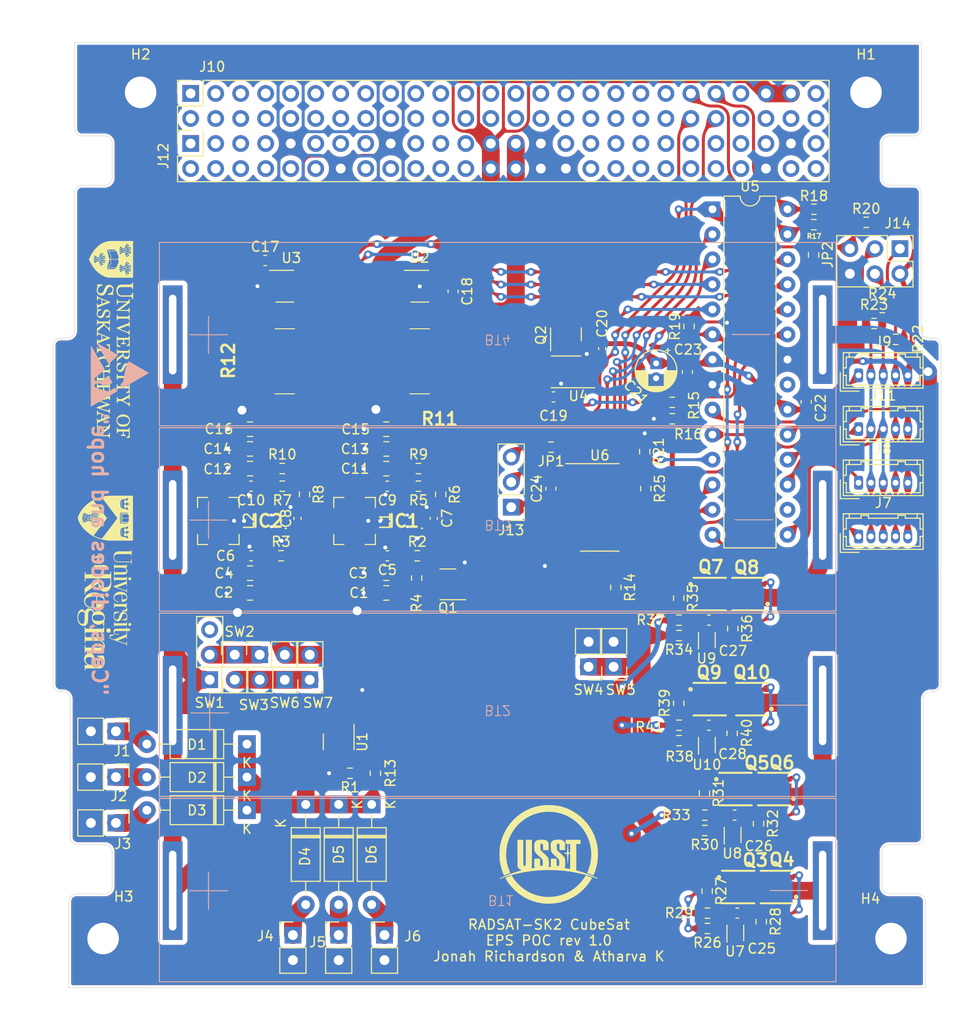
<source format=kicad_pcb>
(kicad_pcb (version 20221018) (generator pcbnew)
  (layers (0 "F.Cu" signal) (31 "B.Cu" signal) (34 "B.Paste" user) (35 "F.Paste" user) (36 "B.SilkS" user "B.Silkscreen") (37 "F.SilkS" user "F.Silkscreen") (38 "B.Mask" user) (39 "F.Mask" user) (44 "Edge.Cuts" user))
  (net 0 "")
  (net 1 "+BATT")
  (net 2 "Net-(BT1--)")
  (net 3 "Net-(BT2--)")
  (net 4 "Net-(BT3--)")
  (net 5 "Net-(BT4--)")
  (net 6 "VBUS")
  (net 7 "GND")
  (net 8 "Net-(IC1-VAUX)")
  (net 9 "Net-(IC2-VAUX)")
  (net 10 "Net-(IC1-VOUT_1)")
  (net 11 "Net-(IC2-VOUT_1)")
  (net 12 "+5V")
  (net 13 "+3.3V")
  (net 14 "Net-(U7-BAT)")
  (net 15 "Net-(U8-BAT)")
  (net 16 "Net-(U9-BAT)")
  (net 17 "Net-(U10-BAT)")
  (net 18 "+1V2")
  (net 19 "Net-(D1-A)")
  (net 20 "Net-(D2-A)")
  (net 21 "Net-(D3-A)")
  (net 22 "Net-(D4-A)")
  (net 23 "Net-(D5-A)")
  (net 24 "Net-(D6-A)")
  (net 25 "+3V3")
  (net 26 "Net-(IC1-PS{slash}SYNC)")
  (net 27 "Net-(IC1-PG)")
  (net 28 "Net-(IC1-FB)")
  (net 29 "Net-(IC1-L2)")
  (net 30 "Net-(IC1-L1)")
  (net 31 "/Buck Boost Converters/3v3_EN")
  (net 32 "Net-(IC2-PS{slash}SYNC)")
  (net 33 "Net-(IC2-PG)")
  (net 34 "Net-(IC2-FB)")
  (net 35 "Net-(IC2-L2)")
  (net 36 "Net-(IC2-L1)")
  (net 37 "/Buck Boost Converters/5v_EN")
  (net 38 "~{CS_PV1_3V3}")
  (net 39 "MISO_3V3")
  (net 40 "MOSI_3V3")
  (net 41 "SCK_3V3")
  (net 42 "~{CS_PV2_3V3}")
  (net 43 "~{CS_PV3_3V3}")
  (net 74 "SDA")
  (net 75 "CANH")
  (net 76 "SCL")
  (net 77 "CANL")
  (net 83 "~{CS_PV4_3V3}")
  (net 119 "/Micorcontroller/RXD")
  (net 120 "/Micorcontroller/TXD")
  (net 121 "Net-(IC1-EN)")
  (net 122 "-BATT")
  (net 123 "Net-(Q4-G)")
  (net 125 "Net-(Q5-G)")
  (net 126 "Net-(Q6-G)")
  (net 127 "Net-(U4-BYP)")
  (net 128 "Net-(Q7-G)")
  (net 129 "Net-(Q8-G)")
  (net 130 "Net-(Q9-G)")
  (net 131 "Net-(Q10-G)")
  (net 132 "Net-(U1-PROG)")
  (net 133 "/Buck Boost Converters/PV_VOLT")
  (net 134 "/Buck Boost Converters/VBUS_VOLT")
  (net 135 "Net-(U5-PD4)")
  (net 136 "Net-(U5-PD5)")
  (net 137 "Net-(U7-V-)")
  (net 138 "Net-(U8-V-)")
  (net 139 "Net-(U9-V-)")
  (net 140 "Net-(U10-V-)")
  (net 141 "Net-(SW2-B)")
  (net 143 "/Buck Boost Converters/3V3_CURR")
  (net 144 "/Buck Boost Converters/5V_CURR")
  (net 147 "Net-(U5-PD6)")
  (net 148 "Net-(U5-PD7)")
  (net 149 "~{CS}")
  (net 158 "Net-(U2-IN-)")
  (net 159 "Net-(U2-IN+)")
  (net 160 "Net-(U3-IN-)")
  (net 161 "Net-(U3-IN+)")
  (net 162 "Net-(J14-~{RST})")
  (net 163 "Net-(J13-Pin_3)")
  (net 165 "Net-(J14-MISO)")
  (net 166 "Net-(J14-SCK)")
  (net 167 "Net-(J14-MOSI)")
  (net 171 "Net-(Q10-D_1)")
  (net 182 "Net-(Q3-D_1)")
  (net 183 "Net-(Q3-G)")
  (net 184 "Net-(Q5-D_1)")
  (net 185 "Net-(Q7-D_1)")
  (net 186 "Net-(SW1-B)")
  (footprint "Connector_PinHeader_2.54mm:PinHeader_1x03_P2.54mm_Vertical" (layer "F.Cu") (at 171.84 92.845 180)
    (fp_text reference "J13")
    (fp_text value "Conn_01x03_Pin")
  )
  (footprint "Resistor_SMD:R_0603_1608Metric" (layer "F.Cu") (at 207.9 63.94 180)
    (fp_text reference "R20")
    (fp_text value "4.7k")
  )
  (footprint "Inductor_SMD:L_Bourns-SRN4018" (layer "F.Cu") (at 142.1025 94.238433 90)
    (fp_text reference "L2")
    (fp_text value "1.5u")
  )
  (footprint "Resistor_SMD:R_0603_1608Metric" (layer "F.Cu") (at 191.77 135.58)
    (fp_text reference "R26")
    (fp_text value "2.2k")
  )
  (footprint "Diode_THT:D_A-405_P10.16mm_Horizontal" (layer "F.Cu") (at 154.325 122.995 -90)
    (fp_text reference "D5")
    (fp_text value "D_Schottky")
  )
  (footprint "Resistor_SMD:R_0603_1608Metric" (layer "F.Cu") (at 191.465 121.85 -90)
    (fp_text reference "R31")
    (fp_text value "5M")
  )
  (footprint "Capacitor_SMD:C_0805_2012Metric" (layer "F.Cu") (at 145.3225 99.538432 180)
    (fp_text reference "C4")
    (fp_text value "10u")
  )
  (footprint "Package_DIP:DIP-28_W7.62mm" (layer "F.Cu") (at 192.278399 62.618601)
    (fp_text reference "U5")
    (fp_text value "ATmega328-P")
  )
  (footprint "Capacitor_THT:CP_Radial_D4.0mm_P1.50mm" (layer "F.Cu") (at 186.553399 78.2536 -90)
    (fp_text reference "C21")
    (fp_text value "10u")
  )
  (footprint "Package_SO:MSOP-8_3x3mm_P0.65mm" (layer "F.Cu") (at 177.400001 79.115 180)
    (fp_text reference "U4")
    (fp_text value "LT1762-3.3")
  )
  (footprint "Capacitor_SMD:C_0603_1608Metric" (layer "F.Cu") (at 176.130001 81.655)
    (fp_text reference "C19")
    (fp_text value "0.1u")
  )
  (footprint "Connector_PinHeader_2.54mm:PinHeader_2x03_P2.54mm_Vertical" (layer "F.Cu") (at 211.313 66.62 -90)
    (fp_text reference "J14")
    (fp_text value "AVR-ISP-6")
  )
  (footprint "Capacitor_SMD:C_0603_1608Metric" (layer "F.Cu") (at 191.91 114.96)
    (fp_text reference "C28")
    (fp_text value "0.1uF")
  )
  (footprint "Capacitor_SMD:C_0603_1608Metric" (layer "F.Cu") (at 145.4325 97.768433 180)
    (fp_text reference "C6")
    (fp_text value "10u")
  )
  (footprint "Connector_PinHeader_2.54mm:PinHeader_1x02_P2.54mm_Vertical" (layer "F.Cu") (at 146.305 107.80375)
    (fp_text reference "SW3")
    (fp_text value "SW_Push_SPDT")
  )
  (footprint "Resistor_SMD:R_0603_1608Metric" (layer "F.Cu") (at 191.77 134.02 180)
    (fp_text reference "R29")
    (fp_text value "330")
  )
  (footprint "Resistor_SMD:R_0603_1608Metric" (layer "F.Cu") (at 191.495 125.64)
    (fp_text reference "R30")
    (fp_text value "2.2k")
  )
  (footprint "Resistor_SMD:R_0603_1608Metric" (layer "F.Cu") (at 202.58 64.18 180)
    (fp_text reference "R17")
    (fp_text value "2k")
  )
  (footprint "Resistor_SMD:R_0603_1608Metric" (layer "F.Cu") (at 148.5925 90.708433 180)
    (fp_text reference "R7")
    (fp_text value "680k")
  )
  (footprint "Resistor_SMD:R_0603_1608Metric" (layer "F.Cu") (at 148.5925 88.918433)
    (fp_text reference "R10")
    (fp_text value "100k")
  )
  (footprint "Capacitor_SMD:C_0603_1608Metric" (layer "F.Cu") (at 159.26375 97.77125 180)
    (fp_text reference "C5")
    (fp_text value "10u")
  )
  (footprint "Diode_THT:D_A-405_P10.16mm_Horizontal" (layer "F.Cu") (at 157.675 122.994999 -90)
    (fp_text reference "D6")
    (fp_text value "D_Schottky")
  )
  (footprint "Resistor_SMD:R_0603_1608Metric" (layer "F.Cu") (at 182.47 100.975 -90)
    (fp_text reference "R14")
    (fp_text value "150k")
  )
  (footprint "Package_TO_SOT_SMD:SOT-23-5_HandSoldering" (layer "F.Cu") (at 162.54875 70.42375)
    (fp_text reference "U2")
    (fp_text value "INA180")
  )
  (footprint "Resistor_SMD:R_0603_1608Metric" (layer "F.Cu") (at 162.30375 97.77125)
    (fp_text reference "R2")
    (fp_text value "10k")
  )
  (footprint "Resistor_SMD:R_0603_1608Metric" (layer "F.Cu") (at 202.58 62.62 180)
    (fp_text reference "R18")
    (fp_text value "2k")
  )
  (footprint "Resistor_SMD:R_0603_1608Metric" (layer "F.Cu") (at 191.495 124.08 180)
    (fp_text reference "R33")
    (fp_text value "330")
  )
  (footprint "Diode_THT:D_A-405_P10.16mm_Horizontal" (layer "F.Cu") (at 145.004999 120.225 180)
    (fp_text reference "D2")
    (fp_text value "D_Schottky")
  )
  (footprint "Connector_PinHeader_2.54mm:PinHeader_1x02_P2.54mm_Vertical" (layer "F.Cu") (at 131.700001 120.225 -90)
    (fp_text reference "J2")
    (fp_text value "Conn_01x02")
  )
  (footprint "Connector_PinHeader_2.54mm:PinHeader_1x02_P2.54mm_Vertical" (layer "F.Cu") (at 131.7 124.875 -90)
    (fp_text reference "J3")
    (fp_text value "Conn_01x02")
  )
  (footprint "Capacitor_SMD:C_0603_1608Metric" (layer "F.Cu") (at 189.728398 79.1186 -90)
    (fp_text reference "C23")
    (fp_text value "0.1u")
  )
  (footprint "Capacitor_SMD:C_0805_2012Metric" (layer "F.Cu") (at 159.15375 84.93125 180)
    (fp_text reference "C15")
    (fp_text value "22u")
  )
  (footprint "Resistor_SMD:R_0603_1608Metric" (layer "F.Cu") (at 188.2 83.875 180)
    (fp_text reference "R16")
    (fp_text value "150k")
  )
  (footprint "Connector_PinSocket_2.54mm:PinSocket_2x26_P2.54mm_Vertical" (layer "F.Cu") (at 139.29 50.87 90)
    (fp_text reference "J10")
    (fp_text value "Conn_02x26_Odd_Even")
  )
  (footprint "SamacSys_Parts:WSL27261L000FEA" (layer "F.Cu") (at 162.54875 78.04375)
    (fp_text reference "R11")
    (fp_text value "0.001" hide)
  )
  (footprint "Connector_PinSocket_2.54mm:PinSocket_2x26_P2.54mm_Vertical" (layer "F.Cu") (at 139.29 55.95 90)
    (fp_text reference "J12")
    (fp_text value "Conn_02x26_Odd_Even")
  )
  (footprint "Capacitor_SMD:C_0805_2012Metric" (layer "F.Cu") (at 145.3225 84.928433 180)
    (fp_text reference "C16")
    (fp_text value "22u")
  )
  (footprint "Connector_PinHeader_2.54mm:PinHeader_1x02_P2.54mm_Vertical" (layer "F.Cu") (at 182.24 109.035 180)
    (fp_text reference "SW5")
    (fp_text value "SW_Push_SPDT")
  )
  (footprint "SamacSys_Parts:DQG_VSON-CLIP" (layer "F.Cu") (at 192 101.655002 -90)
    (fp_text reference "Q7")
    (fp_text value "CSD16406Q3" hide)
  )
  (footprint "Connector_PinHeader_2.54mm:PinHeader_1x02_P2.54mm_Vertical" (layer "F.Cu") (at 149.675 136.25)
    (fp_text reference "J4")
    (fp_text value "Conn_01x02")
  )
  (footprint "Resistor_SMD:R_0603_1608Metric" (layer "F.Cu") (at 188.85 102.07 -90)
    (fp_text reference "R35")
    (fp_text value "5M")
  )
  (footprint "Resistor_SMD:R_0603_1608Metric" (layer "F.Cu") (at 188.85 112.73 -90)
    (fp_text reference "R39")
    (fp_text value "5M")
  )
  (footprint "Capacitor_SMD:C_0603_1608Metric" (layer "F.Cu") (at 201.793399 82.153601 90)
    (fp_text reference "C22")
    (fp_text value "0.1u")
  )
  (footprint "Capacitor_SMD:C_0805_2012Metric" (layer "F.Cu") (at 145.3225 88.928432 180)
    (fp_text reference "C12")
    (fp_text value "22u")
  )
  (footprint "SamacSys_Parts:DQG_VSON-CLIP" (layer "F.Cu") (at 198.55 121.435 90)
    (fp_text reference "Q6")
    (fp_text value "CSD16406Q3" hide)
  )
  (footprint "Connector_Hirose:Hirose_DF13-05P-1.25DSA_1x05_P1.25mm_Vertical" (layer "F.Cu") (at 207.116318 95.813599)
    (fp_text reference "J7")
    (fp_text value "Conn_01x05_Pin")
  )
  (footprint "Connector_PinHeader_2.54mm:PinHeader_1x02_P2.54mm_Vertical" (layer "F.Cu") (at 179.7 109.035001 180)
    (fp_text reference "SW4")
    (fp_text value "SW_Push_SPDT")
  )
  (footprint "Resistor_SMD:R_0603_1608Metric" (layer "F.Cu") (at 197.23 134.88 90)
    (fp_text reference "R28")
    (fp_text value "5M")
  )
  (footprint "Resistor_SMD:R_0603_1608Metric" (layer "F.Cu") (at 164.68375 91.54125 -90)
    (fp_text reference "R6")
    (fp_text value "150k")
  )
  (footprint "Resistor_SMD:R_0603_1608Metric" (layer "F.Cu") (at 188.88 116.52)
    (fp_text reference "R38")
    (fp_text value "2.2k")
  )
  (footprint "Resistor_SMD:R_0603_1608Metric" (layer "F.Cu") (at 148.4725 97.768433)
    (fp_text reference "R3")
    (fp_text value "10k")
  )
  (footprint "SamacSys_Parts:DQG_VSON-CLIP" (layer "F.Cu") (at 195.935 101.655001 90)
    (fp_text reference "Q8")
    (fp_text value "CSD16406Q3" hide)
  )
  (footprint "Resistor_SMD:R_0603_1608Metric" (layer "F.Cu") (at 191.74 131.79 -90)
    (fp_text reference "R27")
    (fp_text value "5M")
  )
  (footprint "Connector_Hirose:Hirose_DF13-05P-1.25DSA_1x05_P1.25mm_Vertical" (layer "F.Cu") (at 207.116318 84.913599)
    (fp_text reference "J11")
    (fp_text value "Conn_01x05_Pin")
  )
  (footprint "Resistor_SMD:R_0603_1608Metric" (layer "F.Cu") (at 194.34 105.16 90)
    (fp_text reference "R36")
    (fp_text value "5M")
  )
  (footprint "Resistor_SMD:R_0603_1608Metric" (layer "F.Cu") (at 208.6884 74.2086 180)
    (fp_text reference "R23")
    (fp_text value "330")
  )
  (footprint "Connector_PinHeader_2.54mm:PinHeader_1x02_P2.54mm_Vertical" (layer "F.Cu") (at 151.385 110.35375 180)
    (fp_text reference "SW7")
    (fp_text value "SW_Push_SPDT")
  )
  (footprint "Package_SON:WSON-6_1.5x1.5mm_P0.5mm" (layer "F.Cu") (at 194.325 126.07 90)
    (fp_text reference "U8")
    (fp_text value "BQ297xy")
  )
  (footprint "Package_SON:WSON-6_1.5x1.5mm_P0.5mm" (layer "F.Cu") (at 191.71 116.95 90)
    (fp_text reference "U10")
    (fp_text value "BQ297xy")
  )
  (footprint "Resistor_SMD:R_0603_1608Metric" (layer "F.Cu") (at 185.5 90.95 -90)
    (fp_text reference "R25")
    (fp_text value "120")
  )
  (footprint "Capacitor_SMD:C_0402_1005Metric" (layer "F.Cu") (at 163.97375 93.98125 90)
    (fp_text reference "C7")
    (fp_text value "0.1u")
  )
  (footprint "Package_SO:SOIC-14_3.9x8.7mm_P1.27mm" (layer "F.Cu") (at 180.8384 92.86)
    (fp_text reference "U6")
    (fp_text value "TCAN1043xDxQ1")
  )
  (footprint "SamacSys_Parts:WSL27261L000FEA" (layer "F.Cu") (at 148.85 78.04375)
    (fp_text reference "R12")
    (fp_text value "0.001" hide)
  )
  (footprint "Package_TO_SOT_SMD:SOT-23-5_HandSoldering" (layer "F.Cu") (at 148.85 70.42375)
    (fp_text reference "U3")
    (fp_text value "INA180")
  )
  (footprint "Resistor_SMD:R_0603_1608Metric" (layer "F.Cu") (at 189.9 74.5 90)
    (fp_text reference "R19")
    (fp_text value "10k")
  )
  (footprint "Resistor_SMD:R_0603_1608Metric" (layer "F.Cu") (at 162.23875 100.03125 90)
    (fp_text reference "R4")
    (fp_text value "100k")
  )
  (footprint "Diode_THT:D_A-405_P10.16mm_Horizontal" (layer "F.Cu") (at 145.005 123.575 180)
    (fp_text reference "D3")
    (fp_text value "D_Schottky")
  )
  (footprint "Resistor_SMD:R_0603_1608Metric" (layer "F.Cu") (at 188.879999 104.3 180)
    (fp_text reference "R37")
    (fp_text value "330")
  )
  (footprint "Diode_THT:D_A-405_P10.16mm_Horizontal" (layer "F.Cu") (at 150.975 122.994999 -90)
    (fp_text reference "D4")
    (fp_text value "D_Schottky")
  )
  (footprint "Package_SON:WSON-6_1.5x1.5mm_P0.5mm" (layer "F.Cu") (at 191.709999 106.29 90)
    (fp_text reference "U9")
    (fp_text value "BQ297xy")
  )
  (footprint "USST_logo:usask_logo_20x4" (layer "F.Cu") (at 131.21 75.832599 -90)
    (fp_text reference "G***" hide)
    (fp_text value "LOGO" hide)
  )
  (footprint "Resistor_SMD:R_0603_1608Metric" (layer "F.Cu") (at 188.2 82.2)
    (fp_text reference "R15")
    (fp_text value "100k")
  )
  (footprint "Capacitor_SMD:C_0603_1608Metric" (layer "F.Cu") (at 175.86 90.955 90)
    (fp_text reference "C24")
    (fp_text value "0.1u")
  )
  (footprint "Capacitor_SMD:C_0805_2012Metric" (layer "F.Cu") (at 159.15375 101.54125 180)
    (fp_text reference "C1")
    (fp_text value "10u")
  )
  (footprint "SamacSys_Parts:DQG_VSON-CLIP" (layer "F.Cu") (at 194.615 121.435 -90)
    (fp_text reference "Q5")
    (fp_text value "CSD16406Q3" hide)
  )
  (footprint "Resistor_SMD:R_0603_1608Metric" (layer "F.Cu") (at 158.05 119.83 90)
    (fp_text reference "R13")
    (fp_text value "100k")
  )
  (footprint "Capacitor_SMD:C_0603_1608Metric" (layer "F.Cu") (at 194.525 124.08)
    (fp_text reference "C26")
    (fp_text value "0.1uF")
  )
  (footprint "SamacSys_Parts:TPS630701RNMT" (layer "F.Cu") (at 147.102501 94.238433 180)
    (fp_text reference "IC2")
    (fp_text value "TPS630701RNMT" hide)
  )
  (footprint "MountingHole:MountingHole_3.2mm_M3_ISO7380_Pad_TopBottom" (layer "F.Cu") (at 130.4 136.6)
    (fp_text reference "H3")
    (fp_text value "MountingHole_Pad")
  )
  (footprint "Package_TO_SOT_SMD:TSOT-23-5" (layer "F.Cu") (at 154.32 116.65 -90)
    (fp_text reference "U1")
    (fp_text value "LTC4054XES5-4.2")
  )
  (footprint "MountingHole:MountingHole_3.2mm_M3_ISO7380_Pad_TopBottom" (layer "F.Cu") (at 134.21 50.76)
    (fp_text reference "H2")
    (fp_text value "MountingHole_Pad")
  )
  (footprint "Resistor_SMD:R_0603_1608Metric" (layer "F.Cu") (at 162.42375 90.71125 180)
    (fp_text reference "R5")
    (fp_text value "470k")
  )
  (footprint "Resistor_SMD:R_0603_1608Metric" (layer "F.Cu") (at 175.89 86.75 180)
    (fp_text reference "JP1")
    (fp_text value "Jumper_2_Open")
  )
  (footprint "Diode_THT:D_A-405_P10.16mm_Horizontal" (layer "F.Cu") (at 145.005 116.875 180)
    (fp_text reference "D1")
    (fp_text value "D_Schottky")
  )
  (footprint "SamacSys_Parts:DQG_VSON-CLIP" (layer "F.Cu") (at 192 112.315 -90)
    (fp_text reference "Q9")
    (fp_text value "CSD16406Q3" hide)
  )
  (footprint "Capacitor_SMD:C_0805_2012Metric" (layer "F.Cu") (at 159.15375 88.93125 180)
    (fp_text reference "C11")
    (fp_text value "22u")
  )
  (footprint "Connector_PinHeader_2.54mm:PinHeader_1x02_P2.54mm_Vertical" (layer "F.Cu") (at 143.765 107.80375)
    (fp_text reference "SW2")
    (fp_text value "SW_Push_SPDT")
  )
  (footprint "Capacitor_SMD:C_0603_1608Metric" (layer "F.Cu") (at 159.25375 90.71125 180)
    (fp_text reference "C9")
    (fp_text value "10u")
  )
  (footprint "SamacSys_Parts:DQG_VSON-CLIP" (layer "F.Cu") (at 194.89 131.375 -90)
    (fp_text reference "Q3")
    (fp_text value "CSD16406Q3" hide)
  )
  (footprint "Capacitor_SMD:C_0603_1608Metric" (layer "F.Cu") (at 165.94 70.95 -90)
    (fp_text reference "C18")
    (fp_text value "0.1uF")
  )
  (footprint "USST_logo:u_of_r_logo_20x8" (layer "F.Cu") (at 130.65 100.42 -90)
    (fp_text reference "G***" hide)
    (fp_text value "LOGO" hide)
  )
  (footprint "Resistor_SMD:R_0603_1608Metric" (layer "F.Cu") (at 194.275 115.78 90)
    (fp_text reference "R40")
    (fp_text value "5M")
  )
  (footprint "Package_SON:WSON-6_1.5x1.5mm_P0.5mm" (layer "F.Cu") (at 194.6 136.01 90)
    (fp_text reference "U7")
    (fp_text value "BQ297xy")
  )
  (footprint "Connector_PinHeader_2.54mm:PinHeader_1x02_P2.54mm_Vertical" (layer "F.Cu") (at 131.7 115.575 -90)
    (fp_text reference "J1")
    (fp_text value "Conn_01x02")
  )
  (footprint "SamacSys_Parts:DQG_VSON-CLIP" (layer "F.Cu") (at 196.325001 112.315 90)
    (fp_text reference "Q10")
    (fp_text value "CSD16406Q3" hide)
  )
  (footprint "Resistor_SMD:R_0603_1608Metric" (layer "F.Cu") (at 150.8525 91.538434 -90)
    (fp_text reference "R8")
    (fp_text value "130k")
  )
  (footprint "Capacitor_SMD:C_0805_2012Metric" (layer "F.Cu") (at 159.15375 99.54125 180)
    (fp_text reference "C3")
    (fp_text value "10u")
  )
  (footprint "Resistor_SMD:R_0603_1608Metric" (layer "F.Cu") (at 196.955 124.94 90)
    (fp_text reference "R32")
    (fp_text value "5M")
  )
  (footprint "Connector_Hirose:Hirose_DF13-05P-1.25DSA_1x05_P1.25mm_Vertical" (layer "F.Cu") (at 207.116318 90.363599)
    (fp_text reference "J8")
    (fp_text value "Conn_01x05_Pin")
  )
  (footprint "Resistor_SMD:R_0603_1608Metric" (layer "F.Cu") (at 188.88 114.96 180)
    (fp_text reference "R41")
    (fp_text value "330")
  )
  (footprint "Resistor_SMD:R_0603_1608Metric" (layer "F.Cu") (at 188.879999 105.86)
    (fp_text reference "R34")
    (fp_text value "2.2k")
  )
  (footprint "Capacitor_SMD:C_0603_1608Metric" (layer "F.Cu") (at 146.86 67.82 180)
    (fp_text reference "C17")
    (fp_text value "0.1uF")
  )
  (footprint "Capacitor_SMD:C_0805_2012Metric" (layer "F.Cu") (at 159.15375 86.93125 180)
    (fp_text reference "C13")
    (fp_text value "22u")
  )
  (footprint "Resistor_SMD:R_0603_1608Metric" (layer "F.Cu") (at 162.42375 88.92125)
    (fp_text reference "R9")
    (fp_text value "100k")
  )
  (footprint "Inductor_SMD:L_Bourns-SRN4018" (layer "F.Cu") (at 155.93375 94.24125 90)
    (fp_text reference "L1")
    (fp_text value "1.5u")
  )
  (footprint "Capacitor_SMD:C_0402_1005Metric" (layer "F.Cu") (at 150.1425 93.978433 90)
    (fp_text reference "C8")
    (fp_text value "0.1u")
  )
  (footprint "Package_TO_SOT_SMD:SOT-23" (layer "F.Cu") (at 177.400001 75.305 90)
    (fp_text reference "Q2")
    (fp_text value "PMOS")
  )
  (footprint "Connector_PinHeader_2.54mm:PinHeader_1x02_P2.54mm_Vertical" (layer "F.Cu") (at 158.975 136.25)
    (fp_text reference "J6")
    (fp_text value "Conn_01x02")
  )
  (footprint "Connector_PinHeader_2.54mm:PinHeader_1x03_P2.54mm_Vertical" (layer "F.Cu") (at 141.225 110.34375 180)
    (fp_text reference "SW1")
    (fp_text value "SW_Push_SPDT")
  )
  (footprint "Connector_PinHeader_2.54mm:PinHeader_1x02_P2.54mm_Vertical" (layer "F.Cu") (at 154.325 136.25)
    (fp_text reference "J5")
    (fp_text value "Conn_01x02")
  )
  (footprint "Capacitor_SMD:C_0402_1005Metric" (layer "F.Cu") (at 181.075 76.75 -90)
    (fp_text reference "C20")
    (fp_text value "0.01u")
  )
  (footprint "Resistor_SMD:R_0603_1608Metric" (layer "F.Cu") (at 155.47 119.83 180)
    (fp_text reference "R1")
    (fp_text value "1.65k")
  )
  (footprint "Package_TO_SOT_SMD:SOT-23-3" (layer "F.Cu") (at 165.41375 100.66625 180)
    (fp_text reference "Q1")
    (fp_text value "NMOS")
  )
  (footprint "footprints:USSTfoot" (layer "F.Cu") (at 175.65 128.06)
    (fp_text reference "G***" hide)
    (fp_text value "LOGO" hide)
  )
  (footprint "Resistor_SMD:R_0603_1608Metric" (layer "F.Cu") (at 210.878398 75.8186 180)
    (fp_text reference "R22")
    (fp_text value "330")
  )
  (footprint "Connector_PinHeader_2.54mm:PinHeader_1x02_P2.54mm_Vertical" (layer "F.Cu") (at 148.845 110.35375 180)
    (fp_text reference "SW6")
    (fp_text value "SW_Push_SPDT")
  )
  (footprint "Capacitor_SMD:C_0603_1608Metric" (layer "F.Cu") (at 194.8 134.02)
    (fp_text reference "C25")
    (fp_text value "0.1uF")
  )
  (footprint "Capacitor_SMD:C_0805_2012Metric" (layer "F.Cu") (at 145.3225 101.538433 180)
    (fp_text reference "C2")
    (fp_text value "10u")
  )
  (footprint "SamacSys_Parts:DQG_VSON-CLIP" (layer "F.Cu") (at 198.825 131.375 90)
    (fp_text reference "Q4")
    (fp_text value "CSD16406Q3" hide)
  )
  (footprint "Resistor_SMD:R_0603_1608Metric" (layer "F.Cu") (at 202.55 67.25 -90)
    (fp_text reference "JP2")
    (fp_text value "Jumper_2_Open")
  )
  (footprint "MountingHole:MountingHole_3.2mm_M3_ISO7380_Pad_TopBottom" (layer "F.Cu") (at 210.41 136.6)
    (fp_text reference "H4")
    (fp_text value "MountingHole_Pad")
  )
  (footprint "Capacitor_SMD:C_0805_2012Metric" (layer "F.Cu") (at 145.3225 86.928433 180)
    (fp_text reference "C14")
    (fp_text value "22u")
  )
  (footprint "Capacitor_SMD:C_0603_1608Metric" (layer "F.Cu") (at 191.91 104.3)
    (fp_text reference "C27")
    (fp_text value "0.1uF")
  )
  (footprint "MountingHole:MountingHole_3.2mm_M3_ISO7380_Pad_TopBottom" (layer "F.Cu") (at 207.87 50.76)
    (fp_text reference "H1")
    (fp_text value "MountingHole_Pad")
  )
  (footprint "Resistor_SMD:R_0603_1608Metric" (layer "F.Cu") (at 185.4 87.2 90)
    (fp_text reference "R21")
    (fp_text value "10k")
  )
  (footprint "Resistor_SMD:R_0603_1608Metric" (layer "F.Cu") (at 209.52 72.5886)
    (fp_text reference "R24")
    (fp_text value "330")
  )
  (footprint "Connector_Hirose:Hirose_DF13-05P-1.25DSA_1x05_P1.25mm_Vertical" (layer "F.Cu") (at 207.11632 79.4636)
    (fp_text reference "J9")
    (fp_text value "Conn_01x05_Pin")
  )
  (footprint "SamacSys_Parts:TPS630701RNMT" (layer "F.Cu") (at 160.93375 94.24125 180)
    (fp_text reference "IC1")
    (fp_text value "TPS630701RNMT" hide)
  )
  (footprint "Capacitor_SMD:C_0603_1608Metric" (layer "F.Cu") (at 145.4225 90.708433 180)
    (fp_text reference "C10")
    (fp_text value "10u")
  )
  (footprint "footprints:18650_TH" (layer "B.Cu") (at 170.465899 131.7361)
    (fp_text reference "BT1")
    (fp_text value "Battery_Cell")
  )
  (footprint "footprints:18650_TH" (layer "B.Cu") (at 170.465899 75.3361)
    (fp_text reference "BT4")
    (fp_text value "Battery_Cell")
  )
  (footprint "footprints:18650_TH" (layer "B.Cu") (at 170.465899 112.9361)
    (fp_text reference "BT2")
    (fp_text value "Battery_Cell")
  )
  (footprint "Symbol:ESD-Logo_6.6x6mm_SilkScreen" (layer "B.Cu") (at 132.115488 79.381761 90)
    (fp_text reference "REF**" hide)
    (fp_text value "ESD-Logo_6.6x6mm_SilkScreen" hide)
  )
  (footprint "footprints:18650_TH" (layer "B.Cu") (at 170.465899 94.1361)
    (fp_text reference "BT3")
    (fp_text value "Battery_Cell")
  )
  (gr_rect (start 178.9 79.45) (end 180.2 80.1) (stroke (width 0.2)) (fill solid) (layer "F.Cu"))
  (gr_rect (start 194.165 120.31) (end 198.965 122.56) (stroke (width 0.2)) (fill solid) (layer "F.Cu"))
  (gr_poly (pts (xy 191.55 100.53) (xy 191.55 102.78) (xy 196.350001 102.78) (xy 196.35 100.53)) (stroke (width 0.2)) (fill solid) (layer "F.Cu"))
  (gr_rect (start 191.55 111.19) (end 196.35 113.44) (stroke (width 0.2)) (fill solid) (layer "F.Cu"))
  (gr_rect (start 193.075 111.19) (end 195.155 113.44) (stroke (width 0.2)) (fill solid) (layer "F.Cu"))
  (gr_rect (start 194.44 130.25) (end 199.24 132.5) (stroke (width 0.2)) (fill solid) (layer "F.Cu"))
  (gr_arc (start 126.920326 132.82) (mid 127.14 132.289674) (end 127.670326 132.07) (stroke (width 0.05)) (layer "Edge.Cuts"))
  (gr_arc (start 214.74 75.68) (mid 215.270327 75.899673) (end 215.49 76.43) (stroke (width 0.05)) (layer "Edge.Cuts"))
  (gr_line (start 125.32 76.43) (end 125.32 110.82) (stroke (width 0.05)) (layer "Edge.Cuts"))
  (gr_arc (start 130.57 55.18) (mid 131.100327 55.399673) (end 131.32 55.93) (stroke (width 0.05)) (layer "Edge.Cuts"))
  (gr_line (start 213.49 45.68) (end 213.49 54.43) (stroke (width 0.05)) (layer "Edge.Cuts"))
  (gr_line (start 213.89 141.57) (end 126.920326 141.57) (stroke (width 0.05)) (layer "Edge.Cuts"))
  (gr_line (start 209.49 127.82) (end 209.49 131.32) (stroke (width 0.05)) (layer "Edge.Cuts"))
  (gr_line (start 213.89 132.82) (end 213.89 141.57) (stroke (width 0.05)) (layer "Edge.Cuts"))
  (gr_line (start 214.74 111.57) (end 214.44 111.57) (stroke (width 0.05)) (layer "Edge.Cuts"))
  (gr_line (start 127.52 45.68) (end 213.49 45.68) (stroke (width 0.05)) (layer "Edge.Cuts"))
  (gr_arc (start 128.27 55.18) (mid 127.739666 54.960334) (end 127.52 54.43) (stroke (width 0.05)) (layer "Edge.Cuts"))
  (gr_arc (start 214.22 75.68) (mid 213.689667 75.460333) (end 213.47 74.93) (stroke (width 0.05)) (layer "Edge.Cuts"))
  (gr_line (start 131.32 55.93) (end 131.32 59.43) (stroke (width 0.05)) (layer "Edge.Cuts"))
  (gr_arc (start 131.32 131.32) (mid 131.100334 131.850334) (end 130.57 132.07) (stroke (width 0.05)) (layer "Edge.Cuts"))
  (gr_arc (start 210.24 60.18) (mid 209.709666 59.960334) (end 209.49 59.43) (stroke (width 0.05)) (layer "Edge.Cuts"))
  (gr_line (start 212.74 55.18) (end 210.24 55.18) (stroke (width 0.05)) (layer "Edge.Cuts"))
  (gr_line (start 212.94 127.07) (end 210.24 127.07) (stroke (width 0.05)) (layer "Edge.Cuts"))
  (gr_line (start 127.52 60.93) (end 127.52 74.93) (stroke (width 0.05)) (layer "Edge.Cuts"))
  (gr_line (start 214.22 75.68) (end 214.74 75.68) (stroke (width 0.05)) (layer "Edge.Cuts"))
  (gr_line (start 128.27 55.18) (end 130.57 55.18) (stroke (width 0.05)) (layer "Edge.Cuts"))
  (gr_arc (start 131.32 59.43) (mid 131.100334 59.960334) (end 130.57 60.18) (stroke (width 0.05)) (layer "Edge.Cuts"))
  (gr_arc (start 125.32 76.43) (mid 125.539674 75.899674) (end 126.07 75.68) (stroke (width 0.05)) (layer "Edge.Cuts"))
  (gr_line (start 210.24 132.07) (end 213.14 132.07) (stroke (width 0.05)) (layer "Edge.Cuts"))
  (gr_line (start 127.52 45.68) (end 127.52 54.43) (stroke (width 0.05)) (layer "Edge.Cuts"))
  (gr_line (start 213.47 60.93) (end 213.47 74.93) (stroke (width 0.05)) (layer "Edge.Cuts"))
  (gr_arc (start 212.72 60.18) (mid 213.250327 60.399673) (end 213.47 60.93) (stroke (width 0.05)) (layer "Edge.Cuts"))
  (gr_arc (start 209.49 127.82) (mid 209.709674 127.289674) (end 210.24 127.07) (stroke (width 0.05)) (layer "Edge.Cuts"))
  (gr_line (start 213.69 112.32) (end 213.69 126.32) (stroke (width 0.05)) (layer "Edge.Cuts"))
  (gr_line (start 126.920326 132.82) (end 126.920326 141.57) (stroke (width 0.05)) (layer "Edge.Cuts"))
  (gr_arc (start 213.69 126.32) (mid 213.470334 126.850334) (end 212.94 127.07) (stroke (width 0.05)) (layer "Edge.Cuts"))
  (gr_line (start 130.57 132.07) (end 127.670326 132.07) (stroke (width 0.05)) (layer "Edge.Cuts"))
  (gr_arc (start 127.52 74.93) (mid 127.300334 75.460334) (end 126.77 75.68) (stroke (width 0.05)) (layer "Edge.Cuts"))
  (gr_arc (start 209.49 55.93) (mid 209.709674 55.399674) (end 210.24 55.18) (stroke (width 0.05)) (layer "Edge.Cuts"))
  (gr_line (start 209.49 55.93) (end 209.49 59.43) (stroke (width 0.05)) (layer "Edge.Cuts"))
  (gr_line (start 127.07 112.32) (end 127.07 126.32) (stroke (width 0.05)) (layer "Edge.Cuts"))
  (gr_line (start 126.32 111.57) (end 126.07 111.57) (stroke (width 0.05)) (layer "Edge.Cuts"))
  (gr_arc (start 126.32 111.57) (mid 126.850327 111.789673) (end 127.07 112.32) (stroke (width 0.05)) (layer "Edge.Cuts"))
  (gr_arc (start 213.49 54.43) (mid 213.270334 54.960334) (end 212.74 55.18) (stroke (width 0.05)) (layer "Edge.Cuts"))
  (gr_line (start 215.49 76.43) (end 215.49 110.82) (stroke (width 0.05)) (layer "Edge.Cuts"))
  (gr_arc (start 213.69 112.32) (mid 213.909674 111.789674) (end 214.44 111.57) (stroke (width 0.05)) (layer "Edge.Cuts"))
  (gr_line (start 130.57 60.18) (end 128.27 60.18) (stroke (width 0.05)) (layer "Edge.Cuts"))
  (gr_arc (start 213.14 132.07) (mid 213.670327 132.289673) (end 213.89 132.82) (stroke (width 0.05)) (layer "Edge.Cuts"))
  (gr_line (start 127.82 127.07) (end 130.57 127.07) (stroke (width 0.05)) (layer "Edge.Cuts"))
  (gr_line (start 126.77 75.68) (end 126.07 75.68) (stroke (width 0.05)) (layer "Edge.Cuts"))
  (gr_line (start 210.24 60.18) (end 212.72 60.18) (stroke (width 0.05)) (layer "Edge.Cuts"))
  (gr_arc (start 210.24 132.07) (mid 209.709666 131.850334) (end 209.49 131.32) (stroke (width 0.05)) (layer "Edge.Cuts"))
  (gr_line (start 131.32 127.82) (end 131.32 131.32) (stroke (width 0.05)) (layer "Edge.Cuts"))
  (gr_arc (start 126.07 111.57) (mid 125.539666 111.350334) (end 125.32 110.82) (stroke (width 0.05)) (layer "Edge.Cuts"))
  (gr_arc (start 127.52 60.93) (mid 127.739674 60.399674) (end 128.27 60.18) (stroke (width 0.05)) (layer "Edge.Cuts"))
  (gr_arc (start 127.82 127.07) (mid 127.289666 126.850334) (end 127.07 126.32) (stroke (width 0.05)) (layer "Edge.Cuts"))
  (gr_arc (start 130.57 127.07) (mid 131.100327 127.289673) (end 131.32 127.82) (stroke (width 0.05)) (layer "Edge.Cuts"))
  (gr_arc (start 215.49 110.82) (mid 215.270334 111.350334) (end 214.74 111.57) (stroke (width 0.05)) (layer "Edge.Cuts"))
  (gr_text "{dblquote}Caps, diodes and hope{dblquote}" (at 129.16 112.09 -90) (layer "B.SilkS") (effects (font (size 1.5 1.5) (thickness 0.3) bold) (justify left bottom mirror)))
  (gr_text "RADSAT-SK2 CubeSat\nEPS POC rev 1.0\nJonah Richardson & Atharva K" (at 175.67 138.99) (layer "F.SilkS") (effects (font (size 1 1)) (justify bottom)))
  (segment (start 137.465899 106.001297) (end 137.465899 109.598702) (width 1.8) (layer "F.Cu") (net 1))
  (segment (start 184.091292 126.003386) (end 183.593683 125.505777) (width 1.8) (layer "F.Cu") (net 1))
  (segment (start 183.086208 123.362726) (end 183.086208 123.414241) (width 1.8) (layer "F.Cu") (net 1))
  (segment (start 182.341138 125.957723) (end 184.062277 125.957723) (width 1.8) (layer "F.Cu") (net 1))
  (segment (start 183.067994 123.509728) (end 181.765451 124.812271) (width 1.8) (layer "F.Cu") (net 1))
  (segment (start 183.086208 123.439999) (end 183.086208 123.414241) (width 1.8) (layer "F.Cu") (net 1))
  (segment (start 184.093155 126.001823) (end 184.062277 125.957723) (width 1.8) (layer "F.Cu") (net 1))
  (segment (start 141.650483 127.551515) (end 137.465899 131.7361) (width 1.8) (layer "F.Cu") (net 1))
  (segment (start 139.64574 110.756258) (end 137.465899 112.9361) (width 1.8) (layer "F.Cu") (net 1))
  (segment (start 188.468 132.775589) (end 188.468 131.84952) (width 0.5) (layer "F.Cu") (net 1))
  (segment (start 183.086208 114.96) (end 183.086208 123.362726) (width 1.8) (layer "F.Cu") (net 1))
  (segment (start 183.086208 123.465757) (end 183.086208 123.439999) (width 1.8) (layer "F.Cu") (net 1))
  (segment (start 183.086208 123.465757) (end 183.086208 123.439999) (width 1.8) (layer "F.Cu") (net 1))
  (segment (start 145.498239 125.957723) (end 178.898861 125.957723) (width 1.8) (layer "F.Cu") (net 1))
  (segment (start 138.61135 108.945451) (end 139.579957 109.914058) (width 1.8) (layer "F.Cu") (net 1))
  (segment (start 183.086208 111.035001) (end 183.086208 114.96) (width 1.8) (layer "F.Cu") (net 1))
  (segment (start 186.77 104.55) (end 186.895 104.425) (width 0.5) (layer "F.Cu") (net 1))
  (segment (start 189.71241 134.02) (end 190.945 134.02) (width 0.5) (layer "F.Cu") (net 1))
  (segment (start 186.600961 114.96) (end 188.055 114.96) (width 0.5) (layer "F.Cu") (net 1))
  (segment (start 184.111025 126.051025) (end 187.448691 129.388691) (width 0.5) (layer "F.Cu") (net 1))
  (segment (start 187.115511 124.08) (end 190.67 124.08) (width 0.5) (layer "F.Cu") (net 1))
  (segment (start 140.641624 110.34375) (end 140.617324 110.34375) (width 1.8) (layer "F.Cu") (net 1))
  (segment (start 143.24431 112.9361) (end 137.465899 112.9361) (width 1.8) (layer "F.Cu") (net 1))
  (segment (start 183.086208 123.414241) (end 183.086208 123.362726) (width 1.8) (layer "F.Cu") (net 1))
  (segment (start 137.465899 106.001297) (end 137.465899 75.3361) (width 1.8) (layer "F.Cu") (net 1))
  (segment (start 178.898861 125.957723) (end 182.341138 125.957723) (width 1.8) (layer "F.Cu") (net 1))
  (segment (start 183.086208 123.465757) (end 183.086208 124.280623) (width 1.8) (layer "F.Cu") (net 1))
  (segment (start 149.464289 115.5125) (end 152.92 115.5125) (width 1.8) (layer "F.Cu") (net 1))
  (segment (start 183.086208 123.439999) (end 183.086208 123.414241) (width 1.8) (layer "F.Cu") (net 1))
  (segment (start 137.465899 131.7361) (end 137.465899 109.598702) (width 1.8) (layer "F.Cu") (net 1))
  (segment (start 187.196776 104.3) (end 188.054999 104.3) (width 0.5) (layer "F.Cu") (net 1))
  (segment (start 186.592857 114.956643) (end 186.5895 114.953286) (width 0.5) (layer "F.Cu") (net 1))
  (via (at 183.086208 111.035001) (size 0.8) (drill 0.4) (layers "F.Cu" "B.Cu") (net 1))
  (via (at 186.77 104.55) (size 0.8) (drill 0.4) (layers "F.Cu" "B.Cu") (net 1))
  (via (at 186.5895 114.953286) (size 0.8) (drill 0.4) (layers "F.Cu" "B.Cu") (net 1))
  (via (at 187.115511 124.08) (size 0.8) (drill 0.4) (layers "F.Cu" "B.Cu") (net 1))
  (via (at 183.086208 114.96) (size 0.8) (drill 0.4) (layers "F.Cu" "B.Cu") (net 1))
  (via (at 184.062277 125.957723) (size 0.8) (drill 0.4) (layers "F.Cu" "B.Cu") (net 1))
  (arc (start 183.067994 123.509728) (mid 183.081474 123.489554) (end 183.086208 123.465757) (width 1.8) (layer "F.Cu") (net 1))
  (arc (start 143.24431 112.9361) (mid 144.927424 113.270892) (end 146.3543 114.2243) (width 1.8) (layer "F.Cu") (net 1))
  (arc (start 140.641624 110.34375) (mid 140.102655 110.450957) (end 139.64574 110.756258) (width 1.8) (layer "F.Cu") (net 1))
  (arc (start 188.468 132.775589) (mid 188.562725 133.251804) (end 188.832479 133.65552) (width 0.5) (layer "F.Cu") (net 1))
  (arc (start 146.3543 114.2243) (mid 147.781175 115.177707) (end 149.464289 115.5125) (width 1.8) (layer "F.Cu") (net 1))
  (arc (start 141.650483 127.551515) (mid 143.415848 126.371936) (end 145.498239 125.957723) (width 1.8) (layer "F.Cu") (net 1))
  (arc (start 183.086208 123.439999) (mid 183.086208 123.439999) (end 183.086208 123.439999) (width 1.8) (layer "F.Cu") (net 1))
  (arc (start 181.765451 124.812271) (mid 180.470383 125.660029) (end 178.898861 125.957723) (width 1.8) (layer "F.Cu") (net 1))
  (arc (start 184.101159 126.027206) (mid 184.098594 126.014314) (end 184.091292 126.003386) (width 0.5) (layer "F.Cu") (net 1))
  (arc (start 188.832479 133.65552) (mid 189.236195 133.925274) (end 189.71241 134.02) (width 0.5) (layer "F.Cu") (net 1))
  (arc (start 140.641624 110.34375) (mid 140.641624 110.34375) (end 140.641624 110.34375) (width 1.8) (layer "F.Cu") (net 1))
  (arc (start 137.465899 106.001297) (mid 137.763592 107.630225) (end 138.61135 108.945451) (width 1.8) (layer "F.Cu") (net 1))
  (arc (start 140.617324 110.34375) (mid 140.055905 110.232076) (end 139.579957 109.914058) (width 1.8) (layer "F.Cu") (net 1))
  (arc (start 183.086208 124.280623) (mid 183.218096 124.943671) (end 183.593683 125.505777) (width 1.8) (layer "F.Cu") (net 1))
  (arc (start 184.101159 126.027206) (mid 184.103723 126.040096) (end 184.111025 126.051025) (width 0.5) (layer "F.Cu") (net 1))
  (arc (start 187.448691 129.388691) (mid 188.20309 130.517729) (end 188.468 131.84952) (width 0.5) (layer "F.Cu") (net 1))
  (arc (start 186.895 104.425) (mid 187.033456 104.332486) (end 187.196776 104.3) (width 0.5) (layer "F.Cu") (net 1))
  (arc (start 181.765451 124.812271) (mid 181.656603 125.543509) (end 182.341138 125.957723) (width 1.8) (layer "F.Cu") (net 1))
  (arc (start 184.101159 126.027206) (mid 184.09911 126.013898) (end 184.093155 126.001823) (width 1.8) (layer "F.Cu") (net 1))
  (arc (start 186.592857 114.956643) (mid 186.596575 114.959127) (end 186.600961 114.96) (width 0.5) (layer "F.Cu") (net 1))
  (arc (start 183.086208 123.414241) (mid 183.086208 123.414241) (end 183.086208 123.414241) (width 1.8) (layer "F.Cu") (net 1))
  (arc (start 138.61135 108.945451) (mid 137.880112 108.864651) (end 137.465899 109.598702) (width 1.8) (layer "F.Cu") (net 1))
  (arc (start 184.091292 126.003386) (mid 184.092939 126.003458) (end 184.093155 126.001823) (width 1.8) (layer "F.Cu") (net 1))
  (arc (start 183.086208 123.465757) (mid 183.086208 123.465757) (end 183.086208 123.465757) (width 1.8) (layer "F.Cu") (net 1))
  (segment (start 186.77 105.950604) (end 186.77 104.55) (width 0.5) (layer "B.Cu") (net 1))
  (segment (start 183.086208 111.035001) (end 185.779623 108.341585) (width 0.5) (layer "B.Cu") (net 1))
  (segment (start 187.115511 124.08) (end 184.062277 125.957723) (width 0.5) (layer "B.Cu") (net 1))
  (segment (start 183.086208 114.96) (end 183.089565 114.956643) (width 0.5) (layer "B.Cu") (net 1))
  (segment (start 183.097669 114.953286) (end 186.5895 114.953286) (width 0.5) (layer "B.Cu") (net 1))
  (arc (start 186.77 105.950604) (mid 186.512609 107.244593) (end 185.779623 108.341585) (width 0.5) (layer "B.Cu") (net 1))
  (arc (start 183.097669 114.953286) (mid 183.093283 114.954158) (end 183.089565 114.956643) (width 0.5) (layer "B.Cu") (net 1))
  (segment (start 203.458949 131.74305) (end 203.465899 131.7361) (width 1.8) (layer "F.Cu") (net 2))
  (segment (start 199.425 133.185) (end 200.26 132.35) (width 0.3) (layer "F.Cu") (net 2))
  (segment (start 195.11 134.813804) (end 195.11 135.435) (width 0.3) (layer "F.Cu") (net 2))
  (segment (start 195.903804 134.02) (end 197.409131 134.02) (width 0.3) (layer "F.Cu") (net 2))
  (segment (start 203.44217 131.75) (end 200.83 131.75) (width 1.8) (layer "F.Cu") (net 2))
  (arc (start 197.409131 134.02) (mid 198.500111 133.80299) (end 199.425 133.185) (width 0.3) (layer "F.Cu") (net 2))
  (arc (start 195.3425 134.2525) (mid 195.170424 134.510028) (end 195.11 134.813804) (width 0.3) (layer "F.Cu") (net 2))
  (arc (start 203.458949 131.74305) (mid 203.45125 131.748193) (end 203.44217 131.75) (width 1.8) (layer "F.Cu") (net 2))
  (arc (start 195.3425 134.2525) (mid 195.600028 134.080424) (end 195.903804 134.02) (width 0.3) (layer "F.Cu") (net 2))
  (segment (start 199.15 123.245) (end 199.985 122.41) (width 0.3) (layer "F.Cu") (net 3))
  (segment (start 195.18375 124.19625) (end 195.0675 124.3125) (width 0.3) (layer "F.Cu") (net 3))
  (segment (start 195.464402 124.08) (end 197.134131 124.08) (width 0.3) (layer "F.Cu") (net 3))
  (segment (start 194.835 124.873804) (end 194.835 125.495) (width 0.3) (layer "F.Cu") (net 3))
  (segment (start 203.465899 118.70408) (end 203.465899 112.9361) (width 1.8) (layer "F.Cu") (net 3))
  (segment (start 200.80816 122.22) (end 200.21 122.22) (width 1.8) (layer "F.Cu") (net 3))
  (segment (start 201.829284 121.797036) (end 202.436109 121.19021) (width 1.8) (layer "F.Cu") (net 3))
  (segment (start 199.985 122.41) (end 199.985 121.11) (width 0.3) (layer "F.Cu") (net 3))
  (arc (start 200.80816 122.22) (mid 201.360788 122.110075) (end 201.829284 121.797036) (width 1.8) (layer "F.Cu") (net 3))
  (arc (start 202.436109 121.19021) (mid 203.198265 120.049564) (end 203.465899 118.70408) (width 1.8) (layer "F.Cu") (net 3))
  (arc (start 199.15 123.245) (mid 198.225111 123.86299) (end 197.134131 124.08) (width 0.3) (layer "F.Cu") (net 3))
  (arc (start 195.0675 124.3125) (mid 194.895424 124.570028) (end 194.835 124.873804) (width 0.3) (layer "F.Cu") (net 3))
  (arc (start 195.18375 124.19625) (mid 195.312514 124.110212) (end 195.464402 124.08) (width 0.3) (layer "F.Cu") (net 3))
  (segment (start 202.013949 100.57805) (end 201.489016 101.102983) (width 1.8) (layer "F.Cu") (net 4))
  (segment (start 199.251 102.03) (end 197.94 102.03) (width 1.8) (layer "F.Cu") (net 4))
  (segment (start 196.534999 103.465) (end 197.369999 102.63) (width 0.3) (layer "F.Cu") (net 4))
  (segment (start 194.519132 104.3) (end 193.013804 104.3) (width 0.3) (layer "F.Cu") (net 4))
  (segment (start 203.465899 97.072734) (end 203.465899 94.1361) (width 1.8) (layer "F.Cu") (net 4))
  (segment (start 192.22 105.093804) (end 192.22 105.715) (width 0.3) (layer "F.Cu") (net 4))
  (arc (start 193.013804 104.3) (mid 192.710028 104.360424) (end 192.4525 104.5325) (width 0.3) (layer "F.Cu") (net 4))
  (arc (start 192.22 105.093804) (mid 192.280425 104.790028) (end 192.4525 104.5325) (width 0.3) (layer "F.Cu") (net 4))
  (arc (start 199.251 102.03) (mid 200.462205 101.789076) (end 201.489016 101.102983) (width 1.8) (layer "F.Cu") (net 4))
  (arc (start 194.519132 104.3) (mid 195.610111 104.08299) (end 196.534999 103.465) (width 0.3) (layer "F.Cu") (net 4))
  (arc (start 203.465899 97.072734) (mid 203.088549 98.969797) (end 202.013949 100.57805) (width 1.8) (layer "F.Cu") (net 4))
  (segment (start 198.76808 112.689104) (end 198.110896 112.689104) (width 1.8) (layer "F.Cu") (net 5))
  (segment (start 214.17 79.09) (end 214.17 96.810811) (width 1.8) (layer "F.Cu") (net 5))
  (segment (start 194.275 114.955) (end 195.656773 114.71409) (width 0.3) (layer "F.Cu") (net 5))
  (segment (start 197.478534 113.639701) (end 197.760001 113.29) (width 0.3) (layer "F.Cu") (net 5))
  (segment (start 200.14 111.92) (end 199.875581 112.184418) (width 1.8) (layer "F.Cu") (net 5))
  (segment (start 198.110896 112.689104) (end 198.11 112.69) (width 1.8) (layer "F.Cu") (net 5))
  (segment (start 200.91 109.220999) (end 200.91 110.061055) (width 1.8) (layer "F.Cu") (net 5))
  (segment (start 209.560811 101.42) (end 209.035962 101.42) (width 1.8) (layer "F.Cu") (net 5))
  (segment (start 192.4525 115.1925) (end 192.56875 115.07625) (width 0.3) (layer "F.Cu") (net 5))
  (segment (start 192.849402 114.96) (end 194.519131 114.96) (width 0.3) (layer "F.Cu") (net 5))
  (segment (start 192.22 116.375) (end 192.22 115.753804) (width 0.3) (layer "F.Cu") (net 5))
  (segment (start 205.188206 103.013792) (end 202.274009 105.927989) (width 1.8) (layer "F.Cu") (net 5))
  (via (at 214.17 79.09) (size 1.8) (drill 0.9) (layers "F.Cu" "B.Cu") (net 5))
  (arc (start 199.875581 112.184418) (mid 199.367397 112.536128) (end 198.76808 112.689104) (width 1.8) (layer "F.Cu") (net 5))
  (arc (start 192.22 115.753804) (mid 192.280424 115.450028) (end 192.4525 115.1925) (width 0.3) (layer "F.Cu") (net 5))
  (arc (start 209.035962 101.42) (mid 206.953571 101.834213) (end 205.188206 103.013792) (width 1.8) (layer "F.Cu") (net 5))
  (arc (start 212.82 100.07) (mid 211.324671 101.069146) (end 209.560811 101.42) (width 1.8) (layer "F.Cu") (net 5))
  (arc (start 202.274009 105.927989) (mid 201.264494 107.438835) (end 200.91 109.220999) (width 1.8) (layer "F.Cu") (net 5))
  (arc (start 197.478534 113.639701) (mid 196.665472 114.342759) (end 195.656773 114.71409) (width 0.3) (layer "F.Cu") (net 5))
  (arc (start 214.17 96.810811) (mid 213.819146 98.574671) (end 212.82 100.07) (width 1.8) (layer "F.Cu") (net 5))
  (arc (start 192.56875 115.07625) (mid 192.697514 114.990212) (end 192.849402 114.96) (width 0.3) (layer "F.Cu") (net 5))
  (arc (start 200.91 110.061055) (mid 200.709883 111.067108) (end 200.14 111.92) (width 1.8) (layer "F.Cu") (net 5))
  (segment (start 214.152895 79.058144) (end 212.024643 76.929892) (width 1.8) (layer "B.Cu") (net 5))
  (segment (start 208.176887 75.3361) (end 203.465899 75.3361) (width 1.8) (layer "B.Cu") (net 5))
  (arc (start 212.024643 76.929892) (mid 210.259277 75.750313) (end 208.176887 75.3361) (width 1.8) (layer "B.Cu") (net 5))
  (segment (start 146.5025 101.145797) (end 146.5025 97.767847) (width 1) (layer "F.Cu") (net 6))
  (segment (start 170.443792 85.651208) (end 175.355001 80.74) (width 1.8) (layer "F.Cu") (net 6))
  (segment (start 146.2725 101.375798) (end 146.2725 99.538432) (width 1.8) (layer "F.Cu") (net 6))
  (segment (start 148.845 107.81375) (end 146.334188 101.688914) (width 1.8) (layer "F.Cu") (net 6))
  (segment (start 160.689129 104.2) (end 163.41087 104.2) (width 1.8) (layer "F.Cu") (net 6))
  (segment (start 160.10375 100.854419) (end 160.10375 102.264594) (width 1.8) (layer "F.Cu") (net 6))
  (segment (start 175.321251 80.12375) (end 175.287501 80.09) (width 0.3) (layer "F.Cu") (net 6))
  (segment (start 158.184391 104.194797) (end 158.194797 104.184391) (width 1.8) (layer "F.Cu") (net 6))
  (segment (start 160.21875 101.42625) (end 160.10375 101.54125) (width 1) (layer "F.Cu") (net 6))
  (segment (start 160.10375 100.84558) (end 160.10375 99.54125) (width 1.8) (layer "F.Cu") (net 6))
  (segment (start 166.033273 104.2) (end 163.41087 104.2) (width 1.8) (layer "F.Cu") (net 6))
  (segment (start 160.10375 100.854419) (end 160.10375 100.84558) (width 1.8) (layer "F.Cu") (net 6))
  (segment (start 160.689129 104.2) (end 158.207358 104.2) (width 1.8) (layer "F.Cu") (net 6))
  (segment (start 160.33375 101.148615) (end 160.33375 97.77125) (width 1) (layer "F.Cu") (net 6))
  (segment (start 146.5025 97.765018) (end 146.5025 97.767847) (width 1) (layer "F.Cu") (net 6))
  (segment (start 160.33375 97.77125) (end 160.33375 95.64125) (width 1) (layer "F.Cu") (net 6))
  (segment (start 160.096082 102.283105) (end 158.194797 104.184391) (width 1.8) (layer "F.Cu") (net 6))
  (segment (start 179.616267 82.48) (end 176.617454 82.48) (width 0.3) (layer "F.Cu") (net 6))
  (segment (start 180.094257 82.2) (end 179.954257 82.34) (width 0.3) (layer "F.Cu") (net 6))
  (segment (start 161.087719 103.237719) (end 160.133105 102.283105) (width 1.8) (layer "F.Cu") (net 6))
  (segment (start 168.85 101.383273) (end 168.85 89.498964) (width 1.8) (layer "F.Cu") (net 6))
  (segment (start 175.355001 81.363318) (end 175.355001 80.205229) (width 0.3) (layer "F.Cu") (net 6))
  (segment (start 160.114419 100.85625) (end 162.23875 100.85625) (width 0.5) (layer "F.Cu") (net 6))
  (segment (start 146.5025 97.765018) (end 146.5025 95.638433) (width 1) (layer "F.Cu") (net 6))
  (segment (start 158.184391 104.194797) (end 155.689892 106.689295) (width 1.8) (layer "F.Cu") (net 6))
  (segment (start 152.975219 107.81375) (end 151.385 107.81375) (width 1.8) (layer "F.Cu") (net 6))
  (segment (start 160.33375 97.77125) (end 161.47875 97.77125) (width 0.3) (layer "F.Cu") (net 6))
  (segment (start 146.505914 97.768433) (end 147.6475 97.768433) (width 0.3) (layer "F.Cu") (net 6))
  (segment (start 175.870675 82.170674) (end 175.561251 81.86125) (width 0.3) (layer "F.Cu") (net 6))
  (segment (start 184.17 82.2) (end 187.325 82.2) (width 0.3) (layer "F.Cu") (net 6))
  (segment (start 148.845 107.81375) (end 151.385 107.81375) (width 1.8) (layer "F.Cu") (net 6))
  (via (at 184.17 82.2) (size 0.8) (drill 0.4) (layers "F.Cu" "B.Cu") (net 6))
  (via (at 180.094257 82.2) (size 0.8) (drill 0.4) (layers "F.Cu" "B.Cu") (net 6))
  (arc (start 160.114594 102.275438) (mid 160.104575 102.27743) (end 160.096082 102.283105) (width 1.8) (layer "F.Cu") (net 6))
  (arc (start 179.616267 82.48) (mid 179.799185 82.443615) (end 179.954257 82.34) (width 0.3) (layer "F.Cu") (net 6))
  (arc (start 152.975219 107.81375) (mid 154.444389 107.521513) (end 155.689892 106.689295) (width 1.8) (layer "F.Cu") (net 6))
  (arc (start 160.096082 102.283105) (mid 160.101757 102.274612) (end 160.10375 102.264594) (width 1.8) (layer "F.Cu") (net 6))
  (arc (start 146.3875 101.423432) (mid 146.320709 101.548113) (end 146.334188 101.688914) (width 1) (layer "F.Cu") (net 6))
  (arc (start 146.5035 97.767433) (mid 146.502861 97.767305) (end 146.5025 97.767847) (width 0.3) (layer "F.Cu") (net 6))
  (arc (start 170.443792 85.651208) (mid 169.264213 87.416573) (end 168.85 89.498964) (width 1.8) (layer "F.Cu") (net 6))
  (arc (start 146.5025 101.145797) (mid 146.472612 101.296052) (end 146.3875 101.423432) (width 1) (layer "F.Cu") (net 6))
  (arc (start 166.033273 104.2) (mid 167.111188 103.985589) (end 168.025 103.375) (width 1.8) (layer "F.Cu") (net 6))
  (arc (start 161.087719 103.237719) (mid 162.153589 103.949911) (end 163.41087 104.2) (width 1.8) (layer "F.Cu") (net 6))
  (arc (start 158.194797 104.194797) (mid 158.192641 104.189594) (end 158.194797 104.184391) (width 1.8) (layer "F.Cu") (net 6))
  (arc (start 161.087719 103.237719) (mid 161.209911 103.852024) (end 160.689129 104.2) (width 1.8) (layer "F.Cu") (net 6))
  (arc (start 175.321251 80.12375) (mid 175.346229 80.161133) (end 175.355001 80.205229) (width 0.3) (layer "F.Cu") (net 6))
  (arc (start 168.85 101.383273) (mid 168.635589 102.461188) (end 168.025 103.375) (width 1.8) (layer "F.Cu") (net 6))
  (arc (start 158.194797 104.194797) (mid 158.20056 104.198647) (end 158.207358 104.2) (width 1.8) (layer "F.Cu") (net 6))
  (arc (start 160.114594 102.275438) (mid 160.106926 102.272261) (end 160.10375 102.264594) (width 1.8) (layer "F.Cu") (net 6))
  (arc (start 160.114419 100.85625) (mid 160.110336 100.855437) (end 160.106875 100.853125) (width 0.5) (layer "F.Cu") (net 6))
  (arc (start 160.10375 100.854419) (mid 160.10488 100.852728) (end 160.106875 100.853125) (width 0.5) (layer "F.Cu") (net 6))
  (arc (start 146.2725 101.375798) (mid 146.314085 101.438035) (end 146.3875 101.423432) (width 1.8) (layer "F.Cu") (net 6))
  (arc (start 160.106875 100.853125) (mid 160.104562 100.849663) (end 160.10375 100.84558) (width 1.8) (layer "F.Cu") (net 6))
  (arc (start 175.355001 81.363318) (mid 175.408603 81.632796) (end 175.561251 81.86125) (width 0.3) (layer "F.Cu") (net 6))
  (arc (start 158.194797 104.194797) (mid 158.189594 104.192641) (end 158.184391 104.194797) (width 1.8) (layer "F.Cu") (net 6))
  (arc (start 146.5035 97.767433) (mid 146.504607 97.768173) (end 146.505914 97.768433) (width 0.3) (layer "F.Cu") (net 6))
  (arc (start 175.870675 82.170674) (mid 176.2133 82.399609) (end 176.617454 82.48) (width 0.3) (layer "F.Cu") (net 6))
  (arc (start 146.2725 101.375798) (mid 146.288068 101.535365) (end 146.334188 101.688914) (width 1.8) (layer "F.Cu") (net 6))
  (arc (start 146.5035 97.767433) (mid 146.502759 97.766325) (end 146.5025 97.765018) (width 1) (layer "F.Cu") (net 6))
  (arc (start 160.114594 102.275438) (mid 160.124612 102.27743) (end 160.133105 102.283105) (width 1.8) (layer "F.Cu") (net 6))
  (arc (start 160.33375 101.148615) (mid 160.303862 101.29887) (end 160.21875 101.42625) (width 1) (layer "F.Cu") (net 6))
  (segment (start 180.094257 82.2) (end 184.17 82.2) (width 0.3) (layer "B.Cu") (net 6))
  (segment (start 160.24 56.58) (end 159.925 56.265) (width 0.3) (layer "F.Cu") (net 7))
  (segment (start 158.1 84.754137) (end 158.1 82.925) (width 1) (layer "F.Cu") (net 7))
  (segment (start 158.47875 90.71125) (end 158.20375 88.93125) (width 1) (layer "F.Cu") (net 7))
  (segment (start 150.8525 92.363433) (end 151.265 91.950933) (width 0.3) (layer "F.Cu") (net 7))
  (segment (start 190.0875 73.8625) (end 189.9 73.675) (width 0.3) (layer "F.Cu") (net 7))
  (segment (start 162.514607 70.42375) (end 161.19875 70.42375) (width 0.5) (layer "F.Cu") (net 7))
  (segment (start 158.54375 94.23625) (end 159.66375 94.23625) (width 0.3) (layer "F.Cu") (net 7))
  (segment (start 179.516602 78.132999) (end 179.516602 77.2964) (width 0.3) (layer "F.Cu") (net 7))
  (segment (start 144.05 103.525) (end 144.21125 103.36375) (width 1) (layer "F.Cu") (net 7))
  (segment (start 159.08375 91.57125) (end 158.47875 90.71125) (width 1) (layer "F.Cu") (net 7))
  (segment (start 163.164747 89.81825) (end 165.021985 89.81825) (width 0.3) (layer "F.Cu") (net 7))
  (segment (start 144.3725 88.928433) (end 144.647499 90.708433) (width 1) (layer "F.Cu") (net 7))
  (segment (start 161.43375 94.00625) (end 161.43375 94.46625) (width 0.3) (layer "F.Cu") (net 7))
  (segment (start 162.08875 93.49625) (end 162.08375 93.49125) (width 0.3) (layer "F.Cu") (net 7))
  (segment (start 201.793399 80.5661) (end 201.793399 81.3786) (width 0.3) (layer "F.Cu") (net 7))
  (segment (start 162.33375 95.98125) (end 161.65875 95.64125) (width 0.3) (layer "F.Cu") (net 7))
  (segment (start 161.20375 94.23625) (end 160.33375 94.23625) (width 0.3) (layer "F.Cu") (net 7))
  (segment (start 193.71 74.09) (end 193.75 74.13) (width 0.3) (layer "F.Cu") (net 7))
  (segment (start 144.43775 83.06525) (end 144.503 83) (width 1) (layer "F.Cu") (net 7))
  (segment (start 166.55125 99.37) (end 166.55125 99.71625) (width 0.5) (layer "F.Cu") (net 7))
  (segment (start 147.4725 93.638433) (end 147.4725 94.828433) (width 0.3) (layer "F.Cu") (net 7))
  (segment (start 147.6025 94.468433) (end 147.6025 94.606509) (width 0.3) (layer "F.Cu") (net 7))
  (segment (start 176.905001 80.305001) (end 176.905001 81.655) (width 0.5) (layer "F.Cu") (net 7))
  (segment (start 149.437654 93.488433) (end 148.2525 93.488433) (width 0.3) (layer "F.Cu") (net 7))
  (segment (start 153.35 119.83) (end 153.76519 119.83) (width 0.5) (layer "F.Cu") (net 7))
  (segment (start 146.075 70.425) (end 146.085 67.82) (width 0.5) (layer "F.Cu") (net 7))
  (segment (start 145.262501 96.838433) (end 144.6575 97.768432) (width 1) (layer "F.Cu") (net 7))
  (segment (start 163.263526 92.836244) (end 163.248749 93.166249) (width 0.3) (layer "F.Cu") (net 7))
  (segment (start 163.25875 92.83125) (end 163.25375 92.83125) (width 0.3) (layer "F.Cu") (net 7))
  (segment (start 161.18375 92.536535) (end 161.18375 92.84125) (width 0.3) (layer "F.Cu") (net 7))
  (segment (start 158.44 57.12) (end 158.38 57.18) (width 0.3) (layer "F.Cu") (net 7))
  (segment (start 166.796085 98.778914) (end 167.125 98.45) (width 0.5) (layer "F.Cu") (net 7))
  (segment (start 161.30375 93.63625) (end 161.30375 94.82625) (width 0.3) (layer "F.Cu") (net 7))
  (segment (start 193.613431 74.05) (end 190.540165 74.05) (width 0.3) (layer "F.Cu") (net 7))
  (segment (start 144.3725 99.538433) (end 144.6575 97.768432) (width 1) (layer "F.Cu") (net 7))
  (segment (start 147.5375 93.688433) (end 147.4725 93.638433) (width 0.3) (layer "F.Cu") (net 7))
  (segment (start 165.74375 90.540014) (end 165.74375 90.773649) (width 0.3) (layer "F.Cu") (net 7))
  (segment (start 149.067501 89.883432) (end 150.99093 89.883432) (width 0.3) (layer "F.Cu") (net 7))
  (segment (start 146.075 70.425) (end 147.497866 70.425) (width 0.5) (layer "F.Cu") (net 7))
  (segment (start 163.569085 93.50125) (end 162.898414 93.50125) (width 0.3) (layer "F.Cu") (net 7))
  (segment (start 191.416309 79.8936) (end 189.728398 79.8936) (width 0.5) (layer "F.Cu") (net 7))
  (segment (start 165.94 71.6875) (end 165.94 71.725) (width 0.5) (layer "F.Cu") (net 7))
  (segment (start 148.52 96.25) (end 147.8275 95.638432) (width 0.3) (layer "F.Cu") (net 7))
  (segment (start 146.5025 94.238432) (end 145.5125 94.238433) (width 0.3) (layer "F.Cu") (net 7))
  (segment (start 175.929999 90.249999) (end 175.859999 90.18) (width 0.3) (layer "F.Cu") (net 7))
  (segment (start 158.35 57.252426) (end 158.35 59.73) (width 0.3) (layer "F.Cu") (net 7))
  (segment (start 158.20375 99.54125) (end 158.48875 97.77125) (width 1) (layer "F.Cu") (net 7))
  (segment (start 147.4725 94.828433) (end 147.5375 94.763433) (width 0.3) (layer "F.Cu") (net 7))
  (segment (start 144.3725 102.974458) (end 144.3725 101.538433) (width 1) (layer "F.Cu") (net 7))
  (segment (start 145.1925 91.588433) (end 144.647499 90.708433) (width 1) (layer "F.Cu") (net 7))
  (segment (start 160.33375 94.23625) (end 159.34375 94.23625) (width 0.3) (layer "F.Cu") (net 7))
  (segment (start 165.367145 91.682853) (end 164.68375 92.36625) (width 0.3) (layer "F.Cu") (net 7))
  (segment (start 151.6775 90.955069) (end 151.6775 90.457086) (width 0.3) (layer "F.Cu") (net 7))
  (segment (start 158.44 57.12) (end 159.295 56.265) (width 0.3) (layer "F.Cu") (net 7))
  (segment (start 179.514551 78.137949) (end 179.512501 78.14) (width 0.3) (layer "F.Cu") (net 7))
  (segment (start 163.25375 92.83125) (end 163.23375 92.84125) (width 0.3) (layer "F.Cu") (net 7))
  (segment (start 161.43375 94.00625) (end 161.43375 93.73625) (width 0.3) (layer "F.Cu") (net 7))
  (segment (start 150.14625 93.492438) (end 150.8525 92.363433) (width 0.3) (layer "F.Cu") (net 7))
  (segment (start 150.05 56.55) (end 150.085 56.585) (width 0.3) (layer "F.Cu") (net 7))
  (segment (start 153.995 57.955) (end 153.895 57.855) (width 0.3) (layer "F.Cu") (net 7))
  (segment (start 192.025899 80.1461) (end 192.2784 80.3986) (width 0.5) (layer "F.Cu") (net 7))
  (segment (start 144.3725 99.538433) (end 144.372501 101.538433) (width 1) (layer "F.Cu") (net 7))
  (segment (start 176.098993 90.319999) (end 178.363399 90.32) (width 0.3) (layer "F.Cu") (net 7))
  (segment (start 147.6025 94.008433) (end 147.6025 93.82044) (width 0.3) (layer "F.Cu") (net 7))
  (segment (start 149.4325 93.458387) (end 149.4325 92.828433) (width 0.3) (layer "F.Cu") (net 7))
  (segment (start 185.4 85.35) (end 185.4 85.6) (width 0.3) (layer "F.Cu") (net 7))
  (segment (start 185.4 85.35) (end 185.4 86.375) (width 0.3) (layer "F.Cu") (net 7))
  (segment (start 158.48875 97.77125) (end 159.053751 96.93125) (width 1) (layer "F.Cu") (net 7))
  (segment (start 152.361974 57.22) (end 151.618025 57.22) (width 0.3) (layer "F.Cu") (net 7))
  (segment (start 147.499375 70.424375) (end 147.5 70.42375) (width 0.5) (layer "F.Cu") (net 7))
  (segment (start 148.5175 90.998078) (end 148.5175 90.433434) (width 0.3) (layer "F.Cu") (net 7))
  (segment (start 154.32 119.27519) (end 154.32 115.5125) (width 0.5) (layer "F.Cu") (net 7))
  (segment (start 160.87 58.100954) (end 160.87 59.9) (width 0.3) (layer "F.Cu") (net 7))
  (segment (start 201.218874 79.179075) (end 199.898399 77.8586) (width 0.3) (layer "F.Cu") (net 7))
  (segment (start 165.913483 71.623483) (end 164.919178 70.629178) (width 0.5) (layer "F.Cu") (net 7))
  (segment (start 162.54875 70.44375) (end 162.53875 70.43375) (width 0.5) (layer "F.Cu") (net 7))
  (segment (start 163.97375 93.50125) (end 164.68375 92.36625) (width 0.3) (layer "F.Cu") (net 7))
  (segment (start 161.43375 94.46625) (end 161.43375 94.69625) (width 0.3) (layer "F.Cu") (net 7))
  (segment (start 153.35 119.83) (end 154.41519 119.83) (width 0.5) (layer "F.Cu") (net 7))
  (segment (start 155.065 57.955) (end 155.2 57.82) (width 0.3) (layer "F.Cu") (net 7))
  (segment (start 151.476408 90.084524) (end 151.556266 90.164387) (width 0.3) (layer "F.Cu") (net 7))
  (segment (start 162.555151 70.44) (end 164.417466 70.44) (width 0.5) (layer "F.Cu") (net 7))
  (segment (start 139.6775 94.238433) (end 144.532217 94.238433) (width 1) (layer "F.Cu") (net 7))
  (segment (start 153.50875 94.23625) (end 158.363467 94.23625) (width 1) (layer "F.Cu") (net 7))
  (segment (start 162.100821 93.50125) (end 162.898414 93.50125) (width 0.3) (layer "F.Cu") (net 7))
  (segment (start 156.817523 57.15) (end 158.367573 57.15) (width 0.3) (layer "F.Cu") (net 7))
  (segment (start 147.3725 94.238432) (end 146.5025 94.238432) (width 0.3) (layer "F.Cu") (net 7))
  (segment (start 144.3725 83.222777) (end 144.3725 84.928433) (width 1) (layer "F.Cu") (net 7))
  (segment (start 145.1925 91.588433) (end 145.2025 91.598433) (width 1) (layer "F.Cu") (net 7))
  (segment (start 147.6025 94.468433) (end 147.6025 94.008433) (width 0.3) (layer "F.Cu") (net 7))
  (segment (start 162.550625 70.441875) (end 162.54875 70.44375) (width 0.5) (layer "F.Cu") (net 7))
  (segment (start 149.462545 93.488433) (end 150.125428 93.488433) (width 0.3) (layer "F.Cu") (net 7))
  (segment (start 158.20375 101.54125) (end 156.462691 103.282308) (width 1) (layer "F.Cu") (net 7))
  (segment (start 162.192605 91.372393) (end 161.293554 92.271445) (width 0.3) (layer "F.Cu") (net 7))
  (segment (start 158.20375 85.004612) (end 158.20375 88.93125) (width 1) (layer "F.Cu") (net 7))
  (segment (start 163.97375 93.50125) (end 163.569085 93.50125) (width 0.3) (layer "F.Cu") (net 7))
  (segment (start 150.72 58.118025) (end 150.72 59.79) (width 0.3) (layer "F.Cu") (net 7))
  (segment (start 148.25 57.998528) (end 148.25 59.51) (width 0.3) (layer "F.Cu") (net 7))
  (segment (start 144.3725 88.928433) (end 144.3725 84.928433) (width 1) (layer "F.Cu") (net 7))
  (segment (start 149.437654 93.488433) (end 149.462545 93.488433) (width 0.3) (layer "F.Cu") (net 7))
  (segment (start 162.34875 90.995425) (end 162.34875 90.634247) (width 0.3) (layer "F.Cu") (net 7))
  (segment (start 158.20375 99.54125) (end 158.20375 101.54125) (width 1) (layer "F.Cu") (net 7))
  (segment (start 148.366765 91.361984) (end 147.470451 92.258298) (width 0.3) (layer "F.Cu") (net 7))
  (segment (start 144.712499 94.238433) (end 145.8325 94.238433) (width 0.3) (layer "F.Cu") (net 7))
  (segment (start 159.08375 91.57125) (end 159.08375 91.58125) (width 1) (layer "F.Cu") (net 7))
  (segment (start 147.3525 92.543057) (end 147.3525 92.838433) (width 0.3) (layer "F.Cu") (net 7))
  (segment (start 186.325 83.875) (end 187.325 83.875) (width 0.3) (layer "F.Cu") (net 7))
  (segment (start 156.200733 103.350733) (end 156.2975 103.350733) (width 1) (layer "F.Cu") (net 7))
  (via (at 145.1925 91.588433) (size 0.8) (drill 0.4) (layers "F.Cu" "B.Cu") (net 7))
  (via (at 162.33375 95.98125) (size 0.8) (drill 0.4) (layers "F.Cu" "B.Cu") (net 7))
  (via (at 147.4725 93.638433) (size 0.5) (drill 0.3) (layers "F.Cu" "B.Cu") (net 7))
  (via (at 144.712499 94.238433) (size 0.8) (drill 0.4) (layers "F.Cu" "B.Cu") (net 7))
  (via (at 162.54875 70.44375) (size 0.8) (drill 0.4) (layers "F.Cu" "B.Cu") (net 7))
  (via (at 156.89875 84.94375) (size 0.8) (drill 0.4) (layers "F.Cu" "B.Cu") (net 7))
  (via (at 156.94875 86.94375) (size 0.8) (drill 0.4) (layers "F.Cu" "B.Cu") (net 7))
  (via (at 159.08375 91.57125) (size 0.8) (drill 0.4) (layers "F.Cu" "B.Cu") (net 7))
  (via (at 175.26 98.8) (size 0.8) (drill 0.4) (layers "F.Cu" "B.Cu") (net 7))
  (via (at 153.35 119.83) (size 0.8) (drill 0.4) (layers "F.Cu" "B.Cu") (net 7))
  (via (at 144.05 103.525) (size 1.8) (drill 0.9) (layers "F.Cu" "B.Cu") (net 7))
  (via (at 163.25375 92.83125) (size 0.8) (drill 0.4) (layers "F.Cu" "B.Cu") (net 7))
  (via (at 143.7 94.225) (size 0.8) (drill 0.4) (layers "F.Cu" "B.Cu") (net 7))
  (via (at 185.4 85.35) (size 0.8) (drill 0.4) (layers "F.Cu" "B.Cu") (net 7))
  (via (at 156.72 111.39) (size 0.8) (drill 0.4) (layers "F.Cu" "B.Cu") (net 7))
  (via (at 161.30375 94.82625) (size 0.5) (drill 0.3) (layers "F.Cu" "B.Cu") (net 7))
  (via (at 148.52 96.25) (size 0.8) (drill 0.4) (layers "F.Cu" "B.Cu") (net 7))
  (via (at 156.84875 88.94375) (size 0.8) (drill 0.4) (layers "F.Cu" "B.Cu") (net 7))
  (via (at 156.84875 99.49375) (size 0.8) (drill 0.4) (layers "F.Cu" "B.Cu") (net 7))
  (via (at 143.035 88.84375) (size 0.8) (drill 0.4) (layers "F.Cu" "B.Cu") (net 7))
  (via (at 149.4325 92.828433) (size 0.8) (drill 0.4) (layers "F.Cu" "B.Cu") (net 7))
  (via (at 161.30375 93.63625) (size 0.5) (drill 0.3) (layers "F.Cu" "B.Cu") (net 7))
  (via (at 179.516602 77.2964) (size 0.8) (drill 0.4) (layers "F.Cu" "B.Cu") (net 7))
  (via (at 174.4 90.2) (size 0.8) (drill 0.4) (layers "F.Cu" "B.Cu") (net 7))
  (via (at 158.54375 94.23625) (size 0.8) (drill 0.4) (layers "F.Cu" "B.Cu") (net 7))
  (via (at 158.1 82.925) (size 1.8) (drill 0.9) (layers "F.Cu" "B.Cu") (net 7))
  (via (at 159.053751 96.93125) (size 0.8) (drill 0.4) (layers "F.Cu" "B.Cu") (net 7))
  (via (at 143.085 99.54375) (size 0.8) (drill 0.4) (layers "F.Cu" "B.Cu") (net 7))
  (via (at 156.84875 101.54375) (size 0.8) (drill 0.4) (layers "F.Cu" "B.Cu") (net 7))
  (via (at 167.125 98.45) (size 0.8) (drill 0.4) (layers "F.Cu" "B.Cu") (net 7))
  (via (at 146.075 70.425) (size 0.8) (drill 0.4) (layers "F.Cu" "B.Cu") (net 7))
  (via (at 176.905001 80.305001) (size 0.8) (drill 0.4) (layers "F.Cu" "B.Cu") (net 7))
  (via (at 143.085 84.94375) (size 0.8) (drill 0.4) (layers "F.Cu" "B.Cu") (net 7))
  (via (at 142.935 101.59375) (size 0.8) (drill 0.4) (layers "F.Cu" "B.Cu") (net 7))
  (via (at 156.200733 103.350733) (size 1.8) (drill 0.9) (layers "F.Cu" "B.Cu") (net 7))
  (via (at 193.75 74.13) (size 0.8) (drill 0.4) (layers "F.Cu" "B.Cu") (net 7))
  (via (at 144.503 83) (size 1.8) (drill 0.9) (layers "F.Cu" "B.Cu") (net 7))
  (via (at 186.325 83.875) (size 0.8) (drill 0.4) (layers "F.Cu" "B.Cu") (net 7))
  (via (at 143.035 86.89375) (size 0.8) (drill 0.4) (layers "F.Cu" "B.Cu") (net 7))
  (via (at 145.262501 96.838433) (size 0.8) (drill 0.4) (layers "F.Cu" "B.Cu") (net 7))
  (via (at 147.4725 94.828433) (size 0.5) (drill 0.3) (layers "F.Cu" "B.Cu") (net 7))
  (via (at 157.325 94.225) (size 0.8) (drill 0.4) (layers "F.Cu" "B.Cu") (net 7))
  (arc (start 161.43375 94.00625) (mid 161.366384 94.168884) (end 161.20375 94.23625) (width 0.3) (layer "F.Cu") (net 7))
  (arc (start 147.6025 94.606509) (mid 147.585607 94.691435) (end 147.5375 94.763433) (width 0.3) (layer "F.Cu") (net 7))
  (arc (start 154.1575 119.6675) (mid 153.977506 119.787767) (end 153.76519 119.83) (width 0.5) (layer "F.Cu") (net 7))
  (arc (start 158.35 57.252426) (mid 158.357796 57.213229) (end 158.38 57.18) (width 0.3) (layer "F.Cu") (net 7))
  (arc (start 144.21125 103.36375) (mid 144.330592 103.185141) (end 144.3725 102.974458) (width 1) (layer "F.Cu") (net 7))
  (arc (start 150.085 56.585) (mid 150.788357 57.054968) (end 151.618025 57.22) (width 0.3) (layer "F.Cu") (net 7))
  (arc (start 154.1575 119.6675) (mid 154.32 119.60019) (end 154.4825 119.6675) (width 0.5) (layer "F.Cu") (net 7))
  (arc (start 201.793399 80.5661) (mid 201.644084 79.815447) (end 201.218874 79.179075) (width 0.3) (layer "F.Cu") (net 7))
  (arc (start 147.6025 93.82044) (mid 147.585368 93.746869) (end 147.5375 93.688433) (width 0.3) (layer "F.Cu") (net 7))
  (arc (start 163.248749 93.166249) (mid 163.140777 93.404021) (end 162.898414 93.50125) (width 0.3) (layer "F.Cu") (net 7))
  (arc (start 154.1575 119.6675) (mid 154.277767 119.487506) (end 154.32 119.27519) (width 0.5) (layer "F.Cu") (net 7))
  (arc (start 179.514551 78.137949) (mid 179.516068 78.135678) (end 179.516602 78.132999) (width 0.3) (layer "F.Cu") (net 7))
  (arc (start 149.4413 93.479633) (mid 149.451047 93.486145) (end 149.462545 93.488433) (width 0.3) (layer "F.Cu") (net 7))
  (arc (start 162.555151 70.44) (mid 162.552701 70.440487) (end 162.550625 70.441875) (width 0.5) (layer "F.Cu") (net 7))
  (arc (start 153.995 57.955) (mid 154.53 58.176604) (end 155.065 57.955) (width 0.3) (layer "F.Cu") (net 7))
  (arc (start 147.499375 70.424375) (mid 147.498682 70.424837) (end 147.497866 70.425) (width 0.5) (layer "F.Cu") (net 7))
  (arc (start 193.71 74.09) (mid 193.665693 74.060395) (end 193.613431 74.05) (width 0.3) (layer "F.Cu") (net 7))
  (arc (start 158.367573 57.15) (mid 158.383809 57.160848) (end 158.38 57.18) (width 0.3) (layer "F.Cu") (net 7))
  (arc (start 148.678591 90.044524) (mid 148.559366 90.222957) (end 148.5175 90.433434) (width 0.3) (layer "F.Cu") (net 7))
  (arc (start 150.085 56.585) (mid 150.554968 57.288357) (end 150.72 58.118025) (width 0.3) (layer "F.Cu") (net 7))
  (arc (start 162.100821 93.50125) (mid 162.094288 93.49995) (end 162.08875 93.49625) (width 0.3) (layer "F.Cu") (net 7))
  (arc (start 158.1 84.754137) (mid 158.113481 84.821915) (end 158.151875 84.879375) (width 1) (layer "F.Cu") (net 7))
  (arc (start 148.25 57.998528) (mid 148.405934 57.21459) (end 148.85 56.55) (width 0.3) (layer "F.Cu") (net 7))
  (arc (start 147.3525 92.543057) (mid 147.383154 92.388947) (end 147.470451 92.258298) (width 0.3) (layer "F.Cu") (net 7))
  (arc (start 153.895 57.855) (mid 153.191641 57.385031) (end 152.361974 57.22) (width 0.3) (layer "F.Cu") (net 7))
  (arc (start 151.556266 90.164387) (mid 151.645993 90.29868) (end 151.6775 90.457086) (width 0.3) (layer "F.Cu") (net 7))
  (arc (start 149.067501 89.883432) (mid 148.857024 89.925298) (end 148.678591 90.044524) (width 0.3) (layer "F.Cu") (net 7))
  (arc (start 150.05 56.55) (mid 149.45 56.301471) (end 148.85 56.55) (width 0.3) (layer "F.Cu") (net 7))
  (arc (start 163.164747 89.81825) (mid 162.852478 89.880364) (end 162.58775 90.05725) (width 0.3) (layer "F.Cu") (net 7))
  (arc (start 151.6775 90.955069) (mid 151.570295 91.494026) (end 151.265 91.950933) (width 0.3) (layer "F.Cu") (net 7))
  (arc (start 154.32 119.27519) (mid 154.362232 119.487506) (end 154.4825 119.6675) (width 0.5) (layer "F.Cu") (net 7))
  (arc (start 162.34875 90.995425) (mid 162.308169 91.199439) (end 162.192605 91.372393) (width 0.3) (layer "F.Cu") (net 7))
  (arc (start 147.6025 94.468433) (mid 147.535134 94.305798) (end 147.3725 94.238432) (width 0.3) (layer "F.Cu") (net 7))
  (arc (start 192.025899 80.1461) (mid 191.746216 79.959222) (end 191.416309 79.8936) (width 0.5) (layer "F.Cu") (net 7))
  (arc (start 144.43775 83.06525) (mid 144.389457 83.137524) (end 144.3725 83.222777) (width 1) (layer "F.Cu") (net 7))
  (arc (start 156.817523 57.15) (mid 155.942125 57.324127) (end 155.2 57.82) (width 0.3) (layer "F.Cu") (net 7))
  (arc (start 163.263526 92.836244) (mid 163.262205 92.832726) (end 163.25875 92.83125) (width 0.3) (layer "F.Cu") (net 7))
  (arc (start 156.2975 103.350733) (mid 156.3869 103.332949) (end 156.462691 103.282308) (width 1) (layer "F.Cu") (net 7))
  (arc (start 175.929999 90.249999) (mid 176.007534 90.301806) (end 176.098993 90.319999) (width 0.3) (layer "F.Cu") (net 7))
  (arc (start 158.20375 85.004612) (mid 158.190268 84.936834) (end 158.151875 84.879375) (width 1) (layer "F.Cu") (net 7))
  (arc (start 164.68874 70.485297) (mid 164.812168 70.544089) (end 164.919178 70.629178) (width 0.5) (layer "F.Cu") (net 7))
  (arc (start 151.476408 90.084524) (mid 151.253669 89.935694) (end 150.99093 89.883432) (width 0.3) (layer "F.Cu") (net 7))
  (arc (start 190.540165 74.05) (mid 190.295184 74.00127) (end 190.0875 73.8625) (width 0.3) (layer "F.Cu") (net 7))
  (arc (start 160.24 56.58) (mid 160.706268 57.277819) (end 160.87 58.100954) (width 0.3) (layer "F.Cu") (net 7))
  (arc (start 161.18375 92.536535) (mid 161.212287 92.393069) (end 161.293554 92.271445) (width 0.3) (layer "F.Cu") (net 7))
  (arc (start 165.913483 71.623483) (mid 165.933108 71.652854) (end 165.94 71.6875) (width 0.5) (layer "F.Cu") (net 7))
  (arc (start 162.34875 90.634247) (mid 162.410864 90.321978) (end 162.58775 90.05725) (width 0.3) (layer "F.Cu") (net 7))
  (arc (start 149.437654 93.488433) (mid 149.442417 93.48525) (end 149.4413 93.479633) (width 0.3) (layer "F.Cu") (net 7))
  (arc (start 150.72 58.118025) (mid 150.983025 57.483025) (end 151.618025 57.22) (width 0.3) (layer "F.Cu") (net 7))
  (arc (start 149.4325 93.458387) (mid 149.434787 93.469885) (end 149.4413 93.479633) (width 0.3) (layer "F.Cu") (net 7))
  (arc (start 163.248749 93.166249) (mid 163.337331 93.402202) (end 163.569085 93.50125) (width 0.3) (layer "F.Cu") (net 7))
  (arc (start 150.1375 93.493433) (mid 150.131961 93.489732) (end 150.125428 93.488433) (width 0.3) (layer "F.Cu") (net 7))
  (arc (start 159.925 56.265) (mid 159.61 56.134522) (end 159.295 56.265) (width 0.3) (layer "F.Cu") (net 7))
  (arc (start 158.44 57.12) (mid 158.40677 57.142203) (end 158.367573 57.15) (width 0.3) (layer "F.Cu") (net 7))
  (arc (start 165.367145 91.682853) (mid 165.645873 91.265706) (end 165.74375 90.773649) (width 0.3) (layer "F.Cu") (net 7))
  (arc (start 150.14625 93.492438) (mid 150.142114 93.495045) (end 150.1375 93.493433) (width 0.3) (layer "F.Cu") (net 7))
  (arc (start 147.3725 94.238432) (mid 147.535134 94.171067) (end 147.6025 94.008433) (width 0.3) (layer "F.Cu") (net 7))
  (arc (start 165.021985 89.81825) (mid 165.298192 89.873191) (end 165.53235 90.02965) (width 0.3) (layer "F.Cu") (net 7))
  (arc (start 164.417466 70.44) (mid 164.55498 70.451402) (end 164.68874 70.485297) (width 0.5) (layer "F.Cu") (net 7))
  (arc (start 165.74375 90.540014) (mid 165.688808 90.263807) (end 165.53235 90.02965) (width 0.3) (layer "F.Cu") (net 7))
  (arc (start 166.796085 98.778914) (mid 166.61488 99.050106) (end 166.55125 99.37) (width 0.5) (layer "F.Cu") (net 7))
  (arc (start 154.41519 119.83) (mid 154.503134 119.771237) (end 154.4825 119.6675) (width 0.5) (layer "F.Cu") (net 7))
  (arc (start 161.20375 94.23625) (mid 161.366384 94.303615) (end 161.43375 94.46625) (width 0.3) (layer "F.Cu") (net 7))
  (arc (start 162.514607 70.42375) (mid 162.527673 70.426348) (end 162.53875 70.43375) (width 0.5) (layer "F.Cu") (net 7))
  (arc (start 148.366765 91.361984) (mid 148.478325 91.195023) (end 148.5175 90.998078) (width 0.3) (layer "F.Cu") (net 7))
  (segment (start 160.21 55.35) (end 160.245 55.315) (width 0.3) (layer "B.Cu") (net 7))
  (segment (start 152.242476 57.15) (end 151.498528 57.15) (width 0.3) (layer "B.Cu") (net 7))
  (segment (start 150.71 58.100954) (end 150.71 60.14) (width 0.3) (layer "B.Cu") (net 7))
  (segment (start 150.685 54.715) (end 150.615 54.785) (width 0.3) (layer "B.Cu") (net 7))
  (segment (start 158.98 56.58) (end 159.01 56.55) (width 0.3) (layer "B.Cu") (net 7))
  (segment (start 160.87 58.100954) (end 160.87 59.38) (width 0.3) (layer "B.Cu") (net 7))
  (segment (start 197.7 60.5) (end 197.69 60.51) (width 1) (layer "B.Cu") (net 7))
  (segment (start 148.85 55.35) (end 148.81 55.31) (width 0.3) (layer "B.Cu") (net 7))
  (segment (start 160.88 53.781974) (end 160.88 49.49) (width 0.3) (layer "B.Cu") (net 7))
  (segment (start 129.16 124.875) (end 129.16 115.575) (width 1.8) (layer "B.Cu") (net 7))
  (segment (start 155.17 57.85) (end 155.105 57.915) (width 0.3) (layer "B.Cu") (net 7))
  (segment (start 158.45 54.79) (end 159.01 55.35) (width 0.3) (layer "B.Cu") (net 7))
  (segment (start 150.08 56.58) (end 150.05 56.55) (width 0.3) (layer "B.Cu") (net 7))
  (segment (start 158.45 54.79) (end 158.37 54.71) (width 0.3) (layer "B.Cu") (net 7))
  (segment (start 192.278399 80.398601) (end 186.553399 79.7536) (width 0.5) (layer "B.Cu") (net 7))
  (segment (start 158.33 54.613431) (end 158.33 49.35) (width 0.3) (layer "B.Cu") (net 7))
  (segment (start 158.35 58.100954) (end 158.35 59.73) (width 0.3) (layer "B.Cu") (net 7))
  (segment (start 197.71 58.49) (end 200.25 55.95) (width 1) (layer "B.Cu") (net 7))
  (segment (start 150.05 55.35) (end 150.615 54.785) (width 0.3) (layer "B.Cu") (net 7))
  (segment (start 148.17 53.764903) (end 148.17 49.34) (width 0.3) (layer "B.Cu") (net 7))
  (segment (start 197.71 60.475857) (end 197.71 58.49) (width 1) (layer "B.Cu") (net 7))
  (segment (start 150.72 54.630502) (end 150.72 49.21) (width 0.3) (layer "B.Cu") (net 7))
  (segment (start 158.975 138.79) (end 149.675 138.79) (width 1.8) (layer "B.Cu") (net 7))
  (segment (start 153.955 57.915) (end 153.86 57.82) (width 0.3) (layer "B.Cu") (net 7))
  (segment (start 157.459045 57.21) (end 156.715096 57.21) (width 0.3) (layer "B.Cu") (net 7))
  (segment (start 160.21 56.55) (end 160.24 56.58) (width 0.3) (layer "B.Cu") (net 7))
  (segment (start 150.699497 54.75) (end 158.353431 54.75) (width 0.3) (layer "B.Cu") (net 7))
  (segment (start 148.25 57.998528) (end 148.25 59.87) (width 0.3) (layer "B.Cu") (net 7))
  (arc (start 150.71 58.100954) (mid 150.546268 57.277819) (end 150.08 56.58) (width 0.3) (layer "B.Cu") (net 7))
  (arc (start 160.21 55.35) (mid 159.961471 55.95) (end 160.21 56.55) (width 0.3) (layer "B.Cu") (net 7))
  (arc (start 150.05 56.55) (mid 150.71459 56.994065) (end 151.498528 57.15) (width 0.3) (layer "B.Cu") (net 7))
  (arc (start 148.85 55.35) (mid 149.098528 55.95) (end 148.85 56.55) (width 0.3) (layer "B.Cu") (net 7))
  (arc (start 150.699497 54.75) (mid 150.653767 54.759096) (end 150.615 54.785) (width 0.3) (layer "B.Cu") (net 7))
  (arc (start 158.45 54.79) (mid 158.405693 54.760395) (end 158.353431 54.75) (width 0.3) (layer "B.Cu") (net 7))
  (arc (start 148.85 56.55) (mid 149.45 56.301471) (end 150.05 56.55) (width 0.3) (layer "B.Cu") (net 7))
  (arc (start 157.459045 57.21) (mid 158.28218 57.046268) (end 158.98 56.58) (width 0.3) (layer "B.Cu") (net 7))
  (arc (start 197.71 60.475857) (mid 197.707401 60.488923) (end 197.7 60.5) (width 1) (layer "B.Cu") (net 7))
  (arc (start 150.699497 54.75) (mid 150.680555 54.737343) (end 150.685 54.715) (width 0.3) (layer "B.Cu") (net 7))
  (arc (start 150.72 54.630502) (mid 150.710903 54.676232) (end 150.685 54.715) (width 0.3) (layer "B.Cu") (net 7))
  (arc (start 157.459045 57.21) (mid 158.089045 57.470954) (end 158.35 58.100954) (width 0.3) (layer "B.Cu") (net 7))
  (arc (start 150.05 56.55) (mid 150.05 56.55) (end 150.05 56.55) (width 0.3) (layer "B.Cu") (net 7))
  (arc (start 148.17 53.764903) (mid 148.33633 54.601103) (end 148.81 55.31) (width 0.3) (layer "B.Cu") (net 7))
  (arc (start 160.24 56.58) (mid 160.706268 57.277819) (end 160.87 58.100954) (width 0.3) (layer "B.Cu") (net 7))
  (arc (start 160.21 56.55) (mid 159.61 56.301471) (end 159.01 56.55) (width 0.3) (layer "B.Cu") (net 7))
  (arc (start 153.955 57.915) (mid 154.53 58.153172) (end 155.105 57.915) (width 0.3) (layer "B.Cu") (net 7))
  (arc (start 150.05 55.35) (mid 149.801471 55.95) (end 150.05 56.55) (width 0.3) (layer "B.Cu") (net 7))
  (arc (start 148.85 56.55) (mid 148.405934 57.21459) (end 148.25 57.998528) (width 0.3) (layer "B.Cu") (net 7))
  (arc (start 160.88 53.781974) (mid 160.714968 54.611641) (end 160.245 55.315) (width 0.3) (layer "B.Cu") (net 7))
  (arc (start 158.33 54.613431) (mid 158.340395 54.665693) (end 158.37 54.71) (width 0.3) (layer "B.Cu") (net 7))
  (arc (start 158.98 56.58) (mid 158.513731 57.277819) (end 158.35 58.100954) (width 0.3) (layer "B.Cu") (net 7))
  (arc (start 159.01 55.35) (mid 159.258528 55.95) (end 159.01 56.55) (width 0.3) (layer "B.Cu") (net 7))
  (arc (start 158.353431 54.75) (mid 158.375079 54.735535) (end 158.37 54.71) (width 0.3) (layer "B.Cu") (net 7))
  (arc (start 160.21 55.35) (mid 159.61 55.598528) (end 159.01 55.35) (width 0.3) (layer "B.Cu") (net 7))
  (arc (start 152.242476 57.15) (mid 153.117873 57.324127) (end 153.86 57.82) (width 0.3) (layer "B.Cu") (net 7))
  (arc (start 155.17 57.85) (mid 155.878896 57.37633) (end 156.715096 57.21) (width 0.3) (layer "B.Cu") (net 7))
  (arc (start 148.85 55.35) (mid 149.45 55.598528) (end 150.05 55.35) (width 0.3) (layer "B.Cu") (net 7))
  (segment (start 163.865465 94.432965) (end 163.66375 94.23125) (width 0.3) (layer "F.Cu") (net 8))
  (segment (start 163.93375 94.46125) (end 163.97375 94.46125) (width 0.3) (layer "F.Cu") (net 8))
  (segment (start 163.10848 94.00125) (end 162.08375 94.00125) (width 0.3) (layer "F.Cu") (net 8))
  (arc (start 163.93375 94.46125) (mid 163.896794 94.453898) (end 163.865465 94.432965) (width 0.3) (layer "F.Cu") (net 8))
  (arc (start 163.66375 94.23125) (mid 163.40899 94.061025) (end 163.10848 94.00125) (width 0.3) (layer "F.Cu") (net 8))
  (segment (start 149.346754 94.250581) (end 149.319606 94.223433) (width 0.3) (layer "F.Cu") (net 9))
  (segment (start 149.848553 94.458433) (end 150.1425 94.458433) (width 0.3) (layer "F.Cu") (net 9))
  (segment (start 148.752265 93.988433) (end 148.2525 93.988433) (width 0.3) (layer "F.Cu") (net 9))
  (arc (start 149.346754 94.250581) (mid 149.576981 94.404414) (end 149.848553 94.458433) (width 0.3) (layer "F.Cu") (net 9))
  (arc (start 149.319606 94.223433) (mid 149.059307 94.049507) (end 148.752265 93.988433) (width 0.3) (layer "F.Cu") (net 9))
  (segment (start 160.33375 88.92125) (end 160.33375 85.323884) (width 1) (layer "F.Cu") (net 10))
  (segment (start 160.10375 78.993498) (end 160.10375 88.93125) (width 1.8) (layer "F.Cu") (net 10))
  (segment (start 160.33375 90.71125) (end 161.59875 90.71125) (width 0.3) (layer "F.Cu") (net 10))
  (segment (start 160.21875 85.04625) (end 160.10375 84.93125) (width 1) (layer "F.Cu") (net 10))
  (segment (start 160.33375 88.92125) (end 161.59875 88.92125) (width 0.3) (layer "F.Cu") (net 10))
  (segment (start 160.08625 78.95125) (end 160.06875 78.93375) (width 1.8) (layer "F.Cu") (net 10))
  (segment (start 160.33375 90.71125) (end 160.33375 88.92125) (width 1) (layer "F.Cu") (net 10))
  (segment (start 160.33375 90.71125) (end 160.33375 92.84125) (width 1) (layer "F.Cu") (net 10))
  (arc (start 160.08625 78.95125) (mid 160.099201 78.970633) (end 160.10375 78.993498) (width 1.8) (layer "F.Cu") (net 10))
  (arc (start 160.21875 85.04625) (mid 160.303862 85.173629) (end 160.33375 85.323884) (width 1) (layer "F.Cu") (net 10))
  (segment (start 146.507962 90.708433) (end 147.767501 90.708433) (width 0.3) (layer "F.Cu") (net 11))
  (segment (start 146.530838 88.918433) (end 147.7675 88.918433) (width 0.3) (layer "F.Cu") (net 11))
  (segment (start 146.32125 78.9825) (end 146.2725 79.03125) (width 1.8) (layer "F.Cu") (net 11))
  (segment (start 146.5025 88.91357) (end 146.5025 88.890093) (width 1) (layer "F.Cu") (net 11))
  (segment (start 146.43625 79) (end 146.41875 78.9825) (width 1.8) (layer "F.Cu") (net 11))
  (segment (start 146.5025 90.707495) (end 146.5025 90.70297) (width 1) (layer "F.Cu") (net 11))
  (segment (start 146.5025 90.707495) (end 146.5025 92.838433) (width 1) (layer "F.Cu") (net 11))
  (segment (start 146.3875 85.043433) (end 146.2725 84.928433) (width 1) (layer "F.Cu") (net 11))
  (segment (start 146.5025 90.70297) (end 146.5025 88.91357) (width 1) (layer "F.Cu") (net 11))
  (segment (start 146.5025 85.321067) (end 146.5025 88.890093) (width 1) (layer "F.Cu") (net 11))
  (segment (start 146.5025 88.890093) (end 146.5025 79.159941) (width 1.8) (layer "F.Cu") (net 11))
  (arc (start 146.5108 88.910132) (mid 146.505501 88.909078) (end 146.5025 88.91357) (width 0.3) (layer "F.Cu") (net 11))
  (arc (start 146.5108 88.910132) (mid 146.504657 88.900938) (end 146.5025 88.890093) (width 1) (layer "F.Cu") (net 11))
  (arc (start 146.41875 78.9825) (mid 146.37 78.962307) (end 146.32125 78.9825) (width 1.8) (layer "F.Cu") (net 11))
  (arc (start 146.5025 88.890093) (mid 146.5025 88.890093) (end 146.5025 88.890093) (width 1.8) (layer "F.Cu") (net 11))
  (arc (start 146.5108 88.910132) (mid 146.519993 88.916275) (end 146.530838 88.918433) (width 0.3) (layer "F.Cu") (net 11))
  (arc (start 146.5025 85.321067) (mid 146.472612 85.170812) (end 146.3875 85.043433) (width 1) (layer "F.Cu") (net 11))
  (arc (start 146.5041 90.706833) (mid 146.505872 90.708017) (end 146.507962 90.708433) (width 0.3) (layer "F.Cu") (net 11))
  (arc (start 146.5025 90.707495) (mid 146.503078 90.706629) (end 146.5041 90.706833) (width 0.3) (layer "F.Cu") (net 11))
  (arc (start 146.5041 90.706833) (mid 146.502915 90.70506) (end 146.5025 90.70297) (width 1) (layer "F.Cu") (net 11))
  (arc (start 146.43625 79) (mid 146.485282 79.073381) (end 146.5025 79.159941) (width 1.8) (layer "F.Cu") (net 11))
  (segment (start 157.711702 70.978902) (end 157.673515 71.099215) (width 1.8) (layer "F.Cu") (net 12))
  (segment (start 195.981961 48.924244) (end 197.633025 50.575308) (width 1.8) (layer "F.Cu") (net 12))
  (segment (start 195.971715 48.92) (end 166.08 48.92) (width 1.8) (layer "F.Cu") (net 12))
  (segment (start 158.322676 69.053904) (end 158.265397 69.234372) (width 1.8) (layer "F.Cu") (net 12))
  (segment (start 154.760757 77.766874) (end 154.394286 78.133346) (width 1.8) (layer "F.Cu") (net 12))
  (segment (start 158.399048 68.81328) (end 158.360862 68.933592) (width 1.8) (layer "F.Cu") (net 12))
  (segment (start 158.47542 68.572656) (end 158.437234 68.692968) (width 1.8) (layer "F.Cu") (net 12))
  (segment (start 158.112652 69.715623) (end 157.959909 70.196872) (width 1.8) (layer "F.Cu") (net 12))
  (segment (start 173.6 53.334314) (end 173.6 49.05) (width 0.3) (layer "F.Cu") (net 12))
  (segment (start 171.0925 54.5425) (end 171.1775 54.6275) (width 0.3) (layer "F.Cu") (net 12))
  (segment (start 171.0925 54.6275) (end 170.395 55.325) (width 0.5) (layer "F.Cu") (net 12))
  (segment (start 156.832021 73.750523) (end 157.124044 72.83044) (width 1.8) (layer "F.Cu") (net 12))
  (segment (start 168.51 49.06) (end 168.5 49.05) (width 0.3) (layer "F.Cu") (net 12))
  (segment (start 168.956354 60.958091) (end 159.647044 67.000232) (width 1.8) (layer "F.Cu") (net 12))
  (segment (start 165.95 53.59038) (end 165.95 49.05) (width 0.3) (layer "F.Cu") (net 12))
  (segment (start 172.234314 54.7) (end 171.331317 54.7) (width 0.3) (layer "F.Cu") (net 12))
  (segment (start 158.47542 68.572656) (end 158.494513 68.5125) (width 1.8) (layer "F.Cu") (net 12))
  (segment (start 157.576643 71.404431) (end 157.350344 72.117436) (width 1.8) (layer "F.Cu") (net 12))
  (segment (start 158.399048 68.81328) (end 158.437234 68.692968) (width 1.8) (layer "F.Cu") (net 12))
  (segment (start 167.059619 54.7) (end 167.636116 54.7) (width 0.3) (layer "F.Cu") (net 12))
  (segment (start 157.350344 72.117436) (end 157.124044 72.83044) (width 1.8) (layer "F.Cu") (net 12))
  (segment (start 157.749887 70.858589) (end 157.807166 70.678121) (width 1.8) (layer "F.Cu") (net 12))
  (segment (start 152.461941 78.93375) (end 151.33 78.93375) (width 1.8) (layer "F.Cu") (net 12))
  (segment (start 157.959909 70.196872) (end 157.807166 70.678121) (width 1.8) (layer "F.Cu") (net 12))
  (segment (start 197.818858 50.87) (end 200.25 50.87) (width 1.8) (layer "F.Cu") (net 12))
  (segment (start 157.673515 71.099215) (end 157.576643 71.404431) (width 1.8) (layer "F.Cu") (net 12))
  (segment (start 168.52 49.084142) (end 168.52 53.816116) (width 0.3) (layer "F.Cu") (net 12))
  (segment (start 171.1925 54.6425) (end 171.1775 54.6275) (width 0.3) (layer "F.Cu") (net 12))
  (segment (start 156.561906 74.601582) (end 156.426849 75.027111) (width 1.8) (layer "F.Cu") (net 12))
  (segment (start 169.77 58.49) (end 169.77 56.833883) (width 1.8) (layer "F.Cu") (net 12))
  (segment (start 157.749887 70.858589) (end 157.711702 70.978902) (width 1.8) (layer "F.Cu") (net 12))
  (segment (start 156.832021 73.750523) (end 156.561906 74.601582) (width 1.8) (layer "F.Cu") (net 12))
  (segment (start 169.77 58.49) (end 169.77 59.46) (width 1.8) (layer "F.Cu") (net 12))
  (segment (start 158.265397 69.234372) (end 158.112652 69.715623) (width 1.8) (layer "F.Cu") (net 12))
  (segment (start 158.360862 68.933592) (end 158.322676 69.053904) (width 1.8) (layer "F.Cu") (net 12))
  (segment (start 171.05 54.439895) (end 171.05 49.05) (width 0.3) (layer "F.Cu") (net 12))
  (arc (start 154.394286 78.133346) (mid 153.507718 78.725731) (end 152.461941 78.93375) (width 1.8) (layer "F.Cu") (net 12))
  (arc (start 156.426849 75.027111) (mid 155.75831 76.497032) (end 154.760757 77.766874) (width 1.8) (layer "F.Cu") (net 12))
  (arc (start 171.0925 54.6275) (mid 171.135 54.609895) (end 171.1775 54.6275) (width 0.3) (layer "F.Cu") (net 12))
  (arc (start 168.52 49.084142) (mid 168.517401 49.071076) (end 168.51 49.06) (width 0.3) (layer "F.Cu") (net 12))
  (arc (start 197.633025 50.575308) (mid 197.689994 50.660569) (end 197.71 50.761141) (width 1.8) (layer "F.Cu") (net 12))
  (arc (start 171.0925 54.5425) (mid 171.061045 54.495424) (end 171.05 54.439895) (width 0.3) (layer "F.Cu") (net 12))
  (arc (start 173.2 54.3) (mid 173.496043 53.856939) (end 173.6 53.334314) (width 0.3) (layer "F.Cu") (net 12))
  (arc (start 171.0925 54.5425) (mid 171.110104 54.585) (end 171.0925 54.6275) (width 0.5) (layer "F.Cu") (net 12))
  (arc (start 169.145 55.325) (mid 168.682432 54.632718) (end 168.52 53.816116) (width 0.3) (layer "F.Cu") (net 12))
  (arc (start 165.95 53.59038) (mid 166.034464 54.015013) (end 166.275 54.375) (width 0.3) (layer "F.Cu") (net 12))
  (arc (start 169.145 55.325) (mid 168.452718 54.862432) (end 167.636116 54.7) (width 0.5) (layer "F.Cu") (net 12))
  (arc (start 170.395 55.325) (mid 169.932432 56.017281) (end 169.77 56.833883) (width 0.5) (layer "F.Cu") (net 12))
  (arc (start 197.818858 50.87) (mid 197.741883 50.838115) (end 197.71 50.761141) (width 1.8) (layer "F.Cu") (net 12))
  (arc (start 172.234314 54.7) (mid 172.756939 54.596043) (end 173.2 54.3) (width 0.3) (layer "F.Cu") (net 12))
  (arc (start 167.059619 54.7) (mid 166.634986 54.615535) (end 166.275 54.375) (width 0.3) (layer "F.Cu") (net 12))
  (arc (start 169.145 55.325) (mid 169.607567 56.017281) (end 169.77 56.833883) (width 1.8) (layer "F.Cu") (net 12))
  (arc (start 169.145 55.325) (mid 169.77 55.583883) (end 170.395 55.325) (width 0.5) (layer "F.Cu") (net 12))
  (arc (start 167.636116 54.7) (mid 168.261116 54.441116) (end 168.52 53.816116) (width 0.3) (layer "F.Cu") (net 12))
  (arc (start 168.956354 60.958091) (mid 169.553461 60.312393) (end 169.77 59.46) (width 1.8) (layer "F.Cu") (net 12))
  (arc (start 158.494513 68.5125) (mid 158.939472 67.656294) (end 159.647044 67.000232) (width 1.8) (layer "F.Cu") (net 12))
  (arc (start 171.1925 54.6425) (mid 171.256189 54.685056) (end 171.331317 54.7) (width 0.3) (layer "F.Cu") (net 12))
  (segment (start 171.606428 77.093571) (end 169.763125 78.936875) (width 1.8) (layer "F.Cu") (net 13))
  (segment (start 167.31 66.15) (end 165.310001 66.15) (width 1.8) (layer "F.Cu") (net 13))
  (segment (start 172.36548 74.3675) (end 177.400001 74.3675) (width 1) (layer "F.Cu") (net 13))
  (segment (start 172.31 64.935533) (end 172.31 64.978426) (width 1.8) (layer "F.Cu") (net 13))
  (segment (start 172.31 64.92481) (end 172.31 64.935533) (width 1.8) (layer "F.Cu") (net 13))
  (segment (start 157.673959 66.15) (end 158.2 66.15) (width 0.5) (layer "F.Cu") (net 13))
  (segment (start 172.31 58.940535) (end 172.31 59.841605) (width 1.8) (layer "F.Cu") (net 13))
  (segment (start 172.31 71.325) (end 172.31 72.35) (width 1.8) (layer "F.Cu") (net 13))
  (segment (start 172.31 68.649996) (end 172.31 69.562493) (width 1.8) (layer "F.Cu") (net 13))
  (segment (start 172.31 65.021319) (end 172.31 65.064212) (width 1.8) (layer "F.Cu") (net 13))
  (segment (start 172.31 70.884373) (end 172.31 71.178124) (width 1.8) (layer "F.Cu") (net 13))
  (segment (start 170.81 66.15) (end 170.935 66.15) (width 1.8) (layer "F.Cu") (net 13))
  (segment (start 169.31 66.15) (end 168.81 66.15) (width 1.8) (layer "F.Cu") (net 13))
  (segment (start 170.31 66.15) (end 169.81 66.15) (width 1.8) (layer "F.Cu") (net 13))
  (segment (start 170.81 66.15) (end 170.31 66.15) (width 1.8) (layer "F.Cu") (net 13))
  (segment (start 172.31 67.524997) (end 172.31 67.753121) (width 1.8) (layer "F.Cu") (net 13))
  (segment (start 169.81 66.15) (end 169.31 66.15) (width 1.8) (layer "F.Cu") (net 13))
  (segment (start 172.31 71.325) (end 172.31 71.178124) (width 1.8) (layer "F.Cu") (net 13))
  (segment (start 172.31 67.274998) (end 172.31 67.149999) (width 1.8) (layer "F.Cu") (net 13))
  (segment (start 172.31 64.86047) (end 172.31 64.92481) (width 1.8) (layer "F.Cu") (net 13))
  (segment (start 172.31 59.841605) (end 172.31 60.629343) (width 1.8) (layer "F.Cu") (net 13))
  (segment (start 172.31 65.150001) (end 172.31 67.149999) (width 1.8) (layer "F.Cu") (net 13))
  (segment (start 172.31 62.006604) (end 172.31 62.635283) (width 1.8) (layer "F.Cu") (net 13))
  (segment (start 172.31 64.978426) (end 172.31 65.021319) (width 1.8) (layer "F.Cu") (net 13))
  (segment (start 172.31 65.064212) (end 172.31 65.107107) (width 1.8) (layer "F.Cu") (net 13))
  (segment (start 156.77595 66.521967) (end 155.105504 68.192413) (width 0.5) (layer "F.Cu") (net 13))
  (segment (start 172.31 65.11783) (end 172.31 65.107107) (width 1.8) (layer "F.Cu") (net 13))
  (segment (start 168.685 66.15) (end 167.935 66.15) (width 1.8) (layer "F.Cu") (net 13))
  (segment (start 167.935 66.15) (end 167.31 66.15) (width 1.8) (layer "F.Cu") (net 13))
  (segment (start 172.31 70.231244) (end 172.31 70.656249) (width 1.8) (layer "F.Cu") (net 13))
  (segment (start 168.81 66.15) (end 168.685 66.15) (width 1.8) (layer "F.Cu") (net 13))
  (segment (start 172.31 74.377019) (end 172.31 73.375) (width 1.8) (layer "F.Cu") (net 13))
  (segment (start 172.31 62.635283) (end 172.31 63.263962) (width 1.8) (layer "F.Cu") (net 13))
  (segment (start 172.31 61.757077) (end 172.31 62.006604) (width 1.8) (layer "F.Cu") (net 13))
  (segment (start 172.31 67.274998) (end 172.31 67.524997) (width 1.8) (layer "F.Cu") (net 13))
  (segment (start 172.31 70.884373) (end 172.31 70.656249) (width 1.8) (layer "F.Cu") (net 13))
  (segment (start 152.012084 69.47375) (end 150.2 69.47375) (width 0.5) (layer "F.Cu") (net 13))
  (segment (start 172.31 65.11783) (end 172.31 65.139277) (width 1.8) (layer "F.Cu") (net 13))
  (segment (start 170.510307 72.35) (end 172.31 72.35) (width 0.5) (layer "F.Cu") (net 13))
  (segment (start 172.31 63.892642) (end 172.31 64.349748) (width 1.8) (layer "F.Cu") (net 13))
  (segment (start 172.31 64.86047) (end 172.31 64.79245) (width 1.8) (layer "F.Cu") (net 13))
  (segment (start 172.31 58.49) (end 172.31 55.95) (width 1.8) (layer "F.Cu") (net 13))
  (segment (start 172.31 68.046872) (end 172.31 68.340623) (width 1.8) (layer "F.Cu") (net 13))
  (segment (start 171.31 66.15) (end 171.185 66.15) (width 1.8) (layer "F.Cu") (net 13))
  (segment (start 172.31 64.649684) (end 172.31 64.79245) (width 1.8) (layer "F.Cu") (net 13))
  (segment (start 172.31 68.340623) (end 172.31 68.649996) (width 1.8) (layer "F.Cu") (net 13))
  (segment (start 163.704051 66.153488) (end 163.700563 66.156976) (width 0.5) (layer "F.Cu") (net 13))
  (segment (start 172.31 69.806239) (end 172.31 70.231244) (width 1.8) (layer "F.Cu") (net 13))
  (segment (start 163.712471 66.15) (end 165.310001 66.15) (width 0.5) (layer "F.Cu") (net 13))
  (segment (start 172.31 64.506918) (end 172.31 64.649684) (width 1.8) (layer "F.Cu") (net 13))
  (segment (start 171.185 66.15) (end 170.935 66.15) (width 1.8) (layer "F.Cu") (net 13))
  (segment (start 172.31 63.892642) (end 172.31 63.849748) (width 1.8) (layer "F.Cu") (net 13))
  (segment (start 172.31 74.42298) (end 172.31 75.395) (width 1.8) (layer "F.Cu") (net 13))
  (segment (start 172.31 60.629343) (end 172.31 61.757077) (width 1.8) (layer "F.Cu") (net 13))
  (segment (start 172.31 64.506918) (end 172.31 64.349748) (width 1.8) (layer "F.Cu") (net 13))
  (segment (start 165.94 70.175) (end 163.89875 69.47375) (width 0.5) (layer "F.Cu") (net 13))
  (segment (start 168.817446 71.884958) (end 165.94 70.175) (width 0.5) (layer "F.Cu") (net 13))
  (segment (start 172.31 63.306855) (end 172.31 63.849748) (width 1.8) (layer "F.Cu") (net 13))
  (segment (start 172.31 67.753121) (end 172.31 68.046872) (width 1.8) (layer "F.Cu") (net 13))
  (segment (start 172.31 58.940535) (end 172.31 58.49) (width 1.8) (layer "F.Cu") (net 13))
  (segment (start 172.31 63.263962) (end 172.31 63.306855) (width 1.8) (layer "F.Cu") (net 13))
  (segment (start 172.31 74.42298) (end 172.31 74.377019) (width 1.8) (layer "F.Cu") (net 13))
  (segment (start 150.2 69.47375) (end 147.635 67.82) (width 0.5) (layer "F.Cu") (net 13))
  (segment (start 172.31 69.806239) (end 172.31 69.562493) (width 1.8) (layer "F.Cu") (net 13))
  (segment (start 169.74933 78.93375) (end 165.02875 78.93375) (width 1.8) (layer "F.Cu") (net 13))
  (segment (start 172.31 65.150001) (end 172.31 65.139277) (width 1.8) (layer "F.Cu") (net 13))
  (segment (start 172.31 72.35) (end 172.31 73.375) (width 1.8) (layer "F.Cu") (net 13))
  (via (at 158.2 66.15) (size 0.8) (drill 0.4) (layers "F.Cu" "B.Cu") (net 13))
  (via (at 163.700563 66.156976) (size 0.8) (drill 0.4) (layers "F.Cu" "B.Cu") (net 13))
  (arc (start 156.77595 66.521967) (mid 157.18796 66.246671) (end 157.673959 66.15) (width 0.5) (layer "F.Cu") (net 13))
  (arc (start 172.36548 74.3675) (mid 172.344249 74.371723) (end 172.32625 74.38375) (width 1) (layer "F.Cu") (net 13))
  (arc (start 172.31 75.395) (mid 172.127147 76.31426) (end 171.606428 77.093571) (width 1.8) (layer "F.Cu") (net 13))
  (arc (start 169.756875 78.936875) (mid 169.753413 78.934562) (end 169.74933 78.93375) (width 1.8) (layer "F.Cu") (net 13))
  (arc (start 152.012084 69.47375) (mid 153.686231 69.140741) (end 155.105504 68.192413) (width 0.5) (layer "F.Cu") (net 13))
  (arc (start 171.31 66.15) (mid 172.017106 66.442892) (end 172.31 67.149999) (width 1.8) (layer "F.Cu") (net 13))
  (arc (start 170.510307 72.35) (mid 169.63252 72.231625) (end 168.817446 71.884958) (width 0.5) (layer "F.Cu") (net 13))
  (arc (start 172.31 74.42298) (mid 172.314223 74.401749) (end 172.32625 74.38375) (width 1) (layer "F.Cu") (net 13))
  (arc (start 172.31 74.377019) (mid 172.315876 74.385813) (end 172.32625 74.38375) (width 1.8) (layer "F.Cu") (net 13))
  (arc (start 163.704051 66.153488) (mid 163.707914 66.150906) (end 163.712471 66.15) (width 0.5) (layer "F.Cu") (net 13))
  (arc (start 169.756875 78.936875) (mid 169.76 78.938169) (end 169.763125 78.936875) (width 1.8) (layer "F.Cu") (net 13))
  (arc (start 172.31 65.150001) (mid 172.017106 65.857107) (end 171.31 66.15) (width 1.8) (layer "F.Cu") (net 13))
  (segment (start 163.697075 66.153488) (end 163.700563 66.156976) (width 0.5) (layer "B.Cu") (net 13))
  (segment (start 158.2 66.15) (end 163.688654 66.15) (width 0.5) (layer "B.Cu") (net 13))
  (arc (start 163.688654 66.15) (mid 163.693211 66.150906) (end 163.697075 66.153488) (width 0.5) (layer "B.Cu") (net 13))
  (segment (start 194.61 135.018657) (end 194.61 135.435) (width 0.3) (layer "F.Cu") (net 14))
  (segment (start 193.611342 134.02) (end 192.595 134.02) (width 0.3) (layer "F.Cu") (net 14))
  (arc (start 194.3175 134.3125) (mid 193.993512 134.096018) (end 193.611342 134.02) (width 0.3) (layer "F.Cu") (net 14))
  (arc (start 194.3175 134.3125) (mid 194.533981 134.636487) (end 194.61 135.018657) (width 0.3) (layer "F.Cu") (net 14))
  (segment (start 194.335 125.078657) (end 194.335 125.495) (width 0.3) (layer "F.Cu") (net 15))
  (segment (start 193.336342 124.08) (end 192.32 124.08) (width 0.3) (layer "F.Cu") (net 15))
  (arc (start 193.336342 124.08) (mid 193.718512 124.156018) (end 194.0425 124.3725) (width 0.3) (layer "F.Cu") (net 15))
  (arc (start 194.335 125.078657) (mid 194.258981 124.696487) (end 194.0425 124.3725) (width 0.3) (layer "F.Cu") (net 15))
  (segment (start 191.72 105.298657) (end 191.72 105.715) (width 0.3) (layer "F.Cu") (net 16))
  (segment (start 191.28125 104.44625) (end 191.4275 104.5925) (width 0.3) (layer "F.Cu") (net 16))
  (segment (start 190.928171 104.3) (end 189.705 104.3) (width 0.3) (layer "F.Cu") (net 16))
  (arc (start 191.72 105.298657) (mid 191.643981 104.916487) (end 191.4275 104.5925) (width 0.3) (layer "F.Cu") (net 16))
  (arc (start 191.28125 104.44625) (mid 191.119256 104.338009) (end 190.928171 104.3) (width 0.3) (layer "F.Cu") (net 16))
  (segment (start 190.721342 114.96) (end 189.705 114.96) (width 0.3) (layer "F.Cu") (net 17))
  (segment (start 191.72 115.958657) (end 191.72 116.375) (width 0.3) (layer "F.Cu") (net 17))
  (arc (start 191.4275 115.2525) (mid 191.103512 115.036018) (end 190.721342 114.96) (width 0.3) (layer "F.Cu") (net 17))
  (arc (start 191.4275 115.2525) (mid 191.643981 115.576487) (end 191.72 115.958657) (width 0.3) (layer "F.Cu") (net 17))
  (segment (start 145.005 122.817798) (end 145.005 123.575) (width 1.8) (layer "F.Cu") (net 18))
  (segment (start 145.005 121.962201) (end 145.005 122.817798) (width 1.8) (layer "F.Cu") (net 18))
  (segment (start 145.823898 122.994999) (end 146.694999 122.994999) (width 1.8) (layer "F.Cu") (net 18))
  (segment (start 148.865 122.994999) (end 150.975 122.994999) (width 1.8) (layer "F.Cu") (net 18))
  (segment (start 157.675 122.994999) (end 158.05 120.655) (width 0.3) (layer "F.Cu") (net 18))
  (segment (start 157.675 122.994999) (end 150.975 122.994999) (width 1.8) (layer "F.Cu") (net 18))
  (segment (start 151.9725 118.785) (end 152.97 117.7875) (width 1.8) (layer "F.Cu") (net 18))
  (segment (start 145.307499 122.692499) (end 145.458749 122.843749) (width 1.8) (layer "F.Cu") (net 18))
  (segment (start 148.865 122.994999) (end 146.694999 122.994999) (width 1.8) (layer "F.Cu") (net 18))
  (segment (start 147.012788 122.227787) (end 145.011769 120.226768) (width 1.8) (layer "F.Cu") (net 18))
  (segment (start 145.005 121.962201) (end 145.005 116.875) (width 1.8) (layer "F.Cu") (net 18))
  (segment (start 145.0075 120.225) (end 145.004999 120.225) (width 1.8) (layer "F.Cu") (net 18))
  (segment (start 150.975 121.193178) (end 150.975 122.994999) (width 1.8) (layer "F.Cu") (net 18))
  (arc (start 145.823898 122.994999) (mid 145.62628 122.95569) (end 145.458749 122.843749) (width 1.8) (layer "F.Cu") (net 18))
  (arc (start 147.012788 122.227787) (mid 147.11021 122.717563) (end 146.694999 122.994999) (width 1.8) (layer "F.Cu") (net 18))
  (arc (start 145.005 121.962201) (mid 145.083616 122.357435) (end 145.307499 122.692499) (width 1.8) (layer "F.Cu") (net 18))
  (arc (start 145.005 122.817798) (mid 145.114388 122.654086) (end 145.307499 122.692499) (width 1.8) (layer "F.Cu") (net 18))
  (arc (start 151.9725 118.785) (mid 151.234241 119.889881) (end 150.975 121.193178) (width 1.8) (layer "F.Cu") (net 18))
  (arc (start 147.012788 122.227787) (mid 147.86259 122.795607) (end 148.865 122.994999) (width 1.8) (layer "F.Cu") (net 18))
  (arc (start 145.0075 120.225) (mid 145.00981 120.225459) (end 145.011769 120.226768) (width 1.8) (layer "F.Cu") (net 18))
  (segment (start 132.625761 115.575) (end 131.7 115.575) (width 1.8) (layer "F.Cu") (net 19))
  (segment (start 134.195 116.225) (end 134.845 116.875) (width 1.8) (layer "F.Cu") (net 19))
  (arc (start 132.625761 115.575) (mid 133.475027 115.743929) (end 134.195 116.225) (width 1.8) (layer "F.Cu") (net 19))
  (segment (start 131.700001 120.225) (end 134.844999 120.225) (width 1.8) (layer "F.Cu") (net 20))
  (segment (start 134.195 124.225) (end 134.845 123.575) (width 1.8) (layer "F.Cu") (net 21))
  (segment (start 132.625761 124.875) (end 131.7 124.875) (width 1.8) (layer "F.Cu") (net 21))
  (arc (start 132.625761 124.875) (mid 133.475027 124.70607) (end 134.195 124.225) (width 1.8) (layer "F.Cu") (net 21))
  (segment (start 150.309628 133.82037) (end 150.975 133.154999) (width 1.8) (layer "F.Cu") (net 22))
  (segment (start 149.675 135.352499) (end 149.675 136.25) (width 1.8) (layer "F.Cu") (net 22))
  (arc (start 150.309628 133.82037) (mid 149.839934 134.523316) (end 149.675 135.352499) (width 1.8) (layer "F.Cu") (net 22))
  (segment (start 154.325 136.25) (end 154.325 133.155) (width 1.8) (layer "F.Cu") (net 23))
  (segment (start 158.975 135.352499) (end 158.975 136.25) (width 1.8) (layer "F.Cu") (net 24))
  (segment (start 158.340371 133.82037) (end 157.675 133.154999) (width 1.8) (layer "F.Cu") (net 24))
  (arc (start 158.975 135.352499) (mid 158.810065 134.523316) (end 158.340371 133.82037) (width 1.8) (layer "F.Cu") (net 24))
  (segment (start 189.0233 78.2536) (end 191.604092 78.2536) (width 0.5) (layer "F.Cu") (net 25))
  (segment (start 212.116318 79.463604) (end 212.116318 84.913599) (width 0.5) (layer "F.Cu") (net 25))
  (segment (start 205.45 79.600999) (end 205.45 79.600538) (width 0.5) (layer "F.Cu") (net 25))
  (segment (start 178.569453 91.59) (end 178.3634 91.59) (width 0.3) (layer "F.Cu") (net 25))
  (segment (start 199.898399 82.938601) (end 195.963144 79.516856) (width 0.5) (layer "F.Cu") (net 25))
  (segment (start 188.2 79.0769) (end 188.2 88.215275) (width 0.5) (layer "F.Cu") (net 25))
  (segment (start 183.301216 76.25) (end 179.317804 76.25) (width 0.5) (layer "F.Cu") (net 25))
  (segment (start 211.676193 70.146749) (end 211.933199 70.845) (width 0.5) (layer "F.Cu") (net 25))
  (segment (start 208.725 63.94) (end 208.065 63.28) (width 0.5) (layer "F.Cu") (net 25))
  (segment (start 178.83234 79.91234) (end 178.535669 79.615669) (width 0.5) (layer "F.Cu") (net 25))
  (segment (start 212.116318 84.913599) (end 212.116318 90.363599) (width 0.5) (layer "F.Cu") (net 25))
  (segment (start 207.54 78.03) (end 207.69 78.03) (width 0.5) (layer "F.Cu") (net 25))
  (segment (start 179.186565 76.273435) (end 178.556708 76.903292) (width 0.5) (layer "F.Cu") (net 25))
  (segment (start 179.261251 76.2425) (end 179.299697 76.2425) (width 0.5) (layer "F.Cu") (net 25))
  (segment (start 201.776328 82.938599) (end 199.898398 82.9386) (width 0.3) (layer "F.Cu") (net 25))
  (segment (start 189.0233 78.2536) (end 187.376699 78.2536) (width 0.5) (layer "F.Cu") (net 25))
  (segment (start 212.116318 90.363599) (end 212.116318 95.813599) (width 0.5) (layer "F.Cu") (net 25))
  (segment (start 192.0809 78.0561) (end 192.2784 77.8586) (width 0.5) (layer "F.Cu") (net 25))
  (segment (start 178.250001 76.776249) (end 178.250001 76.413208) (width 0.5) (layer "F.Cu") (net 25))
  (segment (start 199.898399 82.938601) (end 201.330898 82.938601) (width 0.5) (layer "F.Cu") (net 25))
  (segment (start 178.916928 91.59) (end 178.569453 91.59) (width 0.5) (layer "F.Cu") (net 25))
  (segment (start 178.25 78.926003) (end 178.25 77.64375) (width 0.5) (layer "F.Cu") (net 25))
  (segment (start 212.553398 74.325514) (end 212.553398 76.018691) (width 0.5) (layer "F.Cu") (net 25))
  (segment (start 212.11632 79.463596) (end 212.424792 77.590795) (width 0.5) (layer "F.Cu") (net 25))
  (segment (start 210.444192 63.94) (end 208.725 63.94) (width 0.5) (layer "F.Cu") (net 25))
  (segment (start 205.91 78.49) (end 205.956342 78.443657) (width 0.5) (layer "F.Cu") (net 25))
  (segment (start 204.989673 80.712325) (end 203.776328 81.92567) (width 0.5) (layer "F.Cu") (net 25))
  (segment (start 179.299697 76.2425) (end 178.42071 76.2425) (width 0.5) (layer "F.Cu") (net 25))
  (segment (start 180.110589 92.889411) (end 180.110589 92.783661) (width 0.5) (layer "F.Cu") (net 25))
  (segment (start 203.405 62.62) (end 203.405 64.18) (width 0.5) (layer "F.Cu") (net 25))
  (segment (start 180.110589 92.783661) (end 178.916928 91.59) (width 0.5) (layer "F.Cu") (net 25))
  (segment (start 179.658208 93.79179) (end 179.818876 93.631123) (width 0.5) (layer "F.Cu") (net 25))
  (segment (start 182.731887 93.936316) (end 180.987119 93.355191) (width 0.5) (layer "F.Cu") (net 25))
  (segment (start 179.512501 79.838749) (end 179.512501 79.44) (width 0.5) (layer "F.Cu") (net 25))
  (segment (start 203.405 62.62) (end 206.471619 62.62) (width 0.5) (layer "F.Cu") (net 25))
  (segment (start 201.788399 82.933599) (end 201.793399 82.9286) (width 0.3) (layer "F.Cu") (net 25))
  (segment (start 178.124403 91.73) (end 175.86 91.73) (width 0.3) (layer "F.Cu") (net 25))
  (segment (start 178.250001 76.776249) (end 178.25 77.64375) (width 0.5) (layer "F.Cu") (net 25))
  (segment (start 186.553399 78.2536) (end 187.376699 78.2536) (width 0.5) (layer "F.Cu") (net 25))
  (segment (start 178.8417 94.13) (end 178.3634 94.13) (width 0.3) (layer "F.Cu") (net 25))
  (segment (start 185.416955 77.123113) (end 186.553399 78.2536) (width 0.5) (layer "F.Cu") (net 25))
  (segment (start 206.955 78.03) (end 207.54 78.03) (width 0.5) (layer "F.Cu") (net 25))
  (segment (start 212.8 66.295807) (end 212.8 66.621532) (width 0.5) (layer "F.Cu") (net 25))
  (segment (start 178.293398 91.66) (end 178.363398 91.59) (width 0.3) (layer "F.Cu") (net 25))
  (segment (start 184.972638 93.6966) (end 186.606206 92.063031) (width 0.5) (layer "F.Cu") (net 25))
  (via (at 207.54 78.03) (size 0.8) (drill 0.4) (layers "F.Cu" "B.Cu") (net 25))
  (via (at 195.963144 79.516856) (size 0.8) (drill 0.4) (layers "F.Cu" "B.Cu") (net 25))
  (arc (start 182.731887 93.936316) (mid 183.321302 94.081264) (end 183.926319 94.13) (width 0.5) (layer "F.Cu") (net 25))
  (arc (start 212.11632 79.463596) (mid 212.116319 79.463599) (end 212.11632 79.4636) (width 0.5) (layer "F.Cu") (net 25))
  (arc (start 179.308751 76.24625) (mid 179.304597 76.243474) (end 179.299697 76.2425) (width 0.5) (layer "F.Cu") (net 25))
  (arc (start 179.818876 92.63337) (mid 180.025517 93.132246) (end 179.818876 93.631123) (width 0.5) (layer "F.Cu") (net 25))
  (arc (start 212.553398 74.325514) (mid 212.397136 72.557844) (end 211.933199 70.845) (width 0.5) (layer "F.Cu") (net 25))
  (arc (start 178.25 78.926003) (mid 178.324243 79.299248) (end 178.535669 79.615669) (width 0.5) (layer "F.Cu") (net 25))
  (arc (start 178.300001 76.292499) (mid 178.355383 76.255494) (end 178.42071 76.2425) (width 0.5) (layer "F.Cu") (net 25))
  (arc (start 179.308751 76.24625) (mid 179.304597 76.243474) (end 179.299697 76.2425) (width 0.5) (layer "F.Cu") (net 25))
  (arc (start 212.11 64.63) (mid 212.620674 65.394278) (end 212.8 66.295807) (width 0.5) (layer "F.Cu") (net 25))
  (arc (start 178.25 77.64375) (mid 178.329711 77.243017) (end 178.556708 76.903292) (width 0.5) (layer "F.Cu") (net 25))
  (arc (start 212.116318 79.463604) (mid 212.116318 79.4636) (end 212.11632 79.463596) (width 0.5) (layer "F.Cu") (net 25))
  (arc (start 179.299697 76.2425) (mid 179.299697 76.2425) (end 179.299697 76.2425) (width 0.5) (layer "F.Cu") (net 25))
  (arc (start 212.11632 79.4636) (mid 212.116319 79.4636) (end 212.116318 79.463603) (width 0.5) (layer "F.Cu") (net 25))
  (arc (start 206.471619 62.62) (mid 207.33395 62.791528) (end 208.065 63.28) (width 0.5) (layer "F.Cu") (net 25))
  (arc (start 205.91 78.49) (mid 205.56955 78.999519) (end 205.45 79.600538) (width 0.5) (layer "F.Cu") (net 25))
  (arc (start 179.818876 93.631123) (mid 180.363813 93.327258) (end 180.987119 93.355191) (width 0.5) (layer "F.Cu") (net 25))
  (arc (start 178.124403 91.73) (mid 178.215862 91.711807) (end 178.293398 91.66) (width 0.3) (layer "F.Cu") (net 25))
  (arc (start 212.0565 68.4165) (mid 212.60677 67.592961) (end 212.8 66.621532) (width 0.5) (layer "F.Cu") (net 25))
  (arc (start 189.0233 78.2536) (mid 188.441139 78.494739) (end 188.2 79.0769) (width 0.5) (layer "F.Cu") (net 25))
  (arc (start 179.658208 93.79179) (mid 179.283591 94.042102) (end 178.8417 94.13) (width 0.5) (layer "F.Cu") (net 25))
  (arc (start 192.0809 78.0561) (mid 191.862138 78.202271) (end 191.604092 78.2536) (width 0.5) (layer "F.Cu") (net 25))
  (arc (start 205.45 79.600999) (mid 205.330364 80.202444) (end 204.989673 80.712325) (width 0.5) (layer "F.Cu") (net 25))
  (arc (start 203.776328 81.92567) (mid 202.654355 82.675348) (end 201.330898 82.938601) (width 0.5) (layer "F.Cu") (net 25))
  (arc (start 183.301216 76.25) (mid 184.445624 76.476855) (end 185.416955 77.123113) (width 0.5) (layer "F.Cu") (net 25))
  (arc (start 201.776328 82.938599) (mid 201.78286 82.937299) (end 201.788399 82.933599) (width 0.3) (layer "F.Cu") (net 25))
  (arc (start 178.83234 79.91234) (mid 179.029126 80.043828) (end 179.261251 80.09) (width 0.5) (layer "F.Cu") (net 25))
  (arc (start 179.308751 76.24625) (mid 179.312904 76.249025) (end 179.317804 76.25) (width 0.5) (layer "F.Cu") (net 25))
  (arc (start 179.261251 80.09) (mid 179.438911 80.01641) (end 179.512501 79.838749) (width 0.5) (layer "F.Cu") (net 25))
  (arc (start 212.424792 77.590795) (mid 212.521193 76.807369) (end 212.553398 76.018691) (width 0.5) (layer "F.Cu") (net 25))
  (arc (start 212.116318 79.463603) (mid 212.116319 79.4636) (end 212.11632 79.463598) (width 0.5) (layer "F.Cu") (net 25))
  (arc (start 211.676193 70.146749) (mid 211.613337 69.226013) (end 212.0565 68.4165) (width 0.5) (layer "F.Cu") (net 25))
  (arc (start 184.972638 93.6966) (mid 184.492583 94.017363) (end 183.926319 94.13) (width 0.5) (layer "F.Cu") (net 25))
  (arc (start 186.606206 92.063031) (mid 187.785786 90.297665) (end 188.2 88.215275) (width 0.5) (layer "F.Cu") (net 25))
  (arc (start 212.11632 79.463598) (mid 212.11632 79.463599) (end 212.11632 79.4636) (width 0.5) (layer "F.Cu") (net 25))
  (arc (start 187.376699 78.2536) (mid 187.95886 78.494738) (end 188.2 79.0769) (width 0.5) (layer "F.Cu") (net 25))
  (arc (start 210.444192 63.94) (mid 211.34572 64.119325) (end 212.11 64.63) (width 0.5) (layer "F.Cu") (net 25))
  (arc (start 178.250001 76.413208) (mid 178.262996 76.347881) (end 178.300001 76.292499) (width 0.5) (layer "F.Cu") (net 25))
  (arc (start 212.11632 79.4636) (mid 212.116318 79.463602) (end 212.116318 79.463604) (width 0.5) (layer "F.Cu") (net 25))
  (arc (start 178.250001 76.776249) (mid 178.360911 76.942238) (end 178.556708 76.903292) (width 0.5) (layer "F.Cu") (net 25))
  (arc (start 179.818876 92.63337) (mid 180.360953 93.062327) (end 180.987119 93.355191) (width 0.5) (layer "F.Cu") (net 25))
  (arc (start 206.955 78.03) (mid 206.41453 78.137505) (end 205.956342 78.443657) (width 0.5) (layer "F.Cu") (net 25))
  (arc (start 179.186565 76.273435) (mid 179.220831 76.250539) (end 179.261251 76.2425) (width 0.5) (layer "F.Cu") (net 25))
  (segment (start 211.427664 78.502152) (end 212.019873 79.094361) (width 0.5) (layer "B.Cu") (net 25))
  (segment (start 212.11632 79.327204) (end 212.11632 79.4636) (width 0.5) (layer "B.Cu") (net 25))
  (segment (start 195.963144 79.516856) (end 192.278399 77.858601) (width 0.5) (layer "B.Cu") (net 25))
  (segment (start 210.287787 78.03) (end 207.54 78.03) (width 0.5) (layer "B.Cu") (net 25))
  (arc (start 211.427664 78.502152) (mid 210.904684 78.152708) (end 210.287787 78.03) (width 0.5) (layer "B.Cu") (net 25))
  (arc (start 212.019873 79.094361) (mid 212.091254 79.20119) (end 212.11632 79.327204) (width 0.5) (layer "B.Cu") (net 25))
  (segment (start 162.297697 95.00125) (end 162.08375 95.00125) (width 0.3) (layer "F.Cu") (net 26))
  (segment (start 163.12875 96.054715) (end 163.12875 97.77125) (width 0.3) (layer "F.Cu") (net 26))
  (segment (start 162.820197 95.309803) (end 162.662927 95.152533) (width 0.3) (layer "F.Cu") (net 26))
  (arc (start 162.662927 95.152533) (mid 162.495358 95.040567) (end 162.297697 95.00125) (width 0.3) (layer "F.Cu") (net 26))
  (arc (start 162.820197 95.309803) (mid 163.048559 95.651571) (end 163.12875 96.054715) (width 0.3) (layer "F.Cu") (net 26))
  (segment (start 165.295232 94.142732) (end 164.480673 94.957293) (width 0.3) (layer "F.Cu") (net 27))
  (segment (start 164.157273 95.09125) (end 163.725941 95.09125) (width 0.3) (layer "F.Cu") (net 27))
  (segment (start 164.429276 88.92125) (end 163.24875 88.92125) (width 0.3) (layer "F.Cu") (net 27))
  (segment (start 162.943257 94.725756) (end 163.01375 94.79625) (width 0.3) (layer "F.Cu") (net 27))
  (segment (start 165.712303 89.452697) (end 165.928255 89.668649) (width 0.3) (layer "F.Cu") (net 27))
  (segment (start 162.401251 94.50125) (end 162.083751 94.50125) (width 0.3) (layer "F.Cu") (net 27))
  (segment (start 166.24375 91.852808) (end 166.24375 90.430321) (width 0.3) (layer "F.Cu") (net 27))
  (arc (start 163.01375 94.79625) (mid 163.340505 95.014581) (end 163.725941 95.09125) (width 0.3) (layer "F.Cu") (net 27))
  (arc (start 162.401251 94.50125) (mid 162.694582 94.559597) (end 162.943257 94.725756) (width 0.3) (layer "F.Cu") (net 27))
  (arc (start 166.24375 91.852808) (mid 165.997238 93.092106) (end 165.295232 94.142732) (width 0.3) (layer "F.Cu") (net 27))
  (arc (start 165.928255 89.668649) (mid 166.161755 90.018107) (end 166.24375 90.430321) (width 0.3) (layer "F.Cu") (net 27))
  (arc (start 165.712303 89.452697) (mid 165.123645 89.059368) (end 164.429276 88.92125) (width 0.3) (layer "F.Cu") (net 27))
  (arc (start 164.157273 95.09125) (mid 164.332296 95.056436) (end 164.480673 94.957293) (width 0.3) (layer "F.Cu") (net 27))
  (segment (start 163.24875 90.714785) (end 163.24875 90.99375) (width 0.3) (layer "F.Cu") (net 28))
  (segment (start 163.048992 91.476007) (end 161.68375 92.84125) (width 0.3) (layer "F.Cu") (net 28))
  (segment (start 163.257285 90.716249) (end 164.68375 90.71625) (width 0.3) (layer "F.Cu") (net 28))
  (arc (start 163.257285 90.716249) (mid 163.254018 90.715599) (end 163.25125 90.713749) (width 0.3) (layer "F.Cu") (net 28))
  (arc (start 163.24875 90.99375) (mid 163.196834 91.254745) (end 163.048992 91.476007) (width 0.3) (layer "F.Cu") (net 28))
  (arc (start 163.24875 90.714785) (mid 163.249654 90.713431) (end 163.25125 90.713749) (width 0.3) (layer "F.Cu") (net 28))
  (segment (start 158.132008 92.71625) (end 155.933749 92.71625) (width 1) (layer "F.Cu") (net 29))
  (segment (start 159.847096 93.73625) (end 160.15375 93.73625) (width 0.3) (layer "F.Cu") (net 29))
  (segment (start 159.076497 93.208223) (end 158.923909 93.051091) (width 1) (layer "F.Cu") (net 29))
  (arc (start 158.132008 92.71625) (mid 158.561899 92.8034) (end 158.923909 93.051091) (width 1) (layer "F.Cu") (net 29))
  (arc (start 159.847096 93.73625) (mid 159.61824 93.690727) (end 159.424226 93.561091) (width 0.3) (layer "F.Cu") (net 29))
  (segment (start 160.324851 94.74125) (end 160.275492 94.74125) (width 0.3) (layer "F.Cu") (net 30))
  (segment (start 160.401561 94.74125) (end 160.380881 94.74125) (width 0.3) (layer "F.Cu") (net 30))
  (segment (start 159.838561 94.74125) (end 159.839895 94.74125) (width 0.3) (layer "F.Cu") (net 30))
  (segment (start 159.886585 94.74125) (end 159.875913 94.74125) (width 0.3) (layer "F.Cu") (net 30))
  (segment (start 159.895923 94.74125) (end 159.903927 94.74125) (width 0.3) (layer "F.Cu") (net 30))
  (segment (start 160.006656 94.74125) (end 159.979969 94.74125) (width 0.3) (layer "F.Cu") (net 30))
  (segment (start 160.137406 94.74125) (end 160.041344 94.74125) (width 0.3) (layer "F.Cu") (net 30))
  (segment (start 159.930607 94.74125) (end 159.953282 94.74125) (width 0.3) (layer "F.Cu") (net 30))
  (segment (start 159.865241 94.74125) (end 159.854569 94.74125) (width 0.3) (layer "F.Cu") (net 30))
  (segment (start 159.930607 94.74125) (end 159.917267 94.74125) (width 0.3) (layer "F.Cu") (net 30))
  (segment (start 159.893255 94.74125) (end 159.890587 94.74125) (width 0.3) (layer "F.Cu") (net 30))
  (segment (start 159.847899 94.74125) (end 159.845231 94.74125) (width 0.3) (layer "F.Cu") (net 30))
  (segment (start 159.886585 94.74125) (end 159.890587 94.74125) (width 0.3) (layer "F.Cu") (net 30))
  (segment (start 159.917267 94.74125) (end 159.903927 94.74125) (width 0.3) (layer "F.Cu") (net 30))
  (segment (start 160.137406 94.74125) (end 160.151414 94.74125) (width 0.3) (layer "F.Cu") (net 30))
  (segment (start 159.842563 94.74125) (end 159.839895 94.74125) (width 0.3) (layer "F.Cu") (net 30))
  (segment (start 159.895923 94.74125) (end 159.893255 94.74125) (width 0.3) (layer "F.Cu") (net 30))
  (segment (start 159.845231 94.74125) (end 159.842563 94.74125) (width 0.3) (layer "F.Cu") (net 30))
  (segment (start 160.540311 94.74125) (end 160.470936 94.74125) (width 0.3) (layer "F.Cu") (net 30))
  (segment (start 159.979969 94.74125) (end 159.953282 94.74125) (width 0.3) (layer "F.Cu") (net 30))
  (segment (start 158.991408 95.426408) (end 159.101545 95.281141) (width 1) (layer "F.Cu") (net 30))
  (segment (start 160.352866 94.74125) (end 160.324851 94.74125) (width 0.3) (layer "F.Cu") (net 30))
  (segment (start 159.875913 94.74125) (end 159.865241 94.74125) (width 0.3) (layer "F.Cu") (net 30))
  (segment (start 160.275492 94.74125) (end 160.151414 94.74125) (width 0.3) (layer "F.Cu") (net 30))
  (segment (start 160.041344 94.74125) (end 160.006656 94.74125) (width 0.3) (layer "F.Cu") (net 30))
  (segment (start 160.470936 94.74125) (end 160.401561 94.74125) (width 0.3) (layer "F.Cu") (net 30))
  (segment (start 159.854569 94.74125) (end 159.850567 94.74125) (width 0.3) (layer "F.Cu") (net 30))
  (segment (start 158.307275 95.76625) (end 155.93375 95.76625) (width 1) (layer "F.Cu") (net 30))
  (segment (start 159.850567 94.74125) (end 159.847899 94.74125) (width 0.3) (layer "F.Cu") (net 30))
  (segment (start 160.380881 94.74125) (end 160.352866 94.74125) (width 0.3) (layer "F.Cu") (net 30))
  (arc (start 159.421726 94.913908) (mid 159.255358 95.092052) (end 159.101545 95.281141) (width 0.3) (layer "F.Cu") (net 30))
  (arc (start 158.307275 95.76625) (mid 158.689221 95.676609) (end 158.991408 95.426408) (width 1) (layer "F.Cu") (net 30))
  (arc (start 159.421726 94.913908) (mid 159.612971 94.786122) (end 159.838561 94.74125) (width 0.3) (layer "F.Cu") (net 30))
  (segment (start 183.675 72.775) (end 182.812176 73.637823) (width 0.3) (layer "F.Cu") (net 31))
  (segment (start 174.888053 78.14) (end 174.743657 78.139992) (width 0.3) (layer "F.Cu") (net 31))
  (segment (start 166.74375 88.138818) (end 166.74375 96.747691) (width 0.3) (layer "F.Cu") (net 31))
  (segment (start 177.459448 75.607775) (end 177.8 75.38) (width 0.25) (layer "F.Cu") (net 31))
  (segment (start 165.900795 98.541704) (end 166.071249 98.371249) (width 0.3) (layer "F.Cu") (net 31))
  (segment (start 178.13 75.06) (end 178.650323 74.827822) (width 0.25) (layer "F.Cu") (net 31))
  (segment (start 179.934337 74.500647) (end 180.729136 74.500647) (width 0.3) (layer "F.Cu") (net 31))
  (segment (start 174.308292 78.320312) (end 168.337542 84.291062) (width 0.3) (layer "F.Cu") (net 31))
  (segment (start 165.900795 100.965795) (end 166.55125 101.61625) (width 0.3) (layer "F.Cu") (net 31))
  (segment (start 174.920001 78.14) (end 174.888053 78.14) (width 0.3) (layer "F.Cu") (net 31))
  (segment (start 175.547362 77.145138) (end 176.450001 76.2425) (width 0.3) (layer "F.Cu") (net 31))
  (segment (start 177.8 75.38) (end 178.13 75.06) (width 0.25) (layer "F.Cu") (net 31))
  (segment (start 176.450001 76.2425) (end 177.459448 75.607775) (width 0.3) (layer "F.Cu") (net 31))
  (via (at 183.675 72.775) (size 0.8) (drill 0.4) (layers "F.Cu" "B.Cu") (net 31))
  (arc (start 165.900795 98.541704) (mid 165.529227 99.097795) (end 165.39875 99.75375) (width 0.3) (layer "F.Cu") (net 31))
  (arc (start 174.920001 78.14) (mid 175.179862 78.032361) (end 175.287501 77.7725) (width 0.3) (layer "F.Cu") (net 31))
  (arc (start 175.547362 77.145138) (mid 175.355036 77.432974) (end 175.287501 77.7725) (width 0.3) (layer "F.Cu") (net 31))
  (arc (start 178.650323 74.827822) (mid 179.271816 74.583726) (end 179.934337 74.500647) (width 0.3) (layer "F.Cu") (net 31))
  (arc (start 182.812176 73.637823) (mid 181.856469 74.276406) (end 180.729136 74.500647) (width 0.3) (layer "F.Cu") (net 31))
  (arc (start 166.071249 98.371249) (mid 166.568972 97.626354) (end 166.74375 96.747691) (width 0.3) (layer "F.Cu") (net 31))
  (arc (start 174.308292 78.320312) (mid 174.508039 78.186849) (end 174.743657 78.139992) (width 0.3) (layer "F.Cu") (net 31))
  (arc (start 165.900795 100.965795) (mid 165.529227 100.409704) (end 165.39875 99.75375) (width 0.3) (layer "F.Cu") (net 31))
  (arc (start 166.74375 88.138818) (mid 167.157963 86.056427) (end 168.337542 84.291062) (width 0.3) (layer "F.Cu") (net 31))
  (segment (start 183.681147 72.778601) (end 192.278399 72.778601) (width 0.3) (layer "B.Cu") (net 31))
  (segment (start 183.6768 72.7768) (end 183.675 72.775) (width 0.3) (layer "B.Cu") (net 31))
  (arc (start 183.6768 72.7768) (mid 183.678794 72.778132) (end 183.681147 72.778601) (width 0.3) (layer "B.Cu") (net 31))
  (segment (start 148.686532 95.101804) (end 149.007496 95.422768) (width 0.3) (layer "F.Cu") (net 32))
  (segment (start 148.41283 94.988433) (end 148.252499 94.988433) (width 0.3) (layer "F.Cu") (net 32))
  (segment (start 149.2975 96.122899) (end 149.2975 97.768433) (width 0.3) (layer "F.Cu") (net 32))
  (arc (start 148.686532 95.101804) (mid 148.560956 95.017897) (end 148.41283 94.988433) (width 0.3) (layer "F.Cu") (net 32))
  (arc (start 149.2975 96.122899) (mid 149.222131 95.743991) (end 149.007496 95.422768) (width 0.3) (layer "F.Cu") (net 32))
  (segment (start 149.098472 94.709404) (end 149.1957 94.806632) (width 0.3) (layer "F.Cu") (net 33))
  (segment (start 152.1775 90.450988) (end 152.1775 91.460781) (width 0.3) (layer "F.Cu") (net 33))
  (segment (start 150.217461 88.918433) (end 149.4175 88.918433) (width 0.3) (layer "F.Cu") (net 33))
  (segment (start 149.996482 95.124832) (end 149.963902 95.124832) (width 0.3) (layer "F.Cu") (net 33))
  (segment (start 151.597461 89.498471) (end 151.583081 89.484091) (width 0.3) (layer "F.Cu") (net 33))
  (segment (start 148.565 94.488433) (end 148.2525 94.488433) (width 0.3) (layer "F.Cu") (net 33))
  (segment (start 151.597461 89.498471) (end 151.914133 89.815151) (width 0.3) (layer "F.Cu") (net 33))
  (segment (start 149.996482 95.124832) (end 150.225387 95.124835) (width 0.3) (layer "F.Cu") (net 33))
  (segment (start 150.65843 94.945467) (end 150.7876 94.816297) (width 0.3) (layer "F.Cu") (net 33))
  (arc (start 150.65843 94.945467) (mid 150.459748 95.078221) (end 150.225387 95.124835) (width 0.3) (layer "F.Cu") (net 33))
  (arc (start 149.1957 94.806632) (mid 149.548154 95.042134) (end 149.963902 95.124832) (width 0.3) (layer "F.Cu") (net 33))
  (arc (start 149.098472 94.709404) (mid 148.853713 94.545861) (end 148.565 94.488433) (width 0.3) (layer "F.Cu") (net 33))
  (arc (start 151.914133 89.815151) (mid 152.109053 90.106876) (end 152.1775 90.450988) (width 0.3) (layer "F.Cu") (net 33))
  (arc (start 151.583081 89.484091) (mid 150.956529 89.065442) (end 150.217461 88.918433) (width 0.3) (layer "F.Cu") (net 33))
  (arc (start 150.7876 94.816297) (mid 151.816277 93.276773) (end 152.1775 91.460781) (width 0.3) (layer "F.Cu") (net 33))
  (segment (start 149.4175 90.990933) (end 149.4175 90.711968) (width 0.3) (layer "F.Cu") (net 34))
  (segment (start 149.426035 90.713433) (end 150.852501 90.713433) (width 0.3) (layer "F.Cu") (net 34))
  (segment (start 149.217742 91.47319) (end 147.8525 92.838433) (width 0.3) (layer "F.Cu") (net 34))
  (arc (start 149.42 90.710933) (mid 149.418404 90.710615) (end 149.4175 90.711968) (width 0.3) (layer "F.Cu") (net 34))
  (arc (start 149.42 90.710933) (mid 149.422768 90.712783) (end 149.426035 90.713433) (width 0.3) (layer "F.Cu") (net 34))
  (arc (start 149.217742 91.47319) (mid 149.365584 91.251928) (end 149.4175 90.990933) (width 0.3) (layer "F.Cu") (net 34))
  (segment (start 146.026109 93.738433) (end 146.02894 93.738433) (width 0.3) (layer "F.Cu") (net 35))
  (segment (start 146.55089 93.738433) (end 146.505814 93.738433) (width 0.3) (layer "F.Cu") (net 35))
  (segment (start 146.054423 93.738433) (end 146.051591 93.738433) (width 0.3) (layer "F.Cu") (net 35))
  (segment (start 146.272573 93.738433) (end 146.18913 93.738433) (width 0.3) (layer "F.Cu") (net 35))
  (segment (start 146.123323 93.738433) (end 146.09312 93.738433) (width 0.3) (layer "F.Cu") (net 35))
  (segment (start 146.646595 93.738433) (end 146.567766 93.738433) (width 0.3) (layer "F.Cu") (net 35))
  (segment (start 146.09312 93.738433) (end 146.082738 93.738433) (width 0.3) (layer "F.Cu") (net 35))
  (segment (start 146.020445 93.738433) (end 146.022333 93.738433) (width 0.3) (layer "F.Cu") (net 35))
  (segment (start 145.240824 93.207312) (end 145.086408 93.049524) (width 1) (layer "F.Cu") (net 35))
  (segment (start 146.051591 93.738433) (end 146.04404 93.738433) (width 0.3) (layer "F.Cu") (net 35))
  (segment (start 146.04404 93.738433) (end 146.03649 93.738433) (width 0.3) (layer "F.Cu") (net 35))
  (segment (start 146.026109 93.738433) (end 146.024221 93.738433) (width 0.3) (layer "F.Cu") (net 35))
  (segment (start 144.287246 92.713433) (end 142.1025 92.713433) (width 1) (layer "F.Cu") (net 35))
  (segment (start 146.55089 93.738433) (end 146.567766 93.738433) (width 0.3) (layer "F.Cu") (net 35))
  (segment (start 146.03649 93.738433) (end 146.02894 93.738433) (width 0.3) (layer "F.Cu") (net 35))
  (segment (start 146.058199 93.738433) (end 146.056311 93.738433) (width 0.3) (layer "F.Cu") (net 35))
  (segment (start 146.018558 93.738433) (end 146.017615 93.738433) (width 0.3) (layer "F.Cu") (net 35))
  (segment (start 146.024221 93.738433) (end 146.022333 93.738433) (width 0.3) (layer "F.Cu") (net 35))
  (segment (start 146.356016 93.738433) (end 146.460738 93.738433) (width 0.3) (layer "F.Cu") (net 35))
  (segment (start 145.240824 93.207312) (end 145.415295 93.385592) (width 1) (layer "F.Cu") (net 35))
  (segment (start 146.154435 93.738433) (end 146.18913 93.738433) (width 0.3) (layer "F.Cu") (net 35))
  (segment (start 146.020445 93.738433) (end 146.018558 93.738433) (width 0.3) (layer "F.Cu") (net 35))
  (segment (start 146.356016 93.738433) (end 146.272573 93.738433) (width 0.3) (layer "F.Cu") (net 35))
  (segment (start 146.154435 93.738433) (end 146.123626 93.738433) (width 0.3) (layer "F.Cu") (net 35))
  (segment (start 146.058199 93.738433) (end 146.063862 93.738433) (width 0.3) (layer "F.Cu") (net 35))
  (segment (start 146.056311 93.738433) (end 146.054423 93.738433) (width 0.3) (layer "F.Cu") (net 35))
  (segment (start 146.123323 93.738433) (end 146.123626 93.738433) (width 0.3) (layer "F.Cu") (net 35))
  (segment (start 146.505814 93.738433) (end 146.460738 93.738433) (width 0.3) (layer "F.Cu") (net 35))
  (segment (start 146.0733 93.738433) (end 146.063862 93.738433) (width 0.3) (layer "F.Cu") (net 35))
  (segment (start 146.082738 93.738433) (end 146.0733 93.738433) (width 0.3) (layer "F.Cu") (net 35))
  (arc (start 145.086408 93.049524) (mid 144.720725 92.800874) (end 144.287246 92.713433) (width 1) (layer "F.Cu") (net 35))
  (arc (start 145.591727 93.562024) (mid 145.787126 93.692585) (end 146.017615 93.738433) (width 0.3) (layer "F.Cu") (net 35))
  (segment (start 146.114482 94.738433) (end 146.123946 94.738433) (width 0.3) (layer "F.Cu") (net 36))
  (segment (start 146.031149 94.738433) (end 146.028649 94.738433) (width 0.3) (layer "F.Cu") (net 36))
  (segment (start 146.055315 94.738433) (end 146.053648 94.738433) (width 0.3) (layer "F.Cu") (net 36))
  (segment (start 146.569641 94.738433) (end 146.538729 94.738433) (width 0.3) (layer "F.Cu") (net 36))
  (segment (start 146.023649 94.738433) (end 146.025315 94.738433) (width 0.3) (layer "F.Cu") (net 36))
  (segment (start 144.218569 95.763433) (end 142.1025 95.763433) (width 1) (layer "F.Cu") (net 36))
  (segment (start 146.044481 94.738433) (end 146.037815 94.738433) (width 0.3) (layer "F.Cu") (net 36))
  (segment (start 146.023649 94.738433) (end 146.021983 94.738433) (width 0.3) (layer "F.Cu") (net 36))
  (segment (start 146.070315 94.738433) (end 146.061982 94.738433) (width 0.3) (layer "F.Cu") (net 36))
  (segment (start 146.64472 94.738433) (end 146.67851 94.738433) (width 0.3) (layer "F.Cu") (net 36))
  (segment (start 146.525475 94.738433) (end 146.512221 94.738433) (width 0.3) (layer "F.Cu") (net 36))
  (segment (start 146.078648 94.738433) (end 146.087815 94.738433) (width 0.3) (layer "F.Cu") (net 36))
  (segment (start 146.037815 94.738433) (end 146.031149 94.738433) (width 0.3) (layer "F.Cu") (net 36))
  (segment (start 146.02115 94.738433) (end 146.021983 94.738433) (width 0.3) (layer "F.Cu") (net 36))
  (segment (start 146.323529 94.738433) (end 146.366466 94.738433) (width 0.3) (layer "F.Cu") (net 36))
  (segment (start 146.468054 94.738433) (end 146.512221 94.738433) (width 0.3) (layer "F.Cu") (net 36))
  (segment (start 146.114482 94.738433) (end 146.087815 94.738433) (width 0.3) (layer "F.Cu") (net 36))
  (segment (start 146.323529 94.738433) (end 146.205672 94.738433) (width 0.3) (layer "F.Cu") (net 36))
  (segment (start 146.169541 94.738433) (end 146.123946 94.738433) (width 0.3) (layer "F.Cu") (net 36))
  (segment (start 146.468054 94.738433) (end 146.366466 94.738433) (width 0.3) (layer "F.Cu") (net 36))
  (segment (start 146.68601 94.738433) (end 146.67851 94.738433) (width 0.3) (layer "F.Cu") (net 36))
  (segment (start 146.053648 94.738433) (end 146.051148 94.738433) (width 0.3) (layer "F.Cu") (net 36))
  (segment (start 146.026982 94.738433) (end 146.025315 94.738433) (width 0.3) (layer "F.Cu") (net 36))
  (segment (start 146.028649 94.738433) (end 146.026982 94.738433) (width 0.3) (layer "F.Cu") (net 36))
  (segment (start 146.69351 94.738433) (end 146.68601 94.738433) (width 0.3) (layer "F.Cu") (net 36))
  (segment (start 146.051148 94.738433) (end 146.044481 94.738433) (width 0.3) (layer "F.Cu") (net 36))
  (segment (start 145.226418 95.270027) (end 145.057294 95.429841) (width 1) (layer "F.Cu") (net 36))
  (segment (start 146.056982 94.738433) (end 146.055315 94.738433) (width 0.3) (layer "F.Cu") (net 36))
  (segment (start 146.205672 94.738433) (end 146.169541 94.738433) (width 0.3) (layer "F.Cu") (net 36))
  (segment (start 146.078648 94.738433) (end 146.070315 94.738433) (width 0.3) (layer "F.Cu") (net 36))
  (segment (start 146.64472 94.738433) (end 146.569641 94.738433) (width 0.3) (layer "F.Cu") (net 36))
  (segment (start 146.538729 94.738433) (end 146.525475 94.738433) (width 0.3) (layer "F.Cu") (net 36))
  (segment (start 146.061982 94.738433) (end 146.056982 94.738433) (width 0.3) (layer "F.Cu") (net 36))
  (arc (start 145.589226 94.917342) (mid 145.787394 94.784929) (end 146.02115 94.738433) (width 0.3) (layer "F.Cu") (net 36))
  (arc (start 145.589226 94.917342) (mid 145.409069 95.094967) (end 145.226418 95.270027) (width 0.3) (layer "F.Cu") (net 36))
  (arc (start 145.057294 95.429841) (mid 144.669884 95.676974) (end 144.218569 95.763433) (width 1) (layer "F.Cu") (net 36))
  (segment (start 166.745787 68.708728) (end 165.74804 68.340973) (width 0.3) (layer "F.Cu") (net 37))
  (segment (start 149.218198 98.75) (end 149.393474 98.75) (width 0.3) (layer "F.Cu") (net 37))
  (segment (start 151.415318 94.963493) (end 151.903519 94.410874) (width 0.3) (layer "F.Cu") (net 37))
  (segment (start 161.696748 68.26432) (end 160.590524 68.643042) (width 0.3) (layer "F.Cu") (net 37))
  (segment (start 147.748264 96.65) (end 147.765942 96.65) (width 0.3) (layer "F.Cu") (net 37))
  (segment (start 148.45 97.981801) (end 148.45 97.566048) (width 0.3) (layer "F.Cu") (net 37))
  (segment (start 170.8 70.25) (end 166.745787 68.708728) (width 0.3) (layer "F.Cu") (net 37))
  (segment (start 147.327501 95.934702) (end 147.327501 95.638433) (width 0.25) (layer "F.Cu") (net 37))
  (segment (start 173.85 70.25) (end 186.325 70.25) (width 0.3) (layer "F.Cu") (net 37))
  (segment (start 149.692688 98.626061) (end 150.184374 98.134374) (width 0.3) (layer "F.Cu") (net 37))
  (segment (start 164.286476 68.039607) (end 163.583889 68.001945) (width 0.3) (layer "F.Cu") (net 37))
  (segment (start 153.115628 90.926311) (end 153.753849 81.781174) (width 0.3) (layer "F.Cu") (net 37))
  (segment (start 152.64 93.02) (end 152.427124 93.557504) (width 0.3) (layer "F.Cu") (net 37))
  (segment (start 150.8 96.589375) (end 150.8 96.648124) (width 0.3) (layer "F.Cu") (net 37))
  (segment (start 147.745301 96.648772) (end 147.536995 96.440466) (width 0.25) (layer "F.Cu") (net 37))
  (segment (start 148.274686 97.142802) (end 147.793156 96.661272) (width 0.3) (layer "F.Cu") (net 37))
  (segment (start 155.366875 79.133125) (end 154.598437 79.911562) (width 0.3) (layer "F.Cu") (net 37))
  (segment (start 159.369829 69.893079) (end 157.624666 75.415194) (width 0.3) (layer "F.Cu") (net 37))
  (via (at 186.325 70.25) (size 0.8) (drill 0.4) (layers "F.Cu" "B.Cu") (net 37))
  (via (at 173.85 70.25) (size 0.8) (drill 0.4) (layers "F.Cu" "B.Cu") (net 37))
  (via (at 170.8 70.25) (size 0.8) (drill 0.4) (layers "F.Cu" "B.Cu") (net 37))
  (arc (start 164.286476 68.039607) (mid 165.028565 68.135455) (end 165.74804 68.340973) (width 0.3) (layer "F.Cu") (net 37))
  (arc (start 148.45 97.981801) (mid 148.508475 98.275778) (end 148.675 98.525) (width 0.3) (layer "F.Cu") (net 37))
  (arc (start 150.8 96.589375) (mid 150.958975 95.720164) (end 151.415318 94.963493) (width 0.3) (layer "F.Cu") (net 37))
  (arc (start 152.427124 93.557504) (mid 152.202375 94.006924) (end 151.903519 94.410874) (width 0.3) (layer "F.Cu") (net 37))
  (arc (start 152.64 93.02) (mid 152.958426 91.991468) (end 153.115628 90.926311) (width 0.3) (layer "F.Cu") (net 37))
  (arc (start 148.274686 97.142802) (mid 148.404437 97.336989) (end 148.45 97.566048) (width 0.3) (layer "F.Cu") (net 37))
  (arc (start 150.184374 98.134374) (mid 150.640004 97.452477) (end 150.8 96.648124) (width 0.3) (layer "F.Cu") (net 37))
  (arc (start 147.793156 96.661272) (mid 147.78067 96.652929) (end 147.765942 96.65) (width 0.3) (layer "F.Cu") (net 37))
  (arc (start 147.327501 95.934702) (mid 147.381946 96.208419) (end 147.536995 96.440466) (width 0.25) (layer "F.Cu") (net 37))
  (arc (start 157.624666 75.415194) (mid 156.719592 77.41008) (end 155.366875 79.133125) (width 0.3) (layer "F.Cu") (net 37))
  (arc (start 149.692688 98.626061) (mid 149.555407 98.717789) (end 149.393474 98.75) (width 0.3) (layer "F.Cu") (net 37))
  (arc (start 154.598437 79.911562) (mid 154.008629 80.770694) (end 153.753849 81.781174) (width 0.3) (layer "F.Cu") (net 37))
  (arc (start 149.218198 98.75) (mid 148.924221 98.691524) (end 148.675 98.525) (width 0.3) (layer "F.Cu") (net 37))
  (arc (start 160.590524 68.643042) (mid 159.831383 69.12276) (end 159.369829 69.893079) (width 0.3) (layer "F.Cu") (net 37))
  (arc (start 161.696748 68.26432) (mid 162.627705 68.042413) (end 163.583889 68.001945) (width 0.3) (layer "F.Cu") (net 37))
  (arc (start 147.745301 96.648772) (mid 147.74666 96.64968) (end 147.748264 96.65) (width 0.25) (layer "F.Cu") (net 37))
  (segment (start 173.85 70.25) (end 170.8 70.25) (width 0.3) (layer "B.Cu") (net 37))
  (segment (start 186.325 70.25) (end 186.330699 70.2443) (width 0.3) (layer "B.Cu") (net 37))
  (segment (start 186.344459 70.238601) (end 192.278399 70.238601) (width 0.3) (layer "B.Cu") (net 37))
  (arc (start 186.344459 70.238601) (mid 186.337012 70.240082) (end 186.330699 70.2443) (width 0.3) (layer "B.Cu") (net 37))
  (segment (start 193.10897 96.4657) (end 193.36284 96.660502) (width 0.3) (layer "F.Cu") (net 38))
  (segment (start 192.994098 96.3543) (end 193.10897 96.4657) (width 0.3) (layer "F.Cu") (net 38))
  (segment (start 193.935601 96.942963) (end 194.244692 97.025789) (width 0.3) (layer "F.Cu") (net 38))
  (segment (start 204.93324 88.91934) (end 205.11066 89.09676) (width 0.3) (layer "F.Cu") (net 38))
  (segment (start 194.244692 97.025789) (end 194.561951 97.067562) (width 0.3) (layer "F.Cu") (net 38))
  (segment (start 202.115899 94.915674) (end 202.115899 89.131208) (width 0.3) (layer "F.Cu") (net 38))
  (segment (start 194.561951 97.067562) (end 194.721949 97.07) (width 0.3) (layer "F.Cu") (net 38))
  (segment (start 193.36284 96.660502) (end 193.639964 96.820503) (width 0.3) (layer "F.Cu") (net 38))
  (segment (start 202.262346 88.777654) (end 202.273082 88.766918) (width 0.3) (layer "F.Cu") (net 38))
  (segment (start 193.639964 96.820503) (end 193.935601 96.942963) (width 0.3) (layer "F.Cu") (net 38))
  (segment (start 202.965764 88.48) (end 203.87258 88.48) (width 0.3) (layer "F.Cu") (net 38))
  (segment (start 192.278399 95.638601) (end 192.994098 96.3543) (width 0.3) (layer "F.Cu") (net 38))
  (segment (start 206.333159 95.03044) (end 207.116318 95.813599) (width 0.3) (layer "F.Cu") (net 38))
  (segment (start 205.55 90.15742) (end 205.55 93.139726) (width 0.3) (layer "F.Cu") (net 38))
  (segment (start 201.375787 96.484213) (end 201.530113 96.329887) (width 0.3) (layer "F.Cu") (net 38))
  (segment (start 194.721949 97.07) (end 199.961573 97.07) (width 0.3) (layer "F.Cu") (net 38))
  (arc (start 205.11066 89.09676) (mid 205.435819 89.583395) (end 205.55 90.15742) (width 0.3) (layer "F.Cu") (net 38))
  (arc (start 202.273082 88.766918) (mid 202.590887 88.554567) (end 202.965764 88.48) (width 0.3) (layer "F.Cu") (net 38))
  (arc (start 202.115899 89.131208) (mid 202.153962 88.939866) (end 202.262346 88.777654) (width 0.3) (layer "F.Cu") (net 38))
  (arc (start 203.87258 88.48) (mid 204.446605 88.594181) (end 204.93324 88.91934) (width 0.3) (layer "F.Cu") (net 38))
  (arc (start 205.55 93.139726) (mid 205.753536 94.162973) (end 206.333159 95.03044) (width 0.3) (layer "F.Cu") (net 38))
  (arc (start 201.530113 96.329887) (mid 201.963658 95.681041) (end 202.115899 94.915674) (width 0.3) (layer "F.Cu") (net 38))
  (arc (start 199.961573 97.07) (mid 200.72694 96.917759) (end 201.375787 96.484213) (width 0.3) (layer "F.Cu") (net 38))
  (segment (start 202.334704 86.521757) (end 199.898399 88.018601) (width 0.3) (layer "F.Cu") (net 39))
  (segment (start 208.189541 85.590375) (end 208.038117 85.741799) (width 0.3) (layer "F.Cu") (net 39))
  (segment (start 207.245771 86.07) (end 203.932981 86.07) (width 0.3) (layer "F.Cu") (net 39))
  (segment (start 208.36632 75.067138) (end 208.36632 79.4636) (width 0.3) (layer "F.Cu") (net 39))
  (segment (start 208.114859 74.46006) (end 207.863398 74.2086) (width 0.3) (layer "F.Cu") (net 39))
  (segment (start 208.366319 85.163599) (end 208.36632 84.9136) (width 0.3) (layer "F.Cu") (net 39))
  (segment (start 208.366318 90.363599) (end 208.366318 95.813599) (width 0.3) (layer "F.Cu") (net 39))
  (arc (start 207.245771 86.07) (mid 207.674585 85.984703) (end 208.038117 85.741799) (width 0.3) (layer "F.Cu") (net 39))
  (arc (start 203.932981 86.07) (mid 203.102533 86.185109) (end 202.334704 86.521757) (width 0.3) (layer "F.Cu") (net 39))
  (arc (start 208.36632 75.067138) (mid 208.300967 74.738589) (end 208.114859 74.46006) (width 0.3) (layer "F.Cu") (net 39))
  (arc (start 208.189541 85.590375) (mid 208.320375 85.394568) (end 208.366319 85.163599) (width 0.3) (layer "F.Cu") (net 39))
  (segment (start 208.36632 84.9136) (end 208.36632 79.4636) (width 0.3) (layer "B.Cu") (net 39))
  (segment (start 208.36632 84.9136) (end 208.36632 90.363598) (width 0.3) (layer "B.Cu") (net 39))
  (segment (start 204.26308 86.58) (end 207.19837 86.58) (width 0.3) (layer "F.Cu") (net 40))
  (segment (start 209.616318 90.363599) (end 209.616318 95.813599) (width 0.3) (layer "F.Cu") (net 40))
  (segment (start 202.315 87.135) (end 202.085468 87.277334) (width 0.3) (layer "F.Cu") (net 40))
  (segment (start 209.834859 76.03714) (end 210.0534 75.8186) (width 0.3) (layer "F.Cu") (net 40))
  (segment (start 208.908117 85.871799) (end 209.527929 85.251987) (width 0.3) (layer "F.Cu") (net 40))
  (segment (start 209.616318 76.564742) (end 209.616318 79.463599) (width 0.3) (layer "F.Cu") (net 40))
  (segment (start 209.616318 85.038599) (end 209.616318 84.913599) (width 0.3) (layer "F.Cu") (net 40))
  (segment (start 201.053084 88.381727) (end 199.898399 90.558601) (width 0.3) (layer "F.Cu") (net 40))
  (arc (start 204.26308 86.58) (mid 203.250292 86.721454) (end 202.315 87.135) (width 0.3) (layer "F.Cu") (net 40))
  (arc (start 208.908117 85.871799) (mid 208.123678 86.395944) (end 207.19837 86.58) (width 0.3) (layer "F.Cu") (net 40))
  (arc (start 209.616318 85.038599) (mid 209.593346 85.154083) (end 209.527929 85.251987) (width 0.3) (layer "F.Cu") (net 40))
  (arc (start 209.616318 76.564742) (mid 209.673114 76.279205) (end 209.834859 76.03714) (width 0.3) (layer "F.Cu") (net 40))
  (arc (start 202.085468 87.277334) (mid 201.495956 87.760991) (end 201.053084 88.381727) (width 0.3) (layer "F.Cu") (net 40))
  (segment (start 209.616318 84.913599) (end 209.616318 79.463599) (width 0.3) (layer "B.Cu") (net 40))
  (segment (start 209.616318 84.913599) (end 209.616318 90.363599) (width 0.3) (layer "B.Cu") (net 40))
  (segment (start 210.86632 79.4636) (end 210.86632 81.9361) (width 0.3) (layer "F.Cu") (net 41))
  (segment (start 210.866319 90.363599) (end 210.86632 95.813598) (width 0.3) (layer "F.Cu") (net 41))
  (segment (start 210.86632 79.4636) (end 210.86632 73.478548) (width 0.3) (layer "F.Cu") (net 41))
  (segment (start 210.60566 72.84926) (end 210.345 72.5886) (width 0.3) (layer "F.Cu") (net 41))
  (segment (start 209.87382 82.9286) (end 208.839725 82.9286) (width 0.3) (layer "F.Cu") (net 41))
  (segment (start 210.866319 90.363599) (end 210.866319 84.913599) (width 0.3) (layer "F.Cu") (net 41))
  (segment (start 200.288398 85.0886) (end 199.898398 85.4786) (width 0.3) (layer "F.Cu") (net 41))
  (segment (start 201.229941 84.6986) (end 204.566566 84.6986) (width 0.3) (layer "F.Cu") (net 41))
  (segment (start 210.866319 83.921099) (end 210.866319 84.913599) (width 0.3) (layer "F.Cu") (net 41))
  (segment (start 210.866319 83.921099) (end 210.86632 81.9361) (width 0.3) (layer "F.Cu") (net 41))
  (arc (start 201.229941 84.6986) (mid 200.720381 84.799957) (end 200.288398 85.0886) (width 0.3) (layer "F.Cu") (net 41))
  (arc (start 210.60566 72.84926) (mid 210.798576 73.137979) (end 210.86632 73.478548) (width 0.3) (layer "F.Cu") (net 41))
  (arc (start 204.566566 84.6986) (mid 205.722874 84.468595) (end 206.703146 83.8136) (width 0.3) (layer "F.Cu") (net 41))
  (arc (start 209.87382 82.9286) (mid 210.575623 82.637903) (end 210.86632 81.9361) (width 0.3) (layer "F.Cu") (net 41))
  (arc (start 210.866319 83.921099) (mid 210.575623 83.219296) (end 209.87382 82.9286) (width 0.3) (layer "F.Cu") (net 41))
  (arc (start 208.839725 82.9286) (mid 207.683416 83.158604) (end 206.703146 83.8136) (width 0.3) (layer "F.Cu") (net 41))
  (segment (start 205.78868 88.64868) (end 206.979393 89.839393) (width 0.3) (layer "F.Cu") (net 42))
  (segment (start 207.083182 89.990045) (end 207.114955 90.108592) (width 0.3) (layer "F.Cu") (net 42))
  (segment (start 203.34537 87.77) (end 203.667359 87.77) (width 0.3) (layer "F.Cu") (net 42))
  (segment (start 207.114955 90.108592) (end 207.116318 90.169958) (width 0.3) (layer "F.Cu") (net 42))
  (segment (start 201.558318 92.321828) (end 201.558318 89.334653) (width 0.3) (layer "F.Cu") (net 42))
  (segment (start 206.979393 89.839393) (end 207.021812 89.883759) (width 0.3) (layer "F.Cu") (net 42))
  (segment (start 207.021812 89.883759) (end 207.083182 89.990045) (width 0.3) (layer "F.Cu") (net 42))
  (segment (start 207.116318 90.169958) (end 207.116318 90.363599) (width 0.3) (layer "F.Cu") (net 42))
  (segment (start 199.898399 95.638601) (end 200.386745 95.150255) (width 0.3) (layer "F.Cu") (net 42))
  (arc (start 201.558318 89.334653) (mid 201.665451 88.796058) (end 201.970516 88.339484) (width 0.3) (layer "F.Cu") (net 42))
  (arc (start 205.78868 88.64868) (mid 204.81541 87.998361) (end 203.667359 87.77) (width 0.3) (layer "F.Cu") (net 42))
  (arc (start 201.970516 88.339484) (mid 202.601304 87.918005) (end 203.34537 87.77) (width 0.3) (layer "F.Cu") (net 42))
  (arc (start 200.386745 95.150255) (mid 201.253836 93.852562) (end 201.558318 92.321828) (width 0.3) (layer "F.Cu") (net 42))
  (segment (start 192.908399 83.568599) (end 192.278399 82.938599) (width 0.3) (layer "F.Cu") (net 43))
  (segment (start 200.127354 84.1986) (end 194.429353 84.1986) (width 0.3) (layer "F.Cu") (net 43))
  (segment (start 203.975111 82.604807) (end 207.11632 79.4636) (width 0.3) (layer "F.Cu") (net 43))
  (arc (start 200.127354 84.1986) (mid 202.209745 83.784386) (end 203.975111 82.604807) (width 0.3) (layer "F.Cu") (net 43))
  (arc (start 192.908399 83.568599) (mid 193.606218 84.034868) (end 194.429353 84.1986) (width 0.3) (layer "F.Cu") (net 43))
  (segment (start 190.73 51.51) (end 190.09 50.87) (width 0.3) (layer "F.Cu") (net 74))
  (segment (start 193.9 58.179987) (end 193.9 53.344974) (width 0.3) (layer "F.Cu") (net 74))
  (segment (start 194.593116 59.853318) (end 199.898399 65.158601) (width 0.3) (layer "F.Cu") (net 74))
  (segment (start 199.898399 65.158601) (end 201.755 64.18) (width 0.3) (layer "F.Cu") (net 74))
  (segment (start 192.705025 52.15) (end 192.275096 52.15) (width 0.3) (layer "F.Cu") (net 74))
  (arc (start 192.705025 52.15) (mid 193.162322 52.240962) (end 193.55 52.5) (width 0.3) (layer "F.Cu") (net 74))
  (arc (start 193.55 52.5) (mid 193.809037 52.887677) (end 193.9 53.344974) (width 0.3) (layer "F.Cu") (net 74))
  (arc (start 190.73 51.51) (mid 191.438896 51.983669) (end 192.275096 52.15) (width 0.3) (layer "F.Cu") (net 74))
  (arc (start 194.593116 59.853318) (mid 194.080135 59.085587) (end 193.9 58.179987) (width 0.3) (layer "F.Cu") (net 74))
  (segment (start 189.6 62.223223) (end 189.6 66.962636) (width 0.3) (layer "F.Cu") (net 75))
  (segment (start 182.206586 87.943413) (end 182.610249 87.539749) (width 0.3) (layer "F.Cu") (net 75))
  (segment (start 188.85 55.526812) (end 188.85 60.412562) (width 0.3) (layer "F.Cu") (net 75))
  (segment (start 183.42 75.3966) (end 188.006207 70.810392) (width 0.3) (layer "F.Cu") (net 75))
  (segment (start 183.4205 85.583633) (end 183.4205 77.150853) (width 0.3) (layer "F.Cu") (net 75))
  (segment (start 189.47 54.03) (end 190.09 53.41) (width 0.3) (layer "F.Cu") (net 75))
  (segment (start 183.42 77.15) (end 183.42025 77.15025) (width 0.3) (layer "F.Cu") (net 75))
  (segment (start 182.206586 89.906586) (end 182.374846 90.074846) (width 0.3) (layer "F.Cu") (net 75))
  (segment (start 183.658729 90.289203) (end 185.5 90.125) (width 0.3) (layer "F.Cu") (net 75))
  (via (at 183.42 77.15) (size 0.8) (drill 0.4) (layers "F.Cu" "B.Cu") (net 75))
  (via (at 183.42 75.3966) (size 0.8) (drill 0.4) (layers "F.Cu" "B.Cu") (net 75))
  (arc (start 182.206586 87.943413) (mid 181.905668 88.393769) (end 181.8 88.925) (width 0.3) (layer "F.Cu") (net 75))
  (arc (start 189.6 66.962636) (mid 189.185786 69.045026) (end 188.006207 70.810392) (width 0.3) (layer "F.Cu") (net 75))
  (arc (start 181.8 88.925) (mid 181.905668 89.45623) (end 182.206586 89.906586) (width 0.3) (layer "F.Cu") (net 75))
  (arc (start 189.47 54.03) (mid 189.011132 54.716743) (end 188.85 55.526812) (width 0.3) (layer "F.Cu") (net 75))
  (arc (start 183.658729 90.289203) (mid 183.313057 90.312296) (end 182.9667 90.32) (width 0.3) (layer "F.Cu") (net 75))
  (arc (start 183.42025 77.15025) (mid 183.420435 77.150526) (end 183.4205 77.150853) (width 0.3) (layer "F.Cu") (net 75))
  (arc (start 189.225 61.317893) (mid 188.947459 60.902523) (end 188.85 60.412562) (width 0.3) (layer "F.Cu") (net 75))
  (arc (start 189.6 62.223223) (mid 189.50254 61.733261) (end 189.225 61.317893) (width 0.3) (layer "F.Cu") (net 75))
  (arc (start 182.9667 90.32) (mid 182.64639 90.256286) (end 182.374846 90.074846) (width 0.3) (layer "F.Cu") (net 75))
  (arc (start 183.4205 85.583633) (mid 183.209922 86.642275) (end 182.610249 87.539749) (width 0.3) (layer "F.Cu") (net 75))
  (segment (start 183.42 77.15) (end 183.42 75.3966) (width 0.3) (layer "B.Cu") (net 75))
  (segment (start 201.7543 62.6193) (end 201.755 62.62) (width 0.3) (layer "F.Cu") (net 76))
  (segment (start 194.815096 52.15) (end 195.250001 52.15) (width 0.3) (layer "F.Cu") (net 76))
  (segment (start 201.752611 62.618601) (end 199.898399 62.618601) (width 0.3) (layer "F.Cu") (net 76))
  (segment (start 196.45 53.349998) (end 196.45 58.26155) (width 0.3) (layer "F.Cu") (net 76))
  (segment (start 197.092514 59.812716) (end 199.898399 62.618601) (width 0.3) (layer "F.Cu") (net 76))
  (segment (start 193.27 51.51) (end 192.63 50.87) (width 0.3) (layer "F.Cu") (net 76))
  (arc (start 195.250001 52.15) (mid 195.70922 52.241344) (end 196.098528 52.501471) (width 0.3) (layer "F.Cu") (net 76))
  (arc (start 196.45 53.349998) (mid 196.358655 52.890778) (end 196.098528 52.501471) (width 0.3) (layer "F.Cu") (net 76))
  (arc (start 201.752611 62.618601) (mid 201.753525 62.618782) (end 201.7543 62.6193) (width 0.3) (layer "F.Cu") (net 76))
  (arc (start 197.092514 59.812716) (mid 196.616984 59.101035) (end 196.45 58.26155) (width 0.3) (layer "F.Cu") (net 76))
  (arc (start 194.815096 52.15) (mid 193.978896 51.983669) (end 193.27 51.51) (width 0.3) (layer "F.Cu") (net 76))
  (segment (start 190.1 67.616036) (end 190.1 62.783883) (width 0.3) (layer "F.Cu") (net 77))
  (segment (start 182.755591 91.444298) (end 181.867758 90.556465) (width 0.3) (layer "F.Cu") (net 77))
  (segment (start 191.35 55.595096) (end 191.35 59.766116) (width 0.3) (layer "F.Cu") (net 77))
  (segment (start 181.867758 87.332241) (end 182.060249 87.139749) (width 0.3) (layer "F.Cu") (net 77))
  (segment (start 182.74525 78.27525) (end 182.57 78.1) (width 0.3) (layer "F.Cu") (net 77))
  (segment (start 191.99 54.05) (end 192.63 53.41) (width 0.3) (layer "F.Cu") (net 77))
  (segment (start 182.9205 85.062922) (end 182.9205 78.69834) (width 0.3) (layer "F.Cu") (net 77))
  (segment (start 188.506207 71.463792) (end 184.57 75.4) (width 0.3) (layer "F.Cu") (net 77))
  (segment (start 183.518719 91.607371) (end 185.5 91.775) (width 0.3) (layer "F.Cu") (net 77))
  (via (at 184.57 75.4) (size 0.8) (drill 0.4) (layers "F.Cu" "B.Cu") (net 77))
  (via (at 182.57 78.1) (size 0.8) (drill 0.4) (layers "F.Cu" "B.Cu") (net 77))
  (arc (start 190.725 61.275) (mid 190.262432 61.967281) (end 190.1 62.783883) (width 0.3) (layer "F.Cu") (net 77))
  (arc (start 190.1 67.616036) (mid 189.685786 69.698426) (end 188.506207 71.463792) (width 0.3) (layer "F.Cu") (net 77))
  (arc (start 181.2 88.944353) (mid 181.373544 89.816822) (end 181.867758 90.556465) (width 0.3) (layer "F.Cu") (net 77))
  (arc (start 191.35 55.595096) (mid 191.51633 54.758896) (end 191.99 54.05) (width 0.3) (layer "F.Cu") (net 77))
  (arc (start 183.107346 91.59) (mid 183.313216 91.594344) (end 183.518719 91.607371) (width 0.3) (layer "F.Cu") (net 77))
  (arc (start 181.867758 87.332241) (mid 181.373544 88.071884) (end 181.2 88.944353) (width 0.3) (layer "F.Cu") (net 77))
  (arc (start 190.725 61.275) (mid 191.187567 60.582718) (end 191.35 59.766116) (width 0.3) (layer "F.Cu") (net 77))
  (arc (start 182.74525 78.27525) (mid 182.874954 78.469365) (end 182.9205 78.69834) (width 0.3) (layer "F.Cu") (net 77))
  (arc (start 183.107346 91.59) (mid 182.916977 91.552133) (end 182.755591 91.444298) (width 0.3) (layer "F.Cu") (net 77))
  (arc (start 182.9205 85.062922) (mid 182.696928 86.186893) (end 182.060249 87.139749) (width 0.3) (layer "F.Cu") (net 77))
  (segment (start 183.915 77.715) (end 183.992156 77.637844) (width 0.3) (layer "B.Cu") (net 77))
  (segment (start 184.297339 77.04422) (end 184.57 75.4) (width 0.3) (layer "B.Cu") (net 77))
  (segment (start 182.57 78.1) (end 183.131173 78.066989) (width 0.3) (layer "B.Cu") (net 77))
  (arc (start 184.297339 77.04422) (mid 184.191206 77.364916) (end 183.992156 77.637844) (width 0.3) (layer "B.Cu") (net 77))
  (arc (start 183.915 77.715) (mid 183.555414 77.962983) (end 183.131173 78.066989) (width 0.3) (layer "B.Cu") (net 77))
  (segment (start 201.295 86.025) (end 201.054368 86.265631) (width 0.3) (layer "F.Cu") (net 83))
  (segment (start 198.5643 86.1143) (end 198.715631 86.265631) (width 0.3) (layer "F.Cu") (net 83))
  (segment (start 203.045304 85.3) (end 206.45669 85.3) (width 0.3) (layer "F.Cu") (net 83))
  (segment (start 197.029586 85.478601) (end 192.278399 85.478601) (width 0.3) (layer "F.Cu") (net 83))
  (segment (start 206.923117 85.106799) (end 207.116318 84.913599) (width 0.3) (layer "F.Cu") (net 83))
  (arc (start 201.295 86.025) (mid 202.098046 85.488421) (end 203.045304 85.3) (width 0.3) (layer "F.Cu") (net 83))
  (arc (start 206.923117 85.106799) (mid 206.709118 85.249788) (end 206.45669 85.3) (width 0.3) (layer "F.Cu") (net 83))
  (arc (start 199.885 86.75) (mid 199.252142 86.624116) (end 198.715631 86.265631) (width 0.3) (layer "F.Cu") (net 83))
  (arc (start 199.885 86.75) (mid 200.517857 86.624116) (end 201.054368 86.265631) (width 0.3) (layer "F.Cu") (net 83))
  (arc (start 198.5643 86.1143) (mid 197.860167 85.643813) (end 197.029586 85.478601) (width 0.3) (layer "F.Cu") (net 83))
  (segment (start 178.3559 92.8525) (end 178.3634 92.86) (width 0.3) (layer "F.Cu") (net 119))
  (segment (start 175.008535 90.955) (end 179.371615 90.955) (width 0.25) (layer "F.Cu") (net 119))
  (segment (start 181.9505 79.042521) (end 181.95 79.043021) (width 0.3) (layer "F.Cu") (net 119))
  (segment (start 191.453399 65.983601) (end 192.278399 65.158601) (width 0.3) (layer "F.Cu") (net 119))
  (segment (start 179.383686 90.95) (end 179.4 90.95) (width 0.3) (layer "F.Cu") (net 119))
  (segment (start 179.943439 90.80656) (end 180.1725 90.5775) (width 0.3) (layer "F.Cu") (net 119))
  (segment (start 179.378686 90.955) (end 179.585075 90.955) (width 0.3) (layer "F.Cu") (net 119))
  (segment (start 182.343757 84.687865) (end 182.343757 79.338289) (width 0.3) (layer "F.Cu") (net 119))
  (segment (start 179.378686 90.955) (end 179.371615 90.955) (width 0.3) (layer "F.Cu") (net 119))
  (segment (start 182.257128 79.129149) (end 182.1705 79.042521) (width 0.3) (layer "F.Cu") (net 119))
  (segment (start 189.358097 71.671857) (end 185.599729 75.430226) (width 0.3) (layer "F.Cu") (net 119))
  (segment (start 181.416205 86.883793) (end 181.446878 86.853121) (width 0.3) (layer "F.Cu") (net 119))
  (segment (start 180.55 88.975) (end 180.55 89.666134) (width 0.3) (layer "F.Cu") (net 119))
  (segment (start 172.4725 92.845) (end 178.337793 92.845) (width 0.3) (layer "F.Cu") (net 119))
  (segment (start 174.9975 90.9525) (end 173.552245 92.397754) (width 0.3) (layer "F.Cu") (net 119))
  (segment (start 190.628399 68.605078) (end 190.628399 67.975327) (width 0.3) (layer "F.Cu") (net 119))
  (via (at 182.1705 79.042521) (size 0.8) (drill 0.4) (layers "F.Cu" "B.Cu") (net 119))
  (via (at 185.599729 75.430226) (size 0.8) (drill 0.4) (layers "F.Cu" "B.Cu") (net 119))
  (arc (start 179.943439 90.80656) (mid 179.77902 90.916421) (end 179.585075 90.955) (width 0.3) (layer "F.Cu") (net 119))
  (arc (start 179.383686 90.95) (mid 179.380419 90.950649) (end 179.377651 90.9525) (width 0.3) (layer "F.Cu") (net 119))
  (arc (start 175.0025 90.9525) (mid 175 90.951464) (end 174.9975 90.9525) (width 0.25) (layer "F.Cu") (net 119))
  (arc (start 172.4725 92.845) (mid 172.4725 92.845) (end 172.4725 92.845) (width 0.3) (layer "F.Cu") (net 119))
  (arc (start 180.1725 90.5775) (mid 180.45189 90.159361) (end 180.55 89.666134) (width 0.3) (layer "F.Cu") (net 119))
  (arc (start 191.453399 65.983601) (mid 190.842809 66.897412) (end 190.628399 67.975327) (width 0.3) (layer "F.Cu") (net 119))
  (arc (start 178.3559 92.8525) (mid 178.347592 92.846949) (end 178.337793 92.845) (width 0.3) (layer "F.Cu") (net 119))
  (arc (start 179.371615 90.955) (mid 179.374881 90.95435) (end 179.377651 90.9525) (width 0.25) (layer "F.Cu") (net 119))
  (arc (start 172.4725 92.845) (mid 173.056853 92.728764) (end 173.552245 92.397754) (width 0.3) (layer "F.Cu") (net 119))
  (arc (start 175.0025 90.9525) (mid 175.005268 90.95435) (end 175.008535 90.955) (width 0.25) (layer "F.Cu") (net 119))
  (arc (start 179.378686 90.955) (mid 179.377333 90.954095) (end 179.377651 90.9525) (width 0.3) (layer "F.Cu") (net 119))
  (arc (start 189.358097 71.671857) (mid 190.298258 70.264807) (end 190.628399 68.605078) (width 0.3) (layer "F.Cu") (net 119))
  (arc (start 182.257128 79.129149) (mid 182.321242 79.225103) (end 182.343757 79.338289) (width 0.3) (layer "F.Cu") (net 119))
  (arc (start 181.416205 86.883793) (mid 180.775119 87.843247) (end 180.55 88.975) (width 0.3) (layer "F.Cu") (net 119))
  (arc (start 182.343757 84.687865) (mid 182.110665 85.859693) (end 181.446878 86.853121) (width 0.3) (layer "F.Cu") (net 119))
  (segment (start 185.599729 75.430226) (end 185.489306 76.194554) (width 0.3) (layer "B.Cu") (net 119))
  (segment (start 184.83281 77.504956) (end 183.692903 78.644863) (width 0.3) (layer "B.Cu") (net 119))
  (segment (start 182.1705 79.042521) (end 182.732873 79.042521) (width 0.3) (layer "B.Cu") (net 119))
  (arc (start 185.489306 76.194554) (mid 185.267116 76.902889) (end 184.83281 77.504956) (width 0.3) (layer "B.Cu") (net 119))
  (arc (start 182.732873 79.042521) (mid 183.252437 78.939173) (end 183.692903 78.644863) (width 0.3) (layer "B.Cu") (net 119))
  (segment (start 190.299251 72.022931) (end 186.863484 75.458698) (width 0.3) (layer "F.Cu") (net 120))
  (segment (start 179.999964 87.413435) (end 178.3634 89.05) (width 0.3) (layer "F.Cu") (net 120))
  (segment (start 191.128399 70.021192) (end 191.128399 69.661773) (width 0.3) (layer "F.Cu") (net 120))
  (segment (start 172.4675 89.6775) (end 171.84 90.305) (width 0.3) (layer "F.Cu") (net 120))
  (segment (start 173.982419 89.05) (end 178.3634 89.05) (width 0.3) (layer "F.Cu") (net 120))
  (segment (start 186.860737 75.469217) (end 186.860737 75.465331) (width 0.3) (layer "F.Cu") (net 120))
  (segment (start 181.593757 83.565679) (end 181.593757 79.858837) (width 0.3) (layer "F.Cu") (net 120))
  (segment (start 191.703399 68.273601) (end 192.278399 67.698601) (width 0.3) (layer "F.Cu") (net 120))
  (via (at 186.860737 75.469217) (size 0.8) (drill 0.4) (layers "F.Cu" "B.Cu") (net 120))
  (via (at 181.593757 79.858837) (size 0.8) (drill 0.4) (layers "F.Cu" "B.Cu") (net 120))
  (arc (start 186.860737 75.465331) (mid 186.86145 75.461741) (end 186.863484 75.458698) (width 0.3) (layer "F.Cu") (net 120))
  (arc (start 190.299251 72.022931) (mid 190.91291 71.104525) (end 191.128399 70.021192) (width 0.3) (layer "F.Cu") (net 120))
  (arc (start 173.982419 89.05) (mid 173.16255 89.213081) (end 172.4675 89.6775) (width 0.3) (layer "F.Cu") (net 120))
  (arc (start 191.703399 68.273601) (mid 191.277836 68.910499) (end 191.128399 69.661773) (width 0.3) (layer "F.Cu") (net 120))
  (arc (start 179.999964 87.413435) (mid 181.179543 85.648069) (end 181.593757 83.565679) (width 0.3) (layer "F.Cu") (net 120))
  (segment (start 186.355368 76.339608) (end 186.860737 75.469217) (width 0.3) (layer "B.Cu") (net 120))
  (segment (start 183.769466 79.290533) (end 185.138319 77.92168) (width 0.3) (layer "B.Cu") (net 120))
  (segment (start 182.39746 79.858837) (end 181.593757 79.858837) (width 0.3) (layer "B.Cu") (net 120))
  (arc (start 186.355368 76.339608) (mid 185.798204 77.170154) (end 185.138319 77.92168) (width 0.3) (layer "B.Cu") (net 120))
  (arc (start 183.769466 79.290533) (mid 183.139984 79.711139) (end 182.39746 79.858837) (width 0.3) (layer "B.Cu") (net 120))
  (segment (start 161.28765 96.19515) (end 161.899043 96.806543) (width 0.3) (layer "F.Cu") (net 121))
  (segment (start 161.18375 95.944313) (end 161.18375 95.797376) (width 0.3) (layer "F.Cu") (net 121))
  (segment (start 162.303751 97.783594) (end 162.303751 99.095287) (width 0.3) (layer "F.Cu") (net 121))
  (segment (start 163.494572 100.462072) (end 162.27125 99.23875) (width 0.3) (layer "F.Cu") (net 121))
  (segment (start 163.9875 100.66625) (end 164.27625 100.66625) (width 0.3) (layer "F.Cu") (net 121))
  (arc (start 163.494572 100.462072) (mid 163.720729 100.613185) (end 163.9875 100.66625) (width 0.3) (layer "F.Cu") (net 121))
  (arc (start 162.303751 97.783594) (mid 162.198571 97.254818) (end 161.899043 96.806543) (width 0.3) (layer "F.Cu") (net 121))
  (arc (start 161.28765 96.19515) (mid 161.210752 96.080065) (end 161.18375 95.944313) (width 0.3) (layer "F.Cu") (net 121))
  (arc (start 162.303751 99.095287) (mid 162.295304 99.137751) (end 162.27125 99.17375) (width 0.3) (layer "F.Cu") (net 121))
  (arc (start 162.27125 99.23875) (mid 162.257788 99.20625) (end 162.27125 99.17375) (width 0.3) (layer "F.Cu") (net 121))
  (segment (start 185.09 109.036465) (end 185.09 106.775) (width 1.8) (layer "F.Cu") (net 122))
  (segment (start 185.09 115.0375) (end 185.09 118.0025) (width 1.8) (layer "F.Cu") (net 122))
  (segment (start 185.09 115.0375) (end 185.09 113.105) (width 1.8) (layer "F.Cu") (net 122))
  (segment (start 189.82 135.58) (end 190.945 135.58) (width 0.3) (layer "F.Cu") (net 122))
  (segment (start 185.09 109.036465) (end 185.09 109.043534) (width 1.8) (layer "F.Cu") (net 122))
  (segment (start 185.737002 103.382997) (end 187.253898 101.866101) (width 1.8) (layer "F.Cu") (net 122))
  (segment (start 189.82 132.62) (end 191.74 130.965) (width 0.3) (layer "F.Cu") (net 122))
  (segment (start 189.60625 126.70375) (end 190.67 125.64) (width 0.5) (layer "F.Cu") (net 122))
  (segment (start 186.5725 116.52) (end 188.055 116.52) (width 0.5) (layer "F.Cu") (net 122))
  (segment (start 186.005 105.86) (end 188.054999 105.86) (width 0.5) (layer "F.Cu") (net 122))
  (segment (start 186.445 111.75) (end 190.314393 111.75) (width 1.8) (layer "F.Cu") (net 122))
  (segment (start 185.09 121.152426) (end 185.09 122.7125) (width 1.8) (layer "F.Cu") (net 122))
  (segment (start 185.09 109.043534) (end 185.09 110.395) (width 1.8) (layer "F.Cu") (net 122))
  (segment (start 185.09 110.395) (end 185.09 113.105) (width 1.8) (layer "F.Cu") (net 122))
  (segment (start 189.60625 128.83125) (end 191.74 130.965) (width 1.8) (layer "F.Cu") (net 122))
  (segment (start 185.09 121.067573) (end 185.09 118.0025) (width 1.8) (layer "F.Cu") (net 122))
  (segment (start 190.3325 111.7575) (end 190.34 111.765) (width 1.8) (layer "F.Cu") (net 122))
  (segment (start 191.74 130.965) (end 193.23 130.965) (width 1.8) (layer "F.Cu") (net 122))
  (segment (start 187.47875 126.70375) (end 189.60625 128.83125) (width 1.8) (layer "F.Cu") (net 122))
  (segment (start 185.09 104.945) (end 185.09 106.775) (width 1.8) (layer "F.Cu") (net 122))
  (segment (start 185.192426 121.05) (end 192.6 121.05) (width 1.8) (layer "F.Cu") (net 122))
  (segment (start 189.2 101.06) (end 190.34 101.06) (width 1.8) (layer "F.Cu") (net 122))
  (segment (start 185.081466 109.035001) (end 179.7 109.035001) (width 1.8) (layer "F.Cu") (net 122))
  (segment (start 187.47875 126.70375) (end 186.223138 125.448138) (width 1.8) (layer "F.Cu") (net 122))
  (segment (start 185.09 121.067573) (end 185.09 121.152426) (width 1.8) (layer "F.Cu") (net 122))
  (via (at 189.82 132.62) (size 0.8) (drill 0.4) (layers "F.Cu" "B.Cu") (net 122))
  (via (at 189.82 135.58) (size 0.8) (drill 0.4) (layers "F.Cu" "B.Cu") (net 122))
  (arc (start 185.12 121.08) (mid 185.153229 121.057796) (end 185.192426 121.05) (width 1.8) (layer "F.Cu") (net 122))
  (arc (start 185.12 121.08) (mid 185.100848 121.083809) (end 185.09 121.067573) (width 1.8) (layer "F.Cu") (net 122))
  (arc (start 185.09 109.036465) (mid 185.089095 109.037817) (end 185.0875 109.0375) (width 1.8) (layer "F.Cu") (net 122))
  (arc (start 185.737002 103.382997) (mid 185.25815 104.09965) (end 185.09 104.945) (width 1.8) (layer "F.Cu") (net 122))
  (arc (start 189.60625 126.70375) (mid 189.16563 127.767499) (end 189.60625 128.83125) (width 0.5) (layer "F.Cu") (net 122))
  (arc (start 189.60625 126.70375) (mid 188.5425 127.144369) (end 187.47875 126.70375) (width 1.8) (layer "F.Cu") (net 122))
  (arc (start 190.314393 111.75) (mid 190.324192 111.751949) (end 190.3325 111.7575) (width 1.8) (layer "F.Cu") (net 122))
  (arc (start 185.09 109.043534) (mid 185.08935 109.040268) (end 185.0875 109.0375) (width 1.8) (layer "F.Cu") (net 122))
  (arc (start 187.253898 101.866101) (mid 188.146777 101.269498) (end 189.2 101.06) (width 1.8) (layer "F.Cu") (net 122))
  (arc (start 185.12 121.08) (mid 185.097796 121.113229) (end 185.09 121.152426) (width 1.8) (layer "F.Cu") (net 122))
  (arc (start 186.445 111.75) (mid 185.48687 111.353129) (end 185.09 110.395) (width 1.8) (layer "F.Cu") (net 122))
  (arc (start 186.223138 125.448138) (mid 185.384492 124.193016) (end 185.09 122.7125) (width 1.8) (layer "F.Cu") (net 122))
  (arc (start 186.005 105.86) (mid 185.357997 105.592002) (end 185.09 104.945) (width 1.8) (layer "F.Cu") (net 122))
  (arc (start 185.09 115.0375) (mid 185.524214 116.085785) (end 186.5725 116.52) (width 1.8) (layer "F.Cu") (net 122))
  (arc (start 185.09 118.0025) (mid 185.524214 116.954214) (end 186.5725 116.52) (width 0.5) (layer "F.Cu") (net 122))
  (arc (start 185.081466 109.035001) (mid 185.084731 109.03565) (end 185.0875 109.0375) (width 1.8) (layer "F.Cu") (net 122))
  (arc (start 186.445 111.75) (mid 185.48687 112.14687) (end 185.09 113.105) (width 1.8) (layer "F.Cu") (net 122))
  (arc (start 186.005 105.86) (mid 185.357997 106.127997) (end 185.09 106.775) (width 0.5) (layer "F.Cu") (net 122))
  (segment (start 189.82 135.58) (end 189.82 132.62) (width 0.3) (layer "B.Cu") (net 122))
  (segment (start 197.23 135.705) (end 195.1 136.585) (width 0.3) (layer "F.Cu") (net 123))
  (segment (start 201.06 133.66) (end 197.23 135.705) (width 0.3) (layer "F.Cu") (net 123))
  (segment (start 200.37 130.29) (end 200.26 130.4) (width 0.3) (layer "F.Cu") (net 123))
  (segment (start 201.08 130.18) (end 200.635563 130.18) (width 0.3) (layer "F.Cu") (net 123))
  (segment (start 201.06 133.66) (end 201.12 133.59) (width 0.3) (layer "F.Cu") (net 123))
  (via (at 201.06 133.66) (size 0.8) (drill 0.4) (layers "F.Cu" "B.Cu") (net 123))
  (via (at 201.08 130.18) (size 0.8) (drill 0.4) (layers "F.Cu" "B.Cu") (net 123))
  (arc (start 200.37 130.29) (mid 200.491841 130.208588) (end 200.635563 130.18) (width 0.3) (layer "F.Cu") (net 123))
  (segment (start 201.08 130.18) (end 201.06 133.66) (width 0.3) (layer "B.Cu") (net 123))
  (segment (start 201.08 130.18) (end 201.06 130.38) (width 0.3) (layer "B.Cu") (net 123))
  (segment (start 191.917383 122.41) (end 193.18 122.41) (width 0.3) (layer "F.Cu") (net 125))
  (segment (start 191.735939 126.308756) (end 192.581975 127.154792) (width 0.3) (layer "F.Cu") (net 125))
  (segment (start 193.932365 127.55) (end 193.536091 127.55) (width 0.3) (layer "F.Cu") (net 125))
  (segment (start 191.465 125.654651) (end 191.465 122.862383) (width 0.3) (layer "F.Cu") (net 125))
  (segment (start 194.325 127.157365) (end 194.325 126.645) (width 0.3) (layer "F.Cu") (net 125))
  (arc (start 191.917383 122.41) (mid 191.744263 122.444435) (end 191.5975 122.5425) (width 0.3) (layer "F.Cu") (net 125))
  (arc (start 191.465 122.862383) (mid 191.499435 122.689263) (end 191.5975 122.5425) (width 0.3) (layer "F.Cu") (net 125))
  (arc (start 194.325 127.157365) (mid 194.295112 127.30762) (end 194.21 127.435) (width 0.3) (layer "F.Cu") (net 125))
  (arc (start 193.932365 127.55) (mid 194.08262 127.520112) (end 194.21 127.435) (width 0.3) (layer "F.Cu") (net 125))
  (arc (start 193.536091 127.55) (mid 193.019727 127.447288) (end 192.581975 127.154792) (width 0.3) (layer "F.Cu") (net 125))
  (arc (start 191.465 125.654651) (mid 191.535415 126.00865) (end 191.735939 126.308756) (width 0.3) (layer "F.Cu") (net 125))
  (segment (start 200.785 123.72) (end 196.955 125.765) (width 0.3) (layer "F.Cu") (net 126))
  (segment (start 200.785 123.72) (end 200.845 123.65) (width 0.3) (layer "F.Cu") (net 126))
  (segment (start 200.095 120.35) (end 199.985 120.46) (width 0.3) (layer "F.Cu") (net 126))
  (segment (start 196.955 125.765) (end 194.825 126.645) (width 0.3) (layer "F.Cu") (net 126))
  (segment (start 200.360563 120.24) (end 200.805 120.24) (width 0.3) (layer "F.Cu") (net 126))
  (via (at 200.805 120.24) (size 0.8) (drill 0.4) (layers "F.Cu" "B.Cu") (net 126))
  (via (at 200.785 123.72) (size 0.8) (drill 0.4) (layers "F.Cu" "B.Cu") (net 126))
  (arc (start 200.360563 120.24) (mid 200.216841 120.268588) (end 200.095 120.35) (width 0.3) (layer "F.Cu") (net 126))
  (segment (start 200.805 120.24) (end 200.785 123.72) (width 0.3) (layer "B.Cu") (net 126))
  (segment (start 200.805 120.24) (end 200.785 120.44) (width 0.3) (layer "B.Cu") (net 126))
  (segment (start 181.075 77.628198) (end 181.075 77.23) (width 0.3) (layer "F.Cu") (net 127))
  (segment (start 180.059249 78.79) (end 179.512501 78.79) (width 0.3) (layer "F.Cu") (net 127))
  (segment (start 180.79343 78.307965) (end 180.489692 78.611704) (width 0.3) (layer "F.Cu") (net 127))
  (arc (start 180.059249 78.79) (mid 180.292203 78.743662) (end 180.489692 78.611704) (width 0.3) (layer "F.Cu") (net 127))
  (arc (start 180.79343 78.307965) (mid 181.001822 77.996085) (end 181.075 77.628198) (width 0.3) (layer "F.Cu") (net 127))
  (segment (start 188.85 103.082383) (end 188.85 105.888312) (width 0.3) (layer "F.Cu") (net 128))
  (segment (start 191.71 107.391507) (end 191.71 106.865) (width 0.3) (layer "F.Cu") (net 128))
  (segment (start 191.351507 107.75) (end 190.921091 107.75) (width 0.3) (layer "F.Cu") (net 128))
  (segment (start 189.302383 102.63) (end 190.565 102.63) (width 0.3) (layer "F.Cu") (net 128))
  (segment (start 189.932831 107.340649) (end 189.111279 106.519097) (width 0.3) (layer "F.Cu") (net 128))
  (arc (start 189.932831 107.340649) (mid 190.386248 107.643613) (end 190.921091 107.75) (width 0.3) (layer "F.Cu") (net 128))
  (arc (start 191.351507 107.75) (mid 191.488696 107.722711) (end 191.605 107.645) (width 0.3) (layer "F.Cu") (net 128))
  (arc (start 188.9825 102.7625) (mid 189.129263 102.664435) (end 189.302383 102.63) (width 0.3) (layer "F.Cu") (net 128))
  (arc (start 188.85 105.888312) (mid 188.917904 106.22969) (end 189.111279 106.519097) (width 0.3) (layer "F.Cu") (net 128))
  (arc (start 191.71 107.391507) (mid 191.682711 107.528696) (end 191.605 107.645) (width 0.3) (layer "F.Cu") (net 128))
  (arc (start 188.9825 102.7625) (mid 188.884435 102.909263) (end 188.85 103.082383) (width 0.3) (layer "F.Cu") (net 128))
  (segment (start 194.34 105.985) (end 198.17 103.94) (width 0.3) (layer "F.Cu") (net 129))
  (segment (start 197.48 100.57) (end 197.37 100.68) (width 0.3) (layer "F.Cu") (net 129))
  (segment (start 194.34 105.985) (end 192.21 106.865) (width 0.3) (layer "F.Cu") (net 129))
  (segment (start 198.17 103.94) (end 198.23 103.87) (width 0.3) (layer "F.Cu") (net 129))
  (segment (start 198.19 100.46) (end 197.745563 100.46) (width 0.3) (layer "F.Cu") (net 129))
  (via (at 198.17 103.94) (size 0.8) (drill 0.4) (layers "F.Cu" "B.Cu") (net 129))
  (via (at 198.19 100.46) (size 0.8) (drill 0.4) (layers "F.Cu" "B.Cu") (net 129))
  (arc (start 197.48 100.57) (mid 197.601841 100.488588) (end 197.745563 100.46) (width 0.3) (layer "F.Cu") (net 129))
  (segment (start 198.19 100.46) (end 198.17 100.660001) (width 0.3) (layer "B.Cu") (net 129))
  (segment (start 198.17 103.94) (end 198.19 100.46) (width 0.3) (layer "B.Cu") (net 129))
  (segment (start 188.85 113.742383) (end 188.85 116.568615) (width 0.3) (layer "F.Cu") (net 130))
  (segment (start 189.096923 117.16474) (end 189.873084 117.940901) (width 0.3) (layer "F.Cu") (net 130))
  (segment (start 191.411256 118.375) (end 190.921091 118.375) (width 0.3) (layer "F.Cu") (net 130))
  (segment (start 189.302383 113.29) (end 190.565 113.29) (width 0.3) (layer "F.Cu") (net 130))
  (segment (start 191.71 118.076256) (end 191.71 117.525) (width 0.3) (layer "F.Cu") (net 130))
  (arc (start 189.096923 117.16474) (mid 188.914173 116.891235) (end 188.85 116.568615) (width 0.3) (layer "F.Cu") (net 130))
  (arc (start 188.9825 113.4225) (mid 188.884435 113.569263) (end 188.85 113.742383) (width 0.3) (layer "F.Cu") (net 130))
  (arc (start 191.411256 118.375) (mid 191.52558 118.352259) (end 191.6225 118.2875) (width 0.3) (layer "F.Cu") (net 130))
  (arc (start 188.9825 113.4225) (mid 189.129263 113.324435) (end 189.302383 113.29) (width 0.3) (layer "F.Cu") (net 130))
  (arc (start 190.921091 118.375) (mid 190.353913 118.262181) (end 189.873084 117.940901) (width 0.3) (layer "F.Cu") (net 130))
  (arc (start 191.71 118.076256) (mid 191.687259 118.19058) (end 191.6225 118.2875) (width 0.3) (layer "F.Cu") (net 130))
  (segment (start 194.34 116.645) (end 192.21 117.525) (width 0.3) (layer "F.Cu") (net 131))
  (segment (start 197.59 111.12) (end 198.19 111.12) (width 0.3) (layer "F.Cu") (net 131))
  (segment (start 198.17 114.6) (end 198.23 114.53) (width 0.3) (layer "F.Cu") (net 131))
  (segment (start 197.59 111.12) (end 197.37 111.34) (width 0.3) (layer "F.Cu") (net 131))
  (segment (start 194.34 116.645) (end 198.17 114.6) (width 0.3) (layer "F.Cu") (net 131))
  (via (at 198.19 111.12) (size 0.8) (drill 0.4) (layers "F.Cu" "B.Cu") (net 131))
  (via (at 198.17 114.6) (size 0.8) (drill 0.4) (layers "F.Cu" "B.Cu") (net 131))
  (segment (start 198.19 111.12) (end 198.17 111.32) (width 0.3) (layer "B.Cu") (net 131))
  (segment (start 198.19 111.12) (end 198.17 114.6) (width 0.3) (layer "B.Cu") (net 131))
  (segment (start 155.935259 118.452759) (end 155.27 117.7875) (width 0.5) (layer "F.Cu") (net 132))
  (segment (start 156.295 119.32125) (end 156.295 119.83) (width 0.5) (layer "F.Cu") (net 132))
  (arc (start 156.295 119.32125) (mid 156.201506 118.851226) (end 155.935259 118.452759) (width 0.5) (layer "F.Cu") (net 132))
  (segment (start 185.258644 98.761392) (end 182.47 100.15) (width 0.3) (layer "F.Cu") (net 133))
  (segment (start 193.899751 93.475248) (end 193.530329 93.844669) (width 0.3) (layer "F.Cu") (net 133))
  (segment (start 182.47 100.15) (end 158.05 119.005) (width 0.3) (layer "F.Cu") (net 133))
  (segment (start 194.799503 86.228101) (end 194.799503 91.303056) (width 0.3) (layer "F.Cu") (net 133))
  (segment (start 189.16898 96.253857) (end 190.916068 94.845662) (width 0.3) (layer "F.Cu") (net 133))
  (segment (start 195.025 80.001658) (end 195.025 83.083578) (width 0.3) (layer "F.Cu") (net 133))
  (segment (start 194.925 83.325) (end 194.825 83.425) (width 0.3) (layer "F.Cu") (net 133))
  (segment (start 199.332714 75.318601) (end 199.898399 75.318601) (width 0.3) (layer "F.Cu") (net 133))
  (segment (start 198.367029 75.7186) (end 195.69041 78.395218) (width 0.3) (layer "F.Cu") (net 133))
  (via (at 194.825 83.425) (size 0.8) (drill 0.4) (layers "F.Cu" "B.Cu") (net 133))
  (via (at 194.799503 86.228101) (size 0.8) (drill 0.4) (layers "F.Cu" "B.Cu") (net 133))
  (arc (start 198.367029 75.7186) (mid 198.810089 75.422557) (end 199.332714 75.318601) (width 0.3) (layer "F.Cu") (net 133))
  (arc (start 194.925 83.325) (mid 194.99901 83.214234) (end 195.025 83.083578) (width 0.3) (layer "F.Cu") (net 133))
  (arc (start 193.899751 93.475248) (mid 194.565665 92.478638) (end 194.799503 91.303056) (width 0.3) (layer "F.Cu") (net 133))
  (arc (start 193.530329 93.844669) (mid 192.942909 94.237171) (end 192.25 94.375) (width 0.3) (layer "F.Cu") (net 133))
  (arc (start 185.258644 98.761392) (mid 187.281706 97.6135) (end 189.16898 96.253857) (width 0.3) (layer "F.Cu") (net 133))
  (arc (start 192.25 94.375) (mid 191.542734 94.496116) (end 190.916068 94.845662) (width 0.3) (layer "F.Cu") (net 133))
  (arc (start 195.69041 78.395218) (mid 195.197935 79.132259) (end 195.025 80.001658) (width 0.3) (layer "F.Cu") (net 133))
  (segment (start 194.799503 86.228101) (end 194.799503 83.468526) (width 0.3) (layer "B.Cu") (net 133))
  (segment (start 194.825 83.425) (end 194.812251 83.437748) (width 0.3) (layer "B.Cu") (net 133))
  (arc (start 194.799503 83.468526) (mid 194.802816 83.451869) (end 194.812251 83.437748) (width 0.3) (layer "B.Cu") (net 133))
  (segment (start 193.964169 81.65) (end 189.963908 81.65) (width 0.3) (layer "F.Cu") (net 134))
  (segment (start 199.384899 72.778601) (end 199.898399 72.778601) (width 0.3) (layer "F.Cu") (net 134))
  (segment (start 189.025 82.588908) (end 189.025 83.875) (width 0.3) (layer "F.Cu") (net 134))
  (segment (start 194.525 79.16808) (end 194.525 81.018061) (width 0.3) (layer "F.Cu") (net 134))
  (segment (start 194.388459 81.347701) (end 194.17242 81.56374) (width 0.3) (layer "F.Cu") (net 134))
  (segment (start 195.969675 75.680323) (end 198.508299 73.1417) (width 0.3) (layer "F.Cu") (net 134))
  (arc (start 194.525 79.16808) (mid 194.900458 77.280519) (end 195.969675 75.680323) (width 0.3) (layer "F.Cu") (net 134))
  (arc (start 198.508299 73.1417) (mid 198.910486 72.872967) (end 199.384899 72.778601) (width 0.3) (layer "F.Cu") (net 134))
  (arc (start 194.388459 81.347701) (mid 194.489514 81.196461) (end 194.525 81.018061) (width 0.3) (layer "F.Cu") (net 134))
  (arc (start 189.3 81.925) (mid 189.604603 81.72147) (end 189.963908 81.65) (width 0.3) (layer "F.Cu") (net 134))
  (arc (start 193.964169 81.65) (mid 194.076874 81.627582) (end 194.17242 81.56374) (width 0.3) (layer "F.Cu") (net 134))
  (arc (start 189.3 81.925) (mid 189.09647 82.229603) (end 189.025 82.588908) (width 0.3) (layer "F.Cu") (net 134))
  (segment (start 182.016941 94.775) (end 184.316779 94.775) (width 0.25) (layer "F.Cu") (net 135))
  (segment (start 192.874235 75.474235) (end 193.2593 75.8593) (width 0.3) (layer "F.Cu") (net 135))
  (segment (start 189.539599 90.185399) (end 185.397753 94.327246) (width 0.3) (layer "F.Cu") (net 135))
  (segment (start 191.934491 75.318601) (end 191.906978 75.318601) (width 0.3) (layer "F.Cu") (net 135))
  (segment (start 192.333423 75.318601) (end 192.223373 75.318601) (width 0.3) (layer "F.Cu") (net 135))
  (segment (start 192.003273 75.318601) (end 191.962004 75.318601) (width 0.3) (layer "F.Cu") (net 135))
  (segment (start 180.508058 95.4) (end 178.3634 95.4) (width 0.3) (layer "F.Cu") (net 135))
  (segment (start 192.374691 75.318601) (end 192.333423 75.318601) (width 0.3) (layer "F.Cu") (net 135))
  (segment (start 191.686877 75.318601) (end 191.549314 75.318601) (width 0.3) (layer "F.Cu") (net 135))
  (segment (start 190.957793 75.318601) (end 189.910923 75.318601) (width 0.3) (layer "F.Cu") (net 135))
  (segment (start 192.223373 75.318601) (end 192.113323 75.318601) (width 0.3) (layer "F.Cu") (net 135))
  (segment (start 192.113323 75.318601) (end 192.003273 75.318601) (width 0.3) (layer "F.Cu") (net 135))
  (segment (start 191.906978 75.318601) (end 191.82444 75.318601) (width 0.3) (layer "F.Cu") (net 135))
  (segment (start 193.775 80.9005) (end 193.7875 80.888) (width 0.3) (layer "F.Cu") (net 135))
  (segment (start 191.397995 75.318601) (end 191.549314 75.318601) (width 0.3) (layer "F.Cu") (net 135))
  (segment (start 191.397995 75.318601) (end 190.957793 75.318601) (width 0.3) (layer "F.Cu") (net 135))
  (segment (start 193.8 86.228101) (end 193.8 87.951992) (width 0.3) (layer "F.Cu") (net 135))
  (segment (start 192.476992 89.275) (end 191.7375 89.275) (width 0.3) (layer "F.Cu") (net 135))
  (segment (start 191.962004 75.318601) (end 191.934491 75.318601) (width 0.3) (layer "F.Cu") (net 135))
  (segment (start 192.429717 75.318601) (end 192.45723 75.318601) (width 0.3) (layer "F.Cu") (net 135))
  (segment (start 192.429717 75.318601) (end 192.402204 75.318601) (width 0.3) (layer "F.Cu") (net 135))
  (segment (start 191.82444 75.318601) (end 191.686877 75.318601) (width 0.3) (layer "F.Cu") (net 135))
  (segment (start 192.402204 75.318601) (end 192.374691 75.318601) (width 0.3) (layer "F.Cu") (net 135))
  (segment (start 192.484743 75.318601) (end 192.45723 75.318601) (width 0.3) (layer "F.Cu") (net 135))
  (segment (start 192.4985 75.318601) (end 192.484743 75.318601) (width 0.3) (layer "F.Cu") (net 135))
  (segment (start 189.903199 75.3218) (end 189.9 75.325) (width 0.3) (layer "F.Cu") (net 135))
  (segment (start 193.8 77.164664) (end 193.8 80.857822) (width 0.3) (layer "F.Cu") (net 135))
  (via (at 193.8 86.228101) (size 0.8) (drill 0.4) (layers "F.Cu" "B.Cu") (net 135))
  (via (at 193.775 80.9005) (size 0.8) (drill 0.4) (layers "F.Cu" "B.Cu") (net 135))
  (arc (start 181.2625 95.0875) (mid 181.60864 94.856216) (end 182.016941 94.775) (width 0.25) (layer "F.Cu") (net 135))
  (arc (start 193.8 77.164664) (mid 193.659476 76.458206) (end 193.2593 75.8593) (width 0.3) (layer "F.Cu") (net 135))
  (arc (start 185.397753 94.327246) (mid 184.901798 94.658633) (end 184.316779 94.775) (width 0.3) (layer "F.Cu") (net 135))
  (arc (start 181.2625 95.0875) (mid 180.916359 95.318783) (end 180.508058 95.4) (width 0.3) (layer "F.Cu") (net 135))
  (arc (start 193.8 80.857822) (mid 193.796751 80.874154) (end 193.7875 80.888) (width 0.3) (layer "F.Cu") (net 135))
  (arc (start 189.539599 90.185399) (mid 190.548004 89.511604) (end 191.7375 89.275) (width 0.3) (layer "F.Cu") (net 135))
  (arc (start 192.4985 75.318601) (mid 192.701846 75.359048) (end 192.874235 75.474235) (width 0.3) (layer "F.Cu") (net 135))
  (arc (start 189.903199 75.3218) (mid 189.906743 75.319432) (end 189.910923 75.318601) (width 0.3) (layer "F.Cu") (net 135))
  (arc (start 193.4125 88.8875) (mid 193.699292 88.458285) (end 193.8 87.951992) (width 0.3) (layer "F.Cu") (net 135))
  (arc (start 193.4125 88.8875) (mid 192.983285 89.174292) (end 192.476992 89.275) (width 0.3) (layer "F.Cu") (net 135))
  (segment (start 193.7875 86.215601) (end 193.8 86.228101) (width 0.3) (layer "B.Cu") (net 135))
  (segment (start 193.775 86.185423) (end 193.775 80.9005) (width 0.3) (layer "B.Cu") (net 135))
  (arc (start 193.7875 86.215601) (mid 193.778248 86.201755) (end 193.775 86.185423) (width 0.3) (layer "B.Cu") (net 135))
  (segment (start 183.8442 89.05) (end 183.3134 89.05) (width 0.3) (layer "F.Cu") (net 136))
  (segment (start 185.4 88.025) (end 184.750332 88.674667) (width 0.3) (layer "F.Cu") (net 136))
  (segment (start 187.025 88.025) (end 185.4 88.025) (width 0.3) (layer "F.Cu") (net 136))
  (via (at 187.025 88.025) (size 0.8) (drill 0.4) (layers "F.Cu" "B.Cu") (net 136))
  (arc (start 184.750332 88.674667) (mid 184.334595 88.952454) (end 183.8442 89.05) (width 0.3) (layer "F.Cu") (net 136))
  (segment (start 187.025 88.025) (end 187.028199 88.0218) (width 0.3) (layer "B.Cu") (net 136))
  (segment (start 187.035923 88.018601) (end 192.278399 88.018601) (width 0.3) (layer "B.Cu") (net 136))
  (arc (start 187.035923 88.018601) (mid 187.031743 88.019432) (end 187.028199 88.0218) (width 0.3) (layer "B.Cu") (net 136))
  (segment (start 192.84253 135.435) (end 194.1 135.435) (width 0.3) (layer "F.Cu") (net 137))
  (segment (start 192.6675 135.5075) (end 192.595 135.58) (width 0.3) (layer "F.Cu") (net 137))
  (arc (start 192.6675 135.5075) (mid 192.747804 135.453842) (end 192.84253 135.435) (width 0.3) (layer "F.Cu") (net 137))
  (segment (start 192.3925 125.5675) (end 192.32 125.64) (width 0.3) (layer "F.Cu") (net 138))
  (segment (start 192.56753 125.495) (end 193.825 125.495) (width 0.3) (layer "F.Cu") (net 138))
  (arc (start 192.56753 125.495) (mid 192.472804 125.513842) (end 192.3925 125.5675) (width 0.3) (layer "F.Cu") (net 138))
  (segment (start 189.95253 105.715) (end 191.21 105.715) (width 0.3) (layer "F.Cu") (net 139))
  (segment (start 189.7775 105.7875) (end 189.705 105.86) (width 0.3) (layer "F.Cu") (net 139))
  (arc (start 189.95253 105.715) (mid 189.857804 105.733842) (end 189.7775 105.7875) (width 0.3) (layer "F.Cu") (net 139))
  (segment (start 189.7775 116.4475) (end 189.705 116.52) (width 0.3) (layer "F.Cu") (net 140))
  (segment (start 189.95253 116.375) (end 191.21 116.375) (width 0.3) (layer "F.Cu") (net 140))
  (arc (start 189.95253 116.375) (mid 189.857804 116.393842) (end 189.7775 116.4475) (width 0.3) (layer "F.Cu") (net 140))
  (segment (start 146.297928 110.34375) (end 143.765 110.34375) (width 1.8) (layer "F.Cu") (net 141))
  (segment (start 148.845 110.35375) (end 151.385 110.35375) (width 1.8) (layer "F.Cu") (net 141))
  (segment (start 148.845 110.35375) (end 146.322071 110.35375) (width 1.8) (layer "F.Cu") (net 141))
  (arc (start 146.31 110.34875) (mid 146.315538 110.35245) (end 146.322071 110.35375) (width 1.8) (layer "F.Cu") (net 141))
  (arc (start 146.31 110.34875) (mid 146.304461 110.345049) (end 146.297928 110.34375) (width 1.8) (layer "F.Cu") (net 141))
  (segment (start 193 71.5) (end 199.898399 70.238601) (width 0.3) (layer "F.Cu") (net 143))
  (segment (start 185.075 71.5) (end 173.7925 71.5) (width 0.3) (layer "F.Cu") (net 143))
  (segment (start 166.118732 69.23614) (end 170.8 71.5) (width 0.3) (layer "F.Cu") (net 143))
  (segment (start 162.647656 68.625) (end 163.45125 68.625) (width 0.3) (layer "F.Cu") (net 143))
  (segment (start 161.623125 69.049375) (end 161.19875 69.47375) (width 0.3) (layer "F.Cu") (net 143))
  (segment (start 173.85 71.5) (end 173.7925 71.5) (width 0.3) (layer "F.Cu") (net 143))
  (via (at 173.85 71.5) (size 0.8) (drill 0.4) (layers "F.Cu" "B.Cu") (net 143))
  (via (at 170.8 71.5) (size 0.8) (drill 0.4) (layers "F.Cu" "B.Cu") (net 143))
  (via (at 185.075 71.5) (size 0.8) (drill 0.4) (layers "F.Cu" "B.Cu") (net 143))
  (via (at 193 71.5) (size 0.8) (drill 0.4) (layers "F.Cu" "B.Cu") (net 143))
  (arc (start 173.7925 71.5) (mid 173.7925 71.5) (end 173.7925 71.5) (width 0.3) (layer "F.Cu") (net 143))
  (arc (start 166.118732 69.23614) (mid 164.819547 68.779738) (end 163.45125 68.625) (width 0.3) (layer "F.Cu") (net 143))
  (arc (start 162.647656 68.625) (mid 162.093183 68.735291) (end 161.623125 69.049375) (width 0.3) (layer "F.Cu") (net 143))
  (segment (start 170.8 71.5) (end 173.85 71.5) (width 0.3) (layer "B.Cu") (net 143))
  (segment (start 193 71.5) (end 185.075 71.5) (width 0.3) (layer "B.Cu") (net 143))
  (segment (start 148.657288 69.776038) (end 148.830625 69.949375) (width 0.3) (layer "F.Cu") (net 144))
  (segment (start 187.525 68.975) (end 173.85 68.975) (width 0.3) (layer "F.Cu") (net 144))
  (segment (start 166.656217 67.796324) (end 170.8 68.975) (width 0.3) (layer "F.Cu") (net 144))
  (segment (start 193.025 68.975) (end 199.898399 67.698601) (width 0.3) (layer "F.Cu") (net 144))
  (segment (start 157.3 67.2) (end 155.668792 68.831207) (width 0.3) (layer "F.Cu") (net 144))
  (segment (start 147.9275 69.47375) (end 147.5 69.47375) (width 0.3) (layer "F.Cu") (net 144))
  (segment (start 162.1 67.2005) (end 163.6375 67.28775) (width 0.3) (layer "F.Cu") (net 144))
  (segment (start 151.821036 70.425) (end 149.978885 70.425) (width 0.3) (layer "F.Cu") (net 144))
  (via (at 162.1 67.2005) (size 0.8) (drill 0.4) (layers "F.Cu" "B.Cu") (net 144))
  (via (at 193.025 68.975) (size 0.8) (drill 0.4) (layers "F.Cu" "B.Cu") (net 144))
  (via (at 187.525 68.975) (size 0.8) (drill 0.4) (layers "F.Cu" "B.Cu") (net 144))
  (via (at 170.8 68.975) (size 0.8) (drill 0.4) (layers "F.Cu" "B.Cu") (net 144))
  (via (at 157.3 67.2) (size 0.8) (drill 0.4) (layers "F.Cu" "B.Cu") (net 144))
  (via (at 173.85 68.975) (size 0.8) (drill 0.4) (layers "F.Cu" "B.Cu") (net 144))
  (arc (start 148.830625 69.949375) (mid 149.357451 70.301389) (end 149.978885 70.425) (width 0.3) (layer "F.Cu") (net 144))
  (arc (start 155.668792 68.831207) (mid 153.903426 70.010786) (end 151.821036 70.425) (width 0.3) (layer "F.Cu") (net 144))
  (arc (start 166.656217 67.796324) (mid 165.160886 67.458772) (end 163.6375 67.28775) (width 0.3) (layer "F.Cu") (net 144))
  (arc (start 148.657288 69.776038) (mid 148.322458 69.552312) (end 147.9275 69.47375) (width 0.3) (layer "F.Cu") (net 144))
  (segment (start 170.8 68.975) (end 173.85 68.975) (width 0.3) (layer "B.Cu") (net 144))
  (segment (start 162.1 67.2005) (end 157.300853 67.2005) (width 0.3) (layer "B.Cu") (net 144))
  (segment (start 193.025 68.975) (end 187.525 68.975) (width 0.3) (layer "B.Cu") (net 144))
  (segment (start 157.3 67.2) (end 157.30025 67.20025) (width 0.3) (layer "B.Cu") (net 144))
  (arc (start 157.300853 67.2005) (mid 157.300526 67.200435) (end 157.30025 67.20025) (width 0.3) (layer "B.Cu") (net 144))
  (segment (start 187.175896 95.661101) (end 192.2784 90.5586) (width 0.3) (layer "F.Cu") (net 147))
  (segment (start 184.740198 96.669999) (end 183.3134 96.669999) (width 0.3) (layer "F.Cu") (net 147))
  (arc (start 184.740198 96.669999) (mid 186.058388 96.407795) (end 187.175896 95.661101) (width 0.3) (layer "F.Cu") (net 147))
  (segment (start 191.689899 93.0986) (end 192.278399 93.0986) (width 0.3) (layer "F.Cu") (net 148))
  (segment (start 182.8817 95.4) (end 183.3134 95.4) (width 0.3) (layer "F.Cu") (net 148))
  (segment (start 188.336392 95.863607) (end 190.685268 93.514731) (width 0.3) (layer "F.Cu") (net 148))
  (segment (start 181.847487 96.002512) (end 182.144741 95.705257) (width 0.3) (layer "F.Cu") (net 148))
  (segment (start 181.847487 97.197487) (end 181.8537 97.2037) (width 0.3) (layer "F.Cu") (net 148))
  (segment (start 184.488636 97.4574) (end 182.466185 97.4574) (width 0.3) (layer "F.Cu") (net 148))
  (arc (start 181.847487 96.002512) (mid 181.664319 96.276642) (end 181.6 96.6) (width 0.3) (layer "F.Cu") (net 148))
  (arc (start 191.689899 93.0986) (mid 191.146196 93.206748) (end 190.685268 93.514731) (width 0.3) (layer "F.Cu") (net 148))
  (arc (start 188.336392 95.863607) (mid 186.571026 97.043186) (end 184.488636 97.4574) (width 0.3) (layer "F.Cu") (net 148))
  (arc (start 181.8537 97.2037) (mid 182.13471 97.391465) (end 182.466185 97.4574) (width 0.3) (layer "F.Cu") (net 148))
  (arc (start 182.144741 95.705257) (mid 182.48286 95.479333) (end 182.8817 95.4) (width 0.3) (layer "F.Cu") (net 148))
  (arc (start 181.847487 97.197487) (mid 181.664319 96.923357) (end 181.6 96.6) (width 0.3) (layer "F.Cu") (net 148))
  (segment (start 165.028751 74.79875) (end 163.89875 71.37375) (width 0.3) (layer "F.Cu") (net 158))
  (segment (start 161.19875 71.37375) (end 160.06875 74.79875) (width 0.3) (layer "F.Cu") (net 159))
  (segment (start 150.2 71.37375) (end 151.33 74.79875) (width 0.3) (layer "F.Cu") (net 160))
  (segment (start 146.37 74.79875) (end 147.5 71.37375) (width 0.3) (layer "F.Cu") (net 161))
  (segment (start 180.843757 82.231654) (end 180.843757 79.605669) (width 0.3) (layer "F.Cu") (net 162))
  (segment (start 194.496005 64.836207) (end 192.278399 62.618601) (width 0.3) (layer "F.Cu") (net 162))
  (segment (start 198.343761 66.43) (end 205.908649 66.43) (width 0.3) (layer "F.Cu") (net 162))
  (segment (start 182.134575 77.254763) (end 181.766986 77.622351) (width 0.3) (layer "F.Cu") (net 162))
  (segment (start 206.273269 66.491826) (end 207.075 63.94) (width 0.3) (layer "F.Cu") (net 162))
  (segment (start 180.568277 82.896722) (end 176.715 86.75) (width 0.3) (layer "F.Cu") (net 162))
  (segment (start 187.990201 69.645459) (end 182.442496 75.193164) (width 0.3) (layer "F.Cu") (net 162))
  (segment (start 182.395 75.375) (end 182.395 75.30783) (width 0.3) (layer "F.Cu") (net 162))
  (segment (start 182.175 77.157169) (end 182.175 77.1) (width 0.3) (layer "F.Cu") (net 162))
  (segment (start 188.8505 67.568513) (end 188.8505 62.625) (width 0.3) (layer "F.Cu") (net 162))
  (segment (start 181.383013 78.549346) (end 181.209378 78.722981) (width 0.3) (layer "F.Cu") (net 162))
  (via (at 182.395 75.375) (size 0.8) (drill 0.4) (layers "F.Cu" "B.Cu") (net 162))
  (via (at 182.395 77.1) (size 0.8) (drill 0.4) (layers "F.Cu" "B.Cu") (net 162))
  (via (at 188.8505 62.625) (size 0.8) (drill 0.4) (layers "F.Cu" "B.Cu") (net 162))
  (arc (start 187.990201 69.645459) (mid 188.626916 68.692548) (end 188.8505 67.568513) (width 0.3) (layer "F.Cu") (net 162))
  (arc (start 181.766986 77.622351) (mid 181.624895 77.835006) (end 181.575 78.085849) (width 0.3) (layer "F.Cu") (net 162))
  (arc (start 180.843757 82.231654) (mid 180.772162 82.591586) (end 180.568277 82.896722) (width 0.3) (layer "F.Cu") (net 162))
  (arc (start 198.343761 66.43) (mid 196.26137 66.015786) (end 194.496005 64.836207) (width 0.3) (layer "F.Cu") (net 162))
  (arc (start 182.395 75.30783) (mid 182.407343 75.245773) (end 182.442496 75.193164) (width 0.3) (layer "F.Cu") (net 162))
  (arc (start 206.138 66.525) (mid 206.032773 66.454689) (end 205.908649 66.43) (width 0.3) (layer "F.Cu") (net 162))
  (arc (start 180.843757 79.605669) (mid 180.938778 79.127962) (end 181.209378 78.722981) (width 0.3) (layer "F.Cu") (net 162))
  (arc (start 182.134575 77.254763) (mid 182.164493 77.209986) (end 182.175 77.157169) (width 0.3) (layer "F.Cu") (net 162))
  (arc (start 206.138 66.525) (mid 206.214976 66.546507) (end 206.273269 66.491826) (width 0.3) (layer "F.Cu") (net 162))
  (arc (start 181.383013 78.549346) (mid 181.525104 78.336692) (end 181.575 78.085849) (width 0.3) (layer "F.Cu") (net 162))
  (segment (start 182.395 77.1) (end 182.395 75.375) (width 0.3) (layer "B.Cu") (net 162))
  (segment (start 188.861423 62.618601) (end 192.278399 62.618601) (width 0.3) (layer "B.Cu") (net 162))
  (segment (start 188.8505 62.625) (end 188.853699 62.6218) (width 0.3) (layer "B.Cu") (net 162))
  (arc (start 188.861423 62.618601) (mid 188.857243 62.619432) (end 188.853699 62.6218) (width 0.3) (layer "B.Cu") (net 162))
  (segment (start 173.572713 86.75) (end 175.065 86.75) (width 0.3) (layer "F.Cu") (net 163))
  (segment (start 172.3475 87.2575) (end 171.84 87.765) (width 0.3) (layer "F.Cu") (net 163))
  (arc (start 172.3475 87.2575) (mid 172.909632 86.881894) (end 173.572713 86.75) (width 0.3) (layer "F.Cu") (net 163))
  (segment (start 211.703398 73.399598) (end 211.703398 75.8186) (width 0.3) (layer "F.Cu") (net 165))
  (segment (start 210.6765 67.2565) (end 211.313 66.62) (width 0.3) (layer "F.Cu") (net 165))
  (segment (start 210.04 69.383799) (end 210.04 68.793146) (width 0.3) (layer "F.Cu") (net 165))
  (arc (start 210.871699 71.391699) (mid 211.487246 72.31293) (end 211.703398 73.399598) (width 0.3) (layer "F.Cu") (net 165))
  (arc (start 210.04 68.793146) (mid 210.20542 67.961519) (end 210.6765 67.2565) (width 0.3) (layer "F.Cu") (net 165))
  (arc (start 210.871699 71.391699) (mid 210.256151 70.470466) (end 210.04 69.383799) (width 0.3) (layer "F.Cu") (net 165))
  (segment (start 208.0975 71.9911) (end 208.695 72.5886) (width 0.3) (layer "F.Cu") (net 166))
  (segment (start 208.1365 67.2565) (end 208.773 66.62) (width 0.3) (layer "F.Cu") (net 166))
  (segment (start 207.5 68.793146) (end 207.5 70.548607) (width 0.3) (layer "F.Cu") (net 166))
  (arc (start 208.1365 67.2565) (mid 207.66542 67.961519) (end 207.5 68.793146) (width 0.3) (layer "F.Cu") (net 166))
  (arc (start 208.0975 71.9911) (mid 207.655285 71.329278) (end 207.5 70.548607) (width 0.3) (layer "F.Cu") (net 166))
  (segment (start 209.5134 70.423941) (end 209.5134 74.2086) (width 0.3) (layer "F.Cu") (net 167))
  (segment (start 209.1432 69.5302) (end 208.773 69.16) (width 0.3) (layer "F.Cu") (net 167))
  (arc (start 209.1432 69.5302) (mid 209.417188 69.940252) (end 209.5134 70.423941) (width 0.3) (layer "F.Cu") (net 167))
  (segment (start 191.74 135.616383) (end 191.74 132.802383) (width 0.3) (layer "F.Cu") (net 183))
  (segment (start 192.192383 132.35) (end 193.455 132.35) (width 0.3) (layer "F.Cu") (net 183))
  (segment (start 194.6 137.125649) (end 194.6 136.585) (width 0.3) (layer "F.Cu") (net 183))
  (segment (start 192.78869 137.026507) (end 191.995572 136.233389) (width 0.3) (layer "F.Cu") (net 183))
  (segment (start 194.275649 137.45) (end 193.811091 137.45) (width 0.3) (layer "F.Cu") (net 183))
  (arc (start 193.811091 137.45) (mid 193.257771 137.339937) (end 192.78869 137.026507) (width 0.3) (layer "F.Cu") (net 183))
  (arc (start 194.505 137.355) (mid 194.57531 137.249773) (end 194.6 137.125649) (width 0.3) (layer "F.Cu") (net 183))
  (arc (start 192.192383 132.35) (mid 192.019263 132.384435) (end 191.8725 132.4825) (width 0.3) (layer "F.Cu") (net 183))
  (arc (start 191.74 132.802383) (mid 191.774435 132.629263) (end 191.8725 132.4825) (width 0.3) (layer "F.Cu") (net 183))
  (arc (start 191.74 135.616383) (mid 191.806421 135.950304) (end 191.995572 136.233389) (width 0.3) (layer "F.Cu") (net 183))
  (arc (start 194.275649 137.45) (mid 194.399773 137.42531) (end 194.505 137.355) (width 0.3) (layer "F.Cu") (net 183))
  (segment (start 141.225 107.80375) (end 146.305 107.80375) (width 1.8) (layer "F.Cu") (net 186))
  (zone (net 7) (net_name "GND") (layers "F&B.Cu") (connect_pads yes (clearance 0.5)) (min_thickness 0.25) (fill yes (thermal_gap 0.5) (thermal_bridge_width 0.5))
    (polygon (pts (xy 119.93 41.39) (xy 120.58 41.39) (xy 217.93 41.49) (xy 217.68 145.27) (xy 120.65 143.96)))
  )
)
</source>
